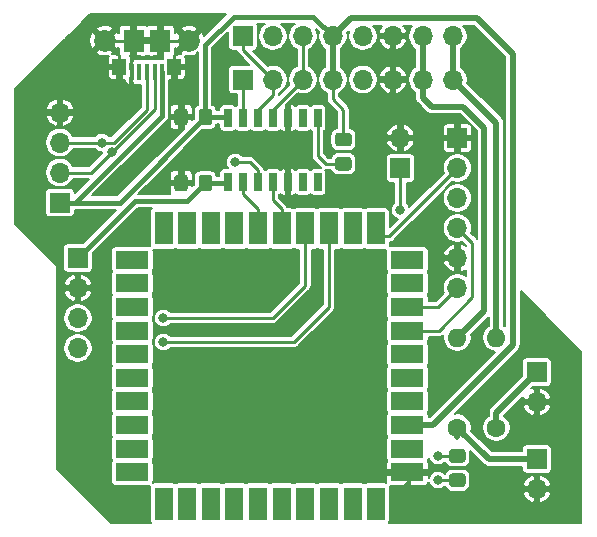
<source format=gtl>
G04 #@! TF.GenerationSoftware,KiCad,Pcbnew,(5.1.6)-1*
G04 #@! TF.CreationDate,2022-08-02T16:41:35-04:00*
G04 #@! TF.ProjectId,amiga-500-usb-kb-stamp,616d6967-612d-4353-9030-2d7573622d6b,rev?*
G04 #@! TF.SameCoordinates,Original*
G04 #@! TF.FileFunction,Copper,L1,Top*
G04 #@! TF.FilePolarity,Positive*
%FSLAX46Y46*%
G04 Gerber Fmt 4.6, Leading zero omitted, Abs format (unit mm)*
G04 Created by KiCad (PCBNEW (5.1.6)-1) date 2022-08-02 16:41:35*
%MOMM*%
%LPD*%
G01*
G04 APERTURE LIST*
G04 #@! TA.AperFunction,SMDPad,CuDef*
%ADD10R,0.650000X1.525000*%
G04 #@! TD*
G04 #@! TA.AperFunction,SMDPad,CuDef*
%ADD11R,0.400000X1.400000*%
G04 #@! TD*
G04 #@! TA.AperFunction,ComponentPad*
%ADD12C,1.850000*%
G04 #@! TD*
G04 #@! TA.AperFunction,SMDPad,CuDef*
%ADD13R,1.750000X1.900000*%
G04 #@! TD*
G04 #@! TA.AperFunction,SMDPad,CuDef*
%ADD14R,1.150000X1.450000*%
G04 #@! TD*
G04 #@! TA.AperFunction,ComponentPad*
%ADD15R,1.700000X1.700000*%
G04 #@! TD*
G04 #@! TA.AperFunction,ComponentPad*
%ADD16O,1.700000X1.700000*%
G04 #@! TD*
G04 #@! TA.AperFunction,ComponentPad*
%ADD17C,1.600000*%
G04 #@! TD*
G04 #@! TA.AperFunction,ComponentPad*
%ADD18O,1.600000X1.600000*%
G04 #@! TD*
G04 #@! TA.AperFunction,ComponentPad*
%ADD19O,1.350000X1.350000*%
G04 #@! TD*
G04 #@! TA.AperFunction,SMDPad,CuDef*
%ADD20R,2.800000X1.500000*%
G04 #@! TD*
G04 #@! TA.AperFunction,SMDPad,CuDef*
%ADD21R,1.500000X2.800000*%
G04 #@! TD*
G04 #@! TA.AperFunction,ComponentPad*
%ADD22C,1.350000*%
G04 #@! TD*
G04 #@! TA.AperFunction,ViaPad*
%ADD23C,0.800000*%
G04 #@! TD*
G04 #@! TA.AperFunction,Conductor*
%ADD24C,0.400000*%
G04 #@! TD*
G04 #@! TA.AperFunction,Conductor*
%ADD25C,0.250000*%
G04 #@! TD*
G04 #@! TA.AperFunction,Conductor*
%ADD26C,0.500000*%
G04 #@! TD*
G04 #@! TA.AperFunction,Conductor*
%ADD27C,0.200000*%
G04 #@! TD*
G04 APERTURE END LIST*
G04 #@! TA.AperFunction,SMDPad,CuDef*
G36*
G01*
X126432000Y-87814999D02*
X126432000Y-88715001D01*
G75*
G02*
X126182001Y-88965000I-249999J0D01*
G01*
X125531999Y-88965000D01*
G75*
G02*
X125282000Y-88715001I0J249999D01*
G01*
X125282000Y-87814999D01*
G75*
G02*
X125531999Y-87565000I249999J0D01*
G01*
X126182001Y-87565000D01*
G75*
G02*
X126432000Y-87814999I0J-249999D01*
G01*
G37*
G04 #@! TD.AperFunction*
G04 #@! TA.AperFunction,SMDPad,CuDef*
G36*
G01*
X124382000Y-87814999D02*
X124382000Y-88715001D01*
G75*
G02*
X124132001Y-88965000I-249999J0D01*
G01*
X123481999Y-88965000D01*
G75*
G02*
X123232000Y-88715001I0J249999D01*
G01*
X123232000Y-87814999D01*
G75*
G02*
X123481999Y-87565000I249999J0D01*
G01*
X124132001Y-87565000D01*
G75*
G02*
X124382000Y-87814999I0J-249999D01*
G01*
G37*
G04 #@! TD.AperFunction*
G04 #@! TA.AperFunction,SMDPad,CuDef*
G36*
G01*
X125282000Y-83127001D02*
X125282000Y-82226999D01*
G75*
G02*
X125531999Y-81977000I249999J0D01*
G01*
X126182001Y-81977000D01*
G75*
G02*
X126432000Y-82226999I0J-249999D01*
G01*
X126432000Y-83127001D01*
G75*
G02*
X126182001Y-83377000I-249999J0D01*
G01*
X125531999Y-83377000D01*
G75*
G02*
X125282000Y-83127001I0J249999D01*
G01*
G37*
G04 #@! TD.AperFunction*
G04 #@! TA.AperFunction,SMDPad,CuDef*
G36*
G01*
X123232000Y-83127001D02*
X123232000Y-82226999D01*
G75*
G02*
X123481999Y-81977000I249999J0D01*
G01*
X124132001Y-81977000D01*
G75*
G02*
X124382000Y-82226999I0J-249999D01*
G01*
X124382000Y-83127001D01*
G75*
G02*
X124132001Y-83377000I-249999J0D01*
G01*
X123481999Y-83377000D01*
G75*
G02*
X123232000Y-83127001I0J249999D01*
G01*
G37*
G04 #@! TD.AperFunction*
D10*
X127762000Y-88183000D03*
X129032000Y-88183000D03*
X130302000Y-88183000D03*
X131572000Y-88183000D03*
X132842000Y-88183000D03*
X134112000Y-88183000D03*
X135382000Y-88183000D03*
X135382000Y-82759000D03*
X134112000Y-82759000D03*
X132842000Y-82759000D03*
X131572000Y-82759000D03*
X130302000Y-82759000D03*
X129032000Y-82759000D03*
X127762000Y-82759000D03*
D11*
X122204000Y-78850000D03*
X121554000Y-78850000D03*
X120904000Y-78850000D03*
X120254000Y-78850000D03*
X119604000Y-78850000D03*
D12*
X124479000Y-76200000D03*
X117329000Y-76200000D03*
D13*
X122029000Y-76200000D03*
X119779000Y-76200000D03*
D14*
X123224000Y-78430000D03*
X118584000Y-78430000D03*
D15*
X113538000Y-89916000D03*
D16*
X113538000Y-87376000D03*
X113538000Y-84836000D03*
X113538000Y-82296000D03*
D15*
X129032000Y-75819000D03*
D16*
X131572000Y-75819000D03*
X134112000Y-75819000D03*
X136652000Y-75819000D03*
X139192000Y-75819000D03*
X141732000Y-75819000D03*
X144272000Y-75819000D03*
X146812000Y-75819000D03*
X146812000Y-79502000D03*
X144272000Y-79502000D03*
X141732000Y-79502000D03*
X139192000Y-79502000D03*
X136652000Y-79502000D03*
X134112000Y-79502000D03*
X131572000Y-79502000D03*
D15*
X129032000Y-79502000D03*
X115062000Y-94615000D03*
D16*
X115062000Y-97155000D03*
X115062000Y-99695000D03*
X115062000Y-102235000D03*
D15*
X147193000Y-84455000D03*
D16*
X147193000Y-86995000D03*
X147193000Y-89535000D03*
X147193000Y-92075000D03*
X147193000Y-94615000D03*
X147193000Y-97155000D03*
D15*
X142367000Y-86995000D03*
D16*
X142367000Y-84455000D03*
G04 #@! TA.AperFunction,SMDPad,CuDef*
G36*
G01*
X137090999Y-84007000D02*
X137991001Y-84007000D01*
G75*
G02*
X138241000Y-84256999I0J-249999D01*
G01*
X138241000Y-84907001D01*
G75*
G02*
X137991001Y-85157000I-249999J0D01*
G01*
X137090999Y-85157000D01*
G75*
G02*
X136841000Y-84907001I0J249999D01*
G01*
X136841000Y-84256999D01*
G75*
G02*
X137090999Y-84007000I249999J0D01*
G01*
G37*
G04 #@! TD.AperFunction*
G04 #@! TA.AperFunction,SMDPad,CuDef*
G36*
G01*
X137090999Y-86057000D02*
X137991001Y-86057000D01*
G75*
G02*
X138241000Y-86306999I0J-249999D01*
G01*
X138241000Y-86957001D01*
G75*
G02*
X137991001Y-87207000I-249999J0D01*
G01*
X137090999Y-87207000D01*
G75*
G02*
X136841000Y-86957001I0J249999D01*
G01*
X136841000Y-86306999D01*
G75*
G02*
X137090999Y-86057000I249999J0D01*
G01*
G37*
G04 #@! TD.AperFunction*
D17*
X147193000Y-108966000D03*
D18*
X147193000Y-101346000D03*
X150495000Y-101346000D03*
D17*
X150495000Y-108966000D03*
D19*
X142318000Y-94759000D03*
D20*
X142968000Y-94759000D03*
X142968000Y-96759000D03*
D19*
X142318000Y-96759000D03*
X142318000Y-98759000D03*
D20*
X142968000Y-98759000D03*
X142968000Y-100759000D03*
D19*
X142318000Y-100759000D03*
X142318000Y-102759000D03*
D20*
X142968000Y-102759000D03*
D19*
X142318000Y-104759000D03*
D20*
X142968000Y-104759000D03*
X142968000Y-106759000D03*
D19*
X142318000Y-106759000D03*
D20*
X142968000Y-108759000D03*
D19*
X142318000Y-108759000D03*
X142318000Y-110759000D03*
D20*
X142968000Y-110759000D03*
D19*
X142318000Y-112759000D03*
D20*
X142968000Y-112759000D03*
D21*
X140318000Y-115409000D03*
D19*
X140318000Y-114759000D03*
D21*
X138318000Y-115409000D03*
D19*
X138318000Y-114759000D03*
D21*
X136318000Y-115409000D03*
D19*
X136318000Y-114759000D03*
D21*
X134318000Y-115409000D03*
D19*
X134318000Y-114759000D03*
X132318000Y-114759000D03*
D21*
X132318000Y-115409000D03*
X130318000Y-115409000D03*
D19*
X130318000Y-114759000D03*
X128318000Y-114759000D03*
D21*
X128318000Y-115409000D03*
X126318000Y-115409000D03*
D19*
X126318000Y-114759000D03*
D21*
X124318000Y-115409000D03*
D19*
X124318000Y-114759000D03*
D21*
X122318000Y-115409000D03*
D19*
X122318000Y-114759000D03*
X120318000Y-112759000D03*
D20*
X119668000Y-112759000D03*
D19*
X120318000Y-110759000D03*
D20*
X119668000Y-110759000D03*
X119668000Y-108759000D03*
D19*
X120318000Y-108759000D03*
D20*
X119668000Y-106759000D03*
D19*
X120318000Y-106759000D03*
X120318000Y-104759000D03*
D20*
X119668000Y-104759000D03*
X119668000Y-102759000D03*
D19*
X120318000Y-102759000D03*
D20*
X119668000Y-100759000D03*
D19*
X120318000Y-100759000D03*
D20*
X119668000Y-98759000D03*
D19*
X120318000Y-98759000D03*
D20*
X119668000Y-96759000D03*
D19*
X120318000Y-96759000D03*
X120318000Y-94759000D03*
D20*
X119668000Y-94759000D03*
D21*
X122318000Y-92109000D03*
D19*
X122318000Y-92759000D03*
D21*
X124318000Y-92109000D03*
D19*
X124318000Y-92759000D03*
D21*
X126318000Y-92109000D03*
D19*
X126318000Y-92759000D03*
X128318000Y-92759000D03*
D21*
X128318000Y-92109000D03*
X130318000Y-92109000D03*
D19*
X130318000Y-92759000D03*
X132318000Y-92759000D03*
D21*
X132318000Y-92109000D03*
X134318000Y-92109000D03*
D19*
X134318000Y-92759000D03*
X136318000Y-92759000D03*
D21*
X136318000Y-92109000D03*
D19*
X138318000Y-92759000D03*
D21*
X138318000Y-92109000D03*
X140318000Y-92109000D03*
D22*
X140318000Y-92759000D03*
D15*
X153924000Y-111633000D03*
D16*
X153924000Y-114173000D03*
X153924000Y-106807000D03*
D15*
X153924000Y-104267000D03*
G04 #@! TA.AperFunction,SMDPad,CuDef*
G36*
G01*
X146742999Y-110795000D02*
X147643001Y-110795000D01*
G75*
G02*
X147893000Y-111044999I0J-249999D01*
G01*
X147893000Y-111695001D01*
G75*
G02*
X147643001Y-111945000I-249999J0D01*
G01*
X146742999Y-111945000D01*
G75*
G02*
X146493000Y-111695001I0J249999D01*
G01*
X146493000Y-111044999D01*
G75*
G02*
X146742999Y-110795000I249999J0D01*
G01*
G37*
G04 #@! TD.AperFunction*
G04 #@! TA.AperFunction,SMDPad,CuDef*
G36*
G01*
X146742999Y-112845000D02*
X147643001Y-112845000D01*
G75*
G02*
X147893000Y-113094999I0J-249999D01*
G01*
X147893000Y-113745001D01*
G75*
G02*
X147643001Y-113995000I-249999J0D01*
G01*
X146742999Y-113995000D01*
G75*
G02*
X146493000Y-113745001I0J249999D01*
G01*
X146493000Y-113094999D01*
G75*
G02*
X146742999Y-112845000I249999J0D01*
G01*
G37*
G04 #@! TD.AperFunction*
D23*
X145542000Y-113411000D03*
X117094000Y-110744000D03*
X122555000Y-110744000D03*
X140335000Y-94869000D03*
X140462000Y-103759000D03*
X116840000Y-100965000D03*
X127381000Y-77724000D03*
X132715000Y-77724000D03*
X149606000Y-78105000D03*
X147193000Y-103378000D03*
X128397000Y-86487000D03*
X117920205Y-85662205D03*
X117094000Y-84836000D03*
X122301000Y-99695000D03*
X122301000Y-101727000D03*
X142367000Y-90551000D03*
X145542000Y-111379000D03*
D24*
X127680000Y-88265000D02*
X127762000Y-88183000D01*
X125857000Y-88265000D02*
X127680000Y-88265000D01*
X124333000Y-89789000D02*
X125857000Y-88265000D01*
X115062000Y-94615000D02*
X119888000Y-89789000D01*
X119888000Y-89789000D02*
X124333000Y-89789000D01*
D25*
X147193000Y-113420000D02*
X145551000Y-113420000D01*
X145551000Y-113420000D02*
X145542000Y-113411000D01*
X123224000Y-77455000D02*
X124479000Y-76200000D01*
X123224000Y-78430000D02*
X123224000Y-77455000D01*
X124479000Y-76200000D02*
X122029000Y-76200000D01*
X119779000Y-76200000D02*
X122029000Y-76200000D01*
X117329000Y-76200000D02*
X119779000Y-76200000D01*
X118584000Y-77455000D02*
X118584000Y-78430000D01*
X117329000Y-76200000D02*
X118584000Y-77455000D01*
D26*
X136652000Y-75819000D02*
X136652000Y-79502000D01*
D24*
X127680000Y-82677000D02*
X127762000Y-82759000D01*
X125857000Y-82677000D02*
X127680000Y-82677000D01*
X122204000Y-82562412D02*
X122204000Y-79358000D01*
X114850412Y-89916000D02*
X122204000Y-82562412D01*
X113538000Y-89916000D02*
X114850412Y-89916000D01*
X118618000Y-89916000D02*
X113538000Y-89916000D01*
X125857000Y-82677000D02*
X118618000Y-89916000D01*
D26*
X145114000Y-108759000D02*
X142318000Y-108759000D01*
X138176000Y-74295000D02*
X148844000Y-74295000D01*
X136652000Y-75819000D02*
X138176000Y-74295000D01*
X148844000Y-74295000D02*
X151892000Y-77343000D01*
X151892000Y-77343000D02*
X151892000Y-101981000D01*
X151892000Y-101981000D02*
X145114000Y-108759000D01*
D24*
X135001000Y-74168000D02*
X136652000Y-75819000D01*
X125857000Y-82677000D02*
X125857000Y-76573998D01*
X128262998Y-74168000D02*
X135001000Y-74168000D01*
X125857000Y-76573998D02*
X128262998Y-74168000D01*
X122204000Y-80234000D02*
X122204000Y-79532000D01*
X122204000Y-80234000D02*
X122204000Y-79358000D01*
X122204000Y-79532000D02*
X122204000Y-78850000D01*
X122204000Y-80458000D02*
X122204000Y-80234000D01*
D25*
X137541000Y-84582000D02*
X137541000Y-82042000D01*
X136652000Y-81153000D02*
X136652000Y-79502000D01*
X137541000Y-82042000D02*
X136652000Y-81153000D01*
X132318000Y-90471500D02*
X132318000Y-92759000D01*
X131572000Y-88183000D02*
X131572000Y-89725500D01*
X131572000Y-89725500D02*
X132318000Y-90471500D01*
X130318000Y-90481500D02*
X130318000Y-92759000D01*
X129032000Y-89195500D02*
X130318000Y-90481500D01*
X129032000Y-88183000D02*
X129032000Y-89195500D01*
X129618500Y-86487000D02*
X128397000Y-86487000D01*
X130302000Y-88183000D02*
X130302000Y-87170500D01*
X130302000Y-87170500D02*
X129618500Y-86487000D01*
X135382000Y-82759000D02*
X135382000Y-85979000D01*
X136035000Y-86632000D02*
X137541000Y-86632000D01*
X135382000Y-85979000D02*
X136035000Y-86632000D01*
X129032000Y-76962000D02*
X131572000Y-79502000D01*
X129032000Y-75819000D02*
X129032000Y-76962000D01*
X131572000Y-79502000D02*
X131572000Y-80772000D01*
X130302000Y-82042000D02*
X130302000Y-82759000D01*
X131572000Y-80772000D02*
X130302000Y-82042000D01*
X129032000Y-79502000D02*
X129032000Y-82759000D01*
X134112000Y-75819000D02*
X134112000Y-79502000D01*
X131572000Y-82042000D02*
X131572000Y-82759000D01*
X134112000Y-79502000D02*
X131572000Y-82042000D01*
X116206410Y-87376000D02*
X117920205Y-85662205D01*
X113538000Y-87376000D02*
X116206410Y-87376000D01*
X117920205Y-85662205D02*
X121554000Y-82028410D01*
X121554000Y-79771000D02*
X121554000Y-78850000D01*
X121554000Y-79771000D02*
X121554000Y-79358000D01*
X121554000Y-82028410D02*
X121554000Y-79771000D01*
X118110000Y-84836000D02*
X117094000Y-84836000D01*
X120904000Y-82042000D02*
X118110000Y-84836000D01*
X117094000Y-84836000D02*
X113538000Y-84836000D01*
X120904000Y-79756000D02*
X120904000Y-82042000D01*
X120904000Y-79756000D02*
X120904000Y-78850000D01*
X120904000Y-79358000D02*
X120904000Y-79756000D01*
D26*
X144272000Y-79502000D02*
X144272000Y-81026000D01*
X144272000Y-81026000D02*
X145034000Y-81788000D01*
X145034000Y-81788000D02*
X147701000Y-81788000D01*
X147701000Y-81788000D02*
X149479000Y-83566000D01*
X149479000Y-99060000D02*
X147193000Y-101346000D01*
X149479000Y-83566000D02*
X149479000Y-99060000D01*
X144272000Y-75819000D02*
X144272000Y-79502000D01*
X150495000Y-83185000D02*
X150495000Y-101346000D01*
X146812000Y-79502000D02*
X150495000Y-83185000D01*
X146812000Y-75819000D02*
X146812000Y-79502000D01*
D25*
X134318000Y-96949000D02*
X134318000Y-92759000D01*
X122301000Y-99695000D02*
X131572000Y-99695000D01*
X131572000Y-99695000D02*
X134318000Y-96949000D01*
X122301000Y-101727000D02*
X133350000Y-101727000D01*
X136318000Y-98759000D02*
X136318000Y-92759000D01*
X133350000Y-101727000D02*
X136318000Y-98759000D01*
X141429000Y-92759000D02*
X147193000Y-86995000D01*
X140318000Y-92759000D02*
X141429000Y-92759000D01*
X148463000Y-93345000D02*
X147193000Y-92075000D01*
X142968000Y-100759000D02*
X145621000Y-100759000D01*
X148463000Y-97917000D02*
X148463000Y-93345000D01*
X145621000Y-100759000D02*
X148463000Y-97917000D01*
X145589000Y-98759000D02*
X147193000Y-97155000D01*
X142968000Y-98759000D02*
X145589000Y-98759000D01*
D26*
X147193000Y-108966000D02*
X147193000Y-109728000D01*
X149860000Y-111633000D02*
X153924000Y-111633000D01*
X147193000Y-108966000D02*
X149860000Y-111633000D01*
X150495000Y-107696000D02*
X153924000Y-104267000D01*
X150495000Y-108966000D02*
X150495000Y-107696000D01*
D25*
X142367000Y-86995000D02*
X142367000Y-90551000D01*
X147193000Y-111370000D02*
X145551000Y-111370000D01*
X145551000Y-111370000D02*
X145542000Y-111379000D01*
D27*
G36*
X139344697Y-93843197D02*
G01*
X139414186Y-93880340D01*
X139489586Y-93903212D01*
X139568000Y-93910935D01*
X141068000Y-93910935D01*
X141146414Y-93903212D01*
X141185707Y-93891293D01*
X141173788Y-93930586D01*
X141166065Y-94009000D01*
X141166065Y-95509000D01*
X141173788Y-95587414D01*
X141196660Y-95662814D01*
X141233803Y-95732303D01*
X141255713Y-95759000D01*
X141233803Y-95785697D01*
X141196660Y-95855186D01*
X141173788Y-95930586D01*
X141166065Y-96009000D01*
X141166065Y-97509000D01*
X141173788Y-97587414D01*
X141196660Y-97662814D01*
X141233803Y-97732303D01*
X141255713Y-97759000D01*
X141233803Y-97785697D01*
X141196660Y-97855186D01*
X141173788Y-97930586D01*
X141166065Y-98009000D01*
X141166065Y-99509000D01*
X141173788Y-99587414D01*
X141196660Y-99662814D01*
X141233803Y-99732303D01*
X141255713Y-99759000D01*
X141233803Y-99785697D01*
X141196660Y-99855186D01*
X141173788Y-99930586D01*
X141166065Y-100009000D01*
X141166065Y-101509000D01*
X141173788Y-101587414D01*
X141196660Y-101662814D01*
X141233803Y-101732303D01*
X141255713Y-101759000D01*
X141233803Y-101785697D01*
X141196660Y-101855186D01*
X141173788Y-101930586D01*
X141166065Y-102009000D01*
X141166065Y-103509000D01*
X141173788Y-103587414D01*
X141196660Y-103662814D01*
X141233803Y-103732303D01*
X141255713Y-103759000D01*
X141233803Y-103785697D01*
X141196660Y-103855186D01*
X141173788Y-103930586D01*
X141166065Y-104009000D01*
X141166065Y-105509000D01*
X141173788Y-105587414D01*
X141196660Y-105662814D01*
X141233803Y-105732303D01*
X141255713Y-105759000D01*
X141233803Y-105785697D01*
X141196660Y-105855186D01*
X141173788Y-105930586D01*
X141166065Y-106009000D01*
X141166065Y-107509000D01*
X141173788Y-107587414D01*
X141196660Y-107662814D01*
X141233803Y-107732303D01*
X141255713Y-107759000D01*
X141233803Y-107785697D01*
X141196660Y-107855186D01*
X141173788Y-107930586D01*
X141166065Y-108009000D01*
X141166065Y-109509000D01*
X141173788Y-109587414D01*
X141196660Y-109662814D01*
X141233803Y-109732303D01*
X141255713Y-109759000D01*
X141233803Y-109785697D01*
X141196660Y-109855186D01*
X141173788Y-109930586D01*
X141166065Y-110009000D01*
X141166065Y-111509000D01*
X141173788Y-111587414D01*
X141196660Y-111662814D01*
X141233803Y-111732303D01*
X141255713Y-111759000D01*
X141233803Y-111785697D01*
X141196660Y-111855186D01*
X141173788Y-111930586D01*
X141166065Y-112009000D01*
X141168000Y-112459000D01*
X141268000Y-112559000D01*
X144668000Y-112559000D01*
X144768000Y-112459000D01*
X144769935Y-112009000D01*
X144762212Y-111930586D01*
X144739340Y-111855186D01*
X144702197Y-111785697D01*
X144680287Y-111759000D01*
X144702197Y-111732303D01*
X144739340Y-111662814D01*
X144762212Y-111587414D01*
X144764057Y-111568682D01*
X144772743Y-111612351D01*
X144833049Y-111757942D01*
X144920599Y-111888970D01*
X145032030Y-112000401D01*
X145163058Y-112087951D01*
X145308649Y-112148257D01*
X145463207Y-112179000D01*
X145620793Y-112179000D01*
X145775351Y-112148257D01*
X145920942Y-112087951D01*
X146051970Y-112000401D01*
X146133056Y-111919315D01*
X146140691Y-111944485D01*
X146200936Y-112057196D01*
X146282012Y-112155988D01*
X146380804Y-112237064D01*
X146493515Y-112297309D01*
X146615813Y-112334408D01*
X146742999Y-112346935D01*
X147643001Y-112346935D01*
X147770187Y-112334408D01*
X147892485Y-112297309D01*
X148005196Y-112237064D01*
X148103988Y-112155988D01*
X148185064Y-112057196D01*
X148245309Y-111944485D01*
X148282408Y-111822187D01*
X148294935Y-111695001D01*
X148294935Y-111044999D01*
X148288617Y-110980856D01*
X149377804Y-112070043D01*
X149398157Y-112094843D01*
X149422957Y-112115196D01*
X149422960Y-112115199D01*
X149463242Y-112148257D01*
X149497132Y-112176070D01*
X149610052Y-112236427D01*
X149732578Y-112273595D01*
X149828068Y-112283000D01*
X149828076Y-112283000D01*
X149860000Y-112286144D01*
X149891924Y-112283000D01*
X152672065Y-112283000D01*
X152672065Y-112483000D01*
X152679788Y-112561414D01*
X152702660Y-112636814D01*
X152739803Y-112706303D01*
X152789789Y-112767211D01*
X152850697Y-112817197D01*
X152920186Y-112854340D01*
X152995586Y-112877212D01*
X153074000Y-112884935D01*
X154774000Y-112884935D01*
X154852414Y-112877212D01*
X154927814Y-112854340D01*
X154997303Y-112817197D01*
X155058211Y-112767211D01*
X155108197Y-112706303D01*
X155145340Y-112636814D01*
X155168212Y-112561414D01*
X155175935Y-112483000D01*
X155175935Y-110783000D01*
X155168212Y-110704586D01*
X155145340Y-110629186D01*
X155108197Y-110559697D01*
X155058211Y-110498789D01*
X154997303Y-110448803D01*
X154927814Y-110411660D01*
X154852414Y-110388788D01*
X154774000Y-110381065D01*
X153074000Y-110381065D01*
X152995586Y-110388788D01*
X152920186Y-110411660D01*
X152850697Y-110448803D01*
X152789789Y-110498789D01*
X152739803Y-110559697D01*
X152702660Y-110629186D01*
X152679788Y-110704586D01*
X152672065Y-110783000D01*
X152672065Y-110983000D01*
X150129239Y-110983000D01*
X148366027Y-109219789D01*
X148393000Y-109084190D01*
X148393000Y-108847810D01*
X149295000Y-108847810D01*
X149295000Y-109084190D01*
X149341116Y-109316027D01*
X149431574Y-109534413D01*
X149562899Y-109730955D01*
X149730045Y-109898101D01*
X149926587Y-110029426D01*
X150144973Y-110119884D01*
X150376810Y-110166000D01*
X150613190Y-110166000D01*
X150845027Y-110119884D01*
X151063413Y-110029426D01*
X151259955Y-109898101D01*
X151427101Y-109730955D01*
X151558426Y-109534413D01*
X151648884Y-109316027D01*
X151695000Y-109084190D01*
X151695000Y-108847810D01*
X151648884Y-108615973D01*
X151558426Y-108397587D01*
X151427101Y-108201045D01*
X151259955Y-108033899D01*
X151149885Y-107960353D01*
X151912676Y-107197562D01*
X152736582Y-107197562D01*
X152808192Y-107370469D01*
X152939559Y-107577325D01*
X153108758Y-107754578D01*
X153309286Y-107895416D01*
X153533437Y-107994427D01*
X153724000Y-107940905D01*
X153724000Y-107007000D01*
X154124000Y-107007000D01*
X154124000Y-107940905D01*
X154314563Y-107994427D01*
X154538714Y-107895416D01*
X154739242Y-107754578D01*
X154908441Y-107577325D01*
X155039808Y-107370469D01*
X155111418Y-107197562D01*
X155056475Y-107007000D01*
X154124000Y-107007000D01*
X153724000Y-107007000D01*
X152791525Y-107007000D01*
X152736582Y-107197562D01*
X151912676Y-107197562D01*
X152766826Y-106343413D01*
X152736582Y-106416438D01*
X152791525Y-106607000D01*
X153724000Y-106607000D01*
X153724000Y-105673095D01*
X154124000Y-105673095D01*
X154124000Y-106607000D01*
X155056475Y-106607000D01*
X155111418Y-106416438D01*
X155039808Y-106243531D01*
X154908441Y-106036675D01*
X154739242Y-105859422D01*
X154538714Y-105718584D01*
X154314563Y-105619573D01*
X154124000Y-105673095D01*
X153724000Y-105673095D01*
X153533437Y-105619573D01*
X153456825Y-105653414D01*
X153591304Y-105518935D01*
X154774000Y-105518935D01*
X154852414Y-105511212D01*
X154927814Y-105488340D01*
X154997303Y-105451197D01*
X155058211Y-105401211D01*
X155108197Y-105340303D01*
X155145340Y-105270814D01*
X155168212Y-105195414D01*
X155175935Y-105117000D01*
X155175935Y-103417000D01*
X155168212Y-103338586D01*
X155145340Y-103263186D01*
X155108197Y-103193697D01*
X155058211Y-103132789D01*
X154997303Y-103082803D01*
X154927814Y-103045660D01*
X154852414Y-103022788D01*
X154774000Y-103015065D01*
X153074000Y-103015065D01*
X152995586Y-103022788D01*
X152920186Y-103045660D01*
X152850697Y-103082803D01*
X152789789Y-103132789D01*
X152739803Y-103193697D01*
X152702660Y-103263186D01*
X152679788Y-103338586D01*
X152672065Y-103417000D01*
X152672065Y-104599696D01*
X150057957Y-107213805D01*
X150033158Y-107234157D01*
X150012805Y-107258957D01*
X150012802Y-107258960D01*
X149951930Y-107333132D01*
X149891573Y-107446053D01*
X149854406Y-107568578D01*
X149841856Y-107696000D01*
X149845001Y-107727931D01*
X149845001Y-107957088D01*
X149730045Y-108033899D01*
X149562899Y-108201045D01*
X149431574Y-108397587D01*
X149341116Y-108615973D01*
X149295000Y-108847810D01*
X148393000Y-108847810D01*
X148346884Y-108615973D01*
X148256426Y-108397587D01*
X148125101Y-108201045D01*
X147957955Y-108033899D01*
X147761413Y-107902574D01*
X147543027Y-107812116D01*
X147311190Y-107766000D01*
X147074810Y-107766000D01*
X147014177Y-107778061D01*
X152329043Y-102463196D01*
X152353843Y-102442843D01*
X152374196Y-102418043D01*
X152374199Y-102418040D01*
X152435070Y-102343868D01*
X152495427Y-102230948D01*
X152532595Y-102108422D01*
X152536012Y-102073728D01*
X152542000Y-102012932D01*
X152542000Y-102012924D01*
X152545144Y-101981000D01*
X152542000Y-101949076D01*
X152542000Y-97390040D01*
X157690001Y-102538042D01*
X157690000Y-117050000D01*
X141387673Y-117050000D01*
X141402197Y-117032303D01*
X141439340Y-116962814D01*
X141462212Y-116887414D01*
X141469935Y-116809000D01*
X141469935Y-114563562D01*
X152736582Y-114563562D01*
X152808192Y-114736469D01*
X152939559Y-114943325D01*
X153108758Y-115120578D01*
X153309286Y-115261416D01*
X153533437Y-115360427D01*
X153724000Y-115306905D01*
X153724000Y-114373000D01*
X154124000Y-114373000D01*
X154124000Y-115306905D01*
X154314563Y-115360427D01*
X154538714Y-115261416D01*
X154739242Y-115120578D01*
X154908441Y-114943325D01*
X155039808Y-114736469D01*
X155111418Y-114563562D01*
X155056475Y-114373000D01*
X154124000Y-114373000D01*
X153724000Y-114373000D01*
X152791525Y-114373000D01*
X152736582Y-114563562D01*
X141469935Y-114563562D01*
X141469935Y-114009000D01*
X141462212Y-113930586D01*
X141450293Y-113891293D01*
X141489586Y-113903212D01*
X141568000Y-113910935D01*
X142668000Y-113909000D01*
X142768000Y-113809000D01*
X142768000Y-113734818D01*
X142777041Y-113731074D01*
X142957863Y-113622841D01*
X143114095Y-113481412D01*
X143168000Y-113408821D01*
X143168000Y-113809000D01*
X143268000Y-113909000D01*
X144368000Y-113910935D01*
X144446414Y-113903212D01*
X144521814Y-113880340D01*
X144591303Y-113843197D01*
X144652211Y-113793211D01*
X144702197Y-113732303D01*
X144739340Y-113662814D01*
X144761732Y-113588995D01*
X144772743Y-113644351D01*
X144833049Y-113789942D01*
X144920599Y-113920970D01*
X145032030Y-114032401D01*
X145163058Y-114119951D01*
X145308649Y-114180257D01*
X145463207Y-114211000D01*
X145620793Y-114211000D01*
X145775351Y-114180257D01*
X145920942Y-114119951D01*
X146051970Y-114032401D01*
X146128866Y-113955505D01*
X146140691Y-113994485D01*
X146200936Y-114107196D01*
X146282012Y-114205988D01*
X146380804Y-114287064D01*
X146493515Y-114347309D01*
X146615813Y-114384408D01*
X146742999Y-114396935D01*
X147643001Y-114396935D01*
X147770187Y-114384408D01*
X147892485Y-114347309D01*
X148005196Y-114287064D01*
X148103988Y-114205988D01*
X148185064Y-114107196D01*
X148245309Y-113994485D01*
X148282408Y-113872187D01*
X148291247Y-113782438D01*
X152736582Y-113782438D01*
X152791525Y-113973000D01*
X153724000Y-113973000D01*
X153724000Y-113039095D01*
X154124000Y-113039095D01*
X154124000Y-113973000D01*
X155056475Y-113973000D01*
X155111418Y-113782438D01*
X155039808Y-113609531D01*
X154908441Y-113402675D01*
X154739242Y-113225422D01*
X154538714Y-113084584D01*
X154314563Y-112985573D01*
X154124000Y-113039095D01*
X153724000Y-113039095D01*
X153533437Y-112985573D01*
X153309286Y-113084584D01*
X153108758Y-113225422D01*
X152939559Y-113402675D01*
X152808192Y-113609531D01*
X152736582Y-113782438D01*
X148291247Y-113782438D01*
X148294935Y-113745001D01*
X148294935Y-113094999D01*
X148282408Y-112967813D01*
X148245309Y-112845515D01*
X148185064Y-112732804D01*
X148103988Y-112634012D01*
X148005196Y-112552936D01*
X147892485Y-112492691D01*
X147770187Y-112455592D01*
X147643001Y-112443065D01*
X146742999Y-112443065D01*
X146615813Y-112455592D01*
X146493515Y-112492691D01*
X146380804Y-112552936D01*
X146282012Y-112634012D01*
X146200936Y-112732804D01*
X146140691Y-112845515D01*
X146133056Y-112870685D01*
X146051970Y-112789599D01*
X145920942Y-112702049D01*
X145775351Y-112641743D01*
X145620793Y-112611000D01*
X145463207Y-112611000D01*
X145308649Y-112641743D01*
X145163058Y-112702049D01*
X145032030Y-112789599D01*
X144920599Y-112901030D01*
X144833049Y-113032058D01*
X144772743Y-113177649D01*
X144768600Y-113198479D01*
X144768000Y-113059000D01*
X144668000Y-112959000D01*
X141268000Y-112959000D01*
X141168000Y-113059000D01*
X141166065Y-113509000D01*
X141173788Y-113587414D01*
X141185707Y-113626707D01*
X141146414Y-113614788D01*
X141068000Y-113607065D01*
X139568000Y-113607065D01*
X139489586Y-113614788D01*
X139414186Y-113637660D01*
X139344697Y-113674803D01*
X139318000Y-113696713D01*
X139291303Y-113674803D01*
X139221814Y-113637660D01*
X139146414Y-113614788D01*
X139068000Y-113607065D01*
X137568000Y-113607065D01*
X137489586Y-113614788D01*
X137414186Y-113637660D01*
X137344697Y-113674803D01*
X137318000Y-113696713D01*
X137291303Y-113674803D01*
X137221814Y-113637660D01*
X137146414Y-113614788D01*
X137068000Y-113607065D01*
X135568000Y-113607065D01*
X135489586Y-113614788D01*
X135414186Y-113637660D01*
X135344697Y-113674803D01*
X135318000Y-113696713D01*
X135291303Y-113674803D01*
X135221814Y-113637660D01*
X135146414Y-113614788D01*
X135068000Y-113607065D01*
X133568000Y-113607065D01*
X133489586Y-113614788D01*
X133414186Y-113637660D01*
X133344697Y-113674803D01*
X133318000Y-113696713D01*
X133291303Y-113674803D01*
X133221814Y-113637660D01*
X133146414Y-113614788D01*
X133068000Y-113607065D01*
X131568000Y-113607065D01*
X131489586Y-113614788D01*
X131414186Y-113637660D01*
X131344697Y-113674803D01*
X131318000Y-113696713D01*
X131291303Y-113674803D01*
X131221814Y-113637660D01*
X131146414Y-113614788D01*
X131068000Y-113607065D01*
X129568000Y-113607065D01*
X129489586Y-113614788D01*
X129414186Y-113637660D01*
X129344697Y-113674803D01*
X129318000Y-113696713D01*
X129291303Y-113674803D01*
X129221814Y-113637660D01*
X129146414Y-113614788D01*
X129068000Y-113607065D01*
X127568000Y-113607065D01*
X127489586Y-113614788D01*
X127414186Y-113637660D01*
X127344697Y-113674803D01*
X127318000Y-113696713D01*
X127291303Y-113674803D01*
X127221814Y-113637660D01*
X127146414Y-113614788D01*
X127068000Y-113607065D01*
X125568000Y-113607065D01*
X125489586Y-113614788D01*
X125414186Y-113637660D01*
X125344697Y-113674803D01*
X125318000Y-113696713D01*
X125291303Y-113674803D01*
X125221814Y-113637660D01*
X125146414Y-113614788D01*
X125068000Y-113607065D01*
X123568000Y-113607065D01*
X123489586Y-113614788D01*
X123414186Y-113637660D01*
X123344697Y-113674803D01*
X123318000Y-113696713D01*
X123291303Y-113674803D01*
X123221814Y-113637660D01*
X123146414Y-113614788D01*
X123068000Y-113607065D01*
X121568000Y-113607065D01*
X121489586Y-113614788D01*
X121450293Y-113626707D01*
X121462212Y-113587414D01*
X121469935Y-113509000D01*
X121469935Y-112009000D01*
X121462212Y-111930586D01*
X121439340Y-111855186D01*
X121402197Y-111785697D01*
X121380287Y-111759000D01*
X121402197Y-111732303D01*
X121439340Y-111662814D01*
X121462212Y-111587414D01*
X121469935Y-111509000D01*
X121469935Y-110009000D01*
X121462212Y-109930586D01*
X121439340Y-109855186D01*
X121402197Y-109785697D01*
X121380287Y-109759000D01*
X121402197Y-109732303D01*
X121439340Y-109662814D01*
X121462212Y-109587414D01*
X121469935Y-109509000D01*
X121469935Y-108009000D01*
X121462212Y-107930586D01*
X121439340Y-107855186D01*
X121402197Y-107785697D01*
X121380287Y-107759000D01*
X121402197Y-107732303D01*
X121439340Y-107662814D01*
X121462212Y-107587414D01*
X121469935Y-107509000D01*
X121469935Y-106009000D01*
X121462212Y-105930586D01*
X121439340Y-105855186D01*
X121402197Y-105785697D01*
X121380287Y-105759000D01*
X121402197Y-105732303D01*
X121439340Y-105662814D01*
X121462212Y-105587414D01*
X121469935Y-105509000D01*
X121469935Y-104009000D01*
X121462212Y-103930586D01*
X121439340Y-103855186D01*
X121402197Y-103785697D01*
X121380287Y-103759000D01*
X121402197Y-103732303D01*
X121439340Y-103662814D01*
X121462212Y-103587414D01*
X121469935Y-103509000D01*
X121469935Y-102009000D01*
X121462212Y-101930586D01*
X121439340Y-101855186D01*
X121402197Y-101785697D01*
X121380287Y-101759000D01*
X121402197Y-101732303D01*
X121439340Y-101662814D01*
X121462212Y-101587414D01*
X121469935Y-101509000D01*
X121469935Y-100009000D01*
X121462212Y-99930586D01*
X121439340Y-99855186D01*
X121402197Y-99785697D01*
X121380287Y-99759000D01*
X121402197Y-99732303D01*
X121439340Y-99662814D01*
X121462212Y-99587414D01*
X121469935Y-99509000D01*
X121469935Y-98009000D01*
X121462212Y-97930586D01*
X121439340Y-97855186D01*
X121402197Y-97785697D01*
X121380287Y-97759000D01*
X121402197Y-97732303D01*
X121439340Y-97662814D01*
X121462212Y-97587414D01*
X121469935Y-97509000D01*
X121469935Y-96009000D01*
X121462212Y-95930586D01*
X121439340Y-95855186D01*
X121402197Y-95785697D01*
X121380287Y-95759000D01*
X121402197Y-95732303D01*
X121439340Y-95662814D01*
X121462212Y-95587414D01*
X121469935Y-95509000D01*
X121469935Y-94009000D01*
X121462212Y-93930586D01*
X121450293Y-93891293D01*
X121489586Y-93903212D01*
X121568000Y-93910935D01*
X123068000Y-93910935D01*
X123146414Y-93903212D01*
X123221814Y-93880340D01*
X123291303Y-93843197D01*
X123318000Y-93821287D01*
X123344697Y-93843197D01*
X123414186Y-93880340D01*
X123489586Y-93903212D01*
X123568000Y-93910935D01*
X125068000Y-93910935D01*
X125146414Y-93903212D01*
X125221814Y-93880340D01*
X125291303Y-93843197D01*
X125318000Y-93821287D01*
X125344697Y-93843197D01*
X125414186Y-93880340D01*
X125489586Y-93903212D01*
X125568000Y-93910935D01*
X127068000Y-93910935D01*
X127146414Y-93903212D01*
X127221814Y-93880340D01*
X127291303Y-93843197D01*
X127318000Y-93821287D01*
X127344697Y-93843197D01*
X127414186Y-93880340D01*
X127489586Y-93903212D01*
X127568000Y-93910935D01*
X129068000Y-93910935D01*
X129146414Y-93903212D01*
X129221814Y-93880340D01*
X129291303Y-93843197D01*
X129318000Y-93821287D01*
X129344697Y-93843197D01*
X129414186Y-93880340D01*
X129489586Y-93903212D01*
X129568000Y-93910935D01*
X131068000Y-93910935D01*
X131146414Y-93903212D01*
X131221814Y-93880340D01*
X131291303Y-93843197D01*
X131318000Y-93821287D01*
X131344697Y-93843197D01*
X131414186Y-93880340D01*
X131489586Y-93903212D01*
X131568000Y-93910935D01*
X133068000Y-93910935D01*
X133146414Y-93903212D01*
X133221814Y-93880340D01*
X133291303Y-93843197D01*
X133318000Y-93821287D01*
X133344697Y-93843197D01*
X133414186Y-93880340D01*
X133489586Y-93903212D01*
X133568000Y-93910935D01*
X133793001Y-93910935D01*
X133793000Y-96731538D01*
X131354539Y-99170000D01*
X122907371Y-99170000D01*
X122810970Y-99073599D01*
X122679942Y-98986049D01*
X122534351Y-98925743D01*
X122379793Y-98895000D01*
X122222207Y-98895000D01*
X122067649Y-98925743D01*
X121922058Y-98986049D01*
X121791030Y-99073599D01*
X121679599Y-99185030D01*
X121592049Y-99316058D01*
X121531743Y-99461649D01*
X121501000Y-99616207D01*
X121501000Y-99773793D01*
X121531743Y-99928351D01*
X121592049Y-100073942D01*
X121679599Y-100204970D01*
X121791030Y-100316401D01*
X121922058Y-100403951D01*
X122067649Y-100464257D01*
X122222207Y-100495000D01*
X122379793Y-100495000D01*
X122534351Y-100464257D01*
X122679942Y-100403951D01*
X122810970Y-100316401D01*
X122907371Y-100220000D01*
X131546220Y-100220000D01*
X131572000Y-100222539D01*
X131597780Y-100220000D01*
X131597788Y-100220000D01*
X131674918Y-100212403D01*
X131773881Y-100182383D01*
X131865086Y-100133633D01*
X131945027Y-100068027D01*
X131961471Y-100047990D01*
X134670996Y-97338466D01*
X134691027Y-97322027D01*
X134756633Y-97242086D01*
X134805383Y-97150881D01*
X134835403Y-97051918D01*
X134843000Y-96974788D01*
X134843000Y-96974781D01*
X134845539Y-96949001D01*
X134843000Y-96923221D01*
X134843000Y-93910935D01*
X135068000Y-93910935D01*
X135146414Y-93903212D01*
X135221814Y-93880340D01*
X135291303Y-93843197D01*
X135318000Y-93821287D01*
X135344697Y-93843197D01*
X135414186Y-93880340D01*
X135489586Y-93903212D01*
X135568000Y-93910935D01*
X135793001Y-93910935D01*
X135793000Y-98541537D01*
X133132539Y-101202000D01*
X122907371Y-101202000D01*
X122810970Y-101105599D01*
X122679942Y-101018049D01*
X122534351Y-100957743D01*
X122379793Y-100927000D01*
X122222207Y-100927000D01*
X122067649Y-100957743D01*
X121922058Y-101018049D01*
X121791030Y-101105599D01*
X121679599Y-101217030D01*
X121592049Y-101348058D01*
X121531743Y-101493649D01*
X121501000Y-101648207D01*
X121501000Y-101805793D01*
X121531743Y-101960351D01*
X121592049Y-102105942D01*
X121679599Y-102236970D01*
X121791030Y-102348401D01*
X121922058Y-102435951D01*
X122067649Y-102496257D01*
X122222207Y-102527000D01*
X122379793Y-102527000D01*
X122534351Y-102496257D01*
X122679942Y-102435951D01*
X122810970Y-102348401D01*
X122907371Y-102252000D01*
X133324220Y-102252000D01*
X133350000Y-102254539D01*
X133375780Y-102252000D01*
X133375788Y-102252000D01*
X133452918Y-102244403D01*
X133551881Y-102214383D01*
X133643086Y-102165633D01*
X133723027Y-102100027D01*
X133739471Y-102079990D01*
X136671001Y-99148462D01*
X136691027Y-99132027D01*
X136707462Y-99112001D01*
X136707466Y-99111997D01*
X136756633Y-99052086D01*
X136805383Y-98960881D01*
X136835403Y-98861918D01*
X136840511Y-98810053D01*
X136843000Y-98784788D01*
X136843000Y-98784780D01*
X136845539Y-98759000D01*
X136843000Y-98733220D01*
X136843000Y-93910935D01*
X137068000Y-93910935D01*
X137146414Y-93903212D01*
X137221814Y-93880340D01*
X137291303Y-93843197D01*
X137318000Y-93821287D01*
X137344697Y-93843197D01*
X137414186Y-93880340D01*
X137489586Y-93903212D01*
X137568000Y-93910935D01*
X139068000Y-93910935D01*
X139146414Y-93903212D01*
X139221814Y-93880340D01*
X139291303Y-93843197D01*
X139318000Y-93821287D01*
X139344697Y-93843197D01*
G37*
X139344697Y-93843197D02*
X139414186Y-93880340D01*
X139489586Y-93903212D01*
X139568000Y-93910935D01*
X141068000Y-93910935D01*
X141146414Y-93903212D01*
X141185707Y-93891293D01*
X141173788Y-93930586D01*
X141166065Y-94009000D01*
X141166065Y-95509000D01*
X141173788Y-95587414D01*
X141196660Y-95662814D01*
X141233803Y-95732303D01*
X141255713Y-95759000D01*
X141233803Y-95785697D01*
X141196660Y-95855186D01*
X141173788Y-95930586D01*
X141166065Y-96009000D01*
X141166065Y-97509000D01*
X141173788Y-97587414D01*
X141196660Y-97662814D01*
X141233803Y-97732303D01*
X141255713Y-97759000D01*
X141233803Y-97785697D01*
X141196660Y-97855186D01*
X141173788Y-97930586D01*
X141166065Y-98009000D01*
X141166065Y-99509000D01*
X141173788Y-99587414D01*
X141196660Y-99662814D01*
X141233803Y-99732303D01*
X141255713Y-99759000D01*
X141233803Y-99785697D01*
X141196660Y-99855186D01*
X141173788Y-99930586D01*
X141166065Y-100009000D01*
X141166065Y-101509000D01*
X141173788Y-101587414D01*
X141196660Y-101662814D01*
X141233803Y-101732303D01*
X141255713Y-101759000D01*
X141233803Y-101785697D01*
X141196660Y-101855186D01*
X141173788Y-101930586D01*
X141166065Y-102009000D01*
X141166065Y-103509000D01*
X141173788Y-103587414D01*
X141196660Y-103662814D01*
X141233803Y-103732303D01*
X141255713Y-103759000D01*
X141233803Y-103785697D01*
X141196660Y-103855186D01*
X141173788Y-103930586D01*
X141166065Y-104009000D01*
X141166065Y-105509000D01*
X141173788Y-105587414D01*
X141196660Y-105662814D01*
X141233803Y-105732303D01*
X141255713Y-105759000D01*
X141233803Y-105785697D01*
X141196660Y-105855186D01*
X141173788Y-105930586D01*
X141166065Y-106009000D01*
X141166065Y-107509000D01*
X141173788Y-107587414D01*
X141196660Y-107662814D01*
X141233803Y-107732303D01*
X141255713Y-107759000D01*
X141233803Y-107785697D01*
X141196660Y-107855186D01*
X141173788Y-107930586D01*
X141166065Y-108009000D01*
X141166065Y-109509000D01*
X141173788Y-109587414D01*
X141196660Y-109662814D01*
X141233803Y-109732303D01*
X141255713Y-109759000D01*
X141233803Y-109785697D01*
X141196660Y-109855186D01*
X141173788Y-109930586D01*
X141166065Y-110009000D01*
X141166065Y-111509000D01*
X141173788Y-111587414D01*
X141196660Y-111662814D01*
X141233803Y-111732303D01*
X141255713Y-111759000D01*
X141233803Y-111785697D01*
X141196660Y-111855186D01*
X141173788Y-111930586D01*
X141166065Y-112009000D01*
X141168000Y-112459000D01*
X141268000Y-112559000D01*
X144668000Y-112559000D01*
X144768000Y-112459000D01*
X144769935Y-112009000D01*
X144762212Y-111930586D01*
X144739340Y-111855186D01*
X144702197Y-111785697D01*
X144680287Y-111759000D01*
X144702197Y-111732303D01*
X144739340Y-111662814D01*
X144762212Y-111587414D01*
X144764057Y-111568682D01*
X144772743Y-111612351D01*
X144833049Y-111757942D01*
X144920599Y-111888970D01*
X145032030Y-112000401D01*
X145163058Y-112087951D01*
X145308649Y-112148257D01*
X145463207Y-112179000D01*
X145620793Y-112179000D01*
X145775351Y-112148257D01*
X145920942Y-112087951D01*
X146051970Y-112000401D01*
X146133056Y-111919315D01*
X146140691Y-111944485D01*
X146200936Y-112057196D01*
X146282012Y-112155988D01*
X146380804Y-112237064D01*
X146493515Y-112297309D01*
X146615813Y-112334408D01*
X146742999Y-112346935D01*
X147643001Y-112346935D01*
X147770187Y-112334408D01*
X147892485Y-112297309D01*
X148005196Y-112237064D01*
X148103988Y-112155988D01*
X148185064Y-112057196D01*
X148245309Y-111944485D01*
X148282408Y-111822187D01*
X148294935Y-111695001D01*
X148294935Y-111044999D01*
X148288617Y-110980856D01*
X149377804Y-112070043D01*
X149398157Y-112094843D01*
X149422957Y-112115196D01*
X149422960Y-112115199D01*
X149463242Y-112148257D01*
X149497132Y-112176070D01*
X149610052Y-112236427D01*
X149732578Y-112273595D01*
X149828068Y-112283000D01*
X149828076Y-112283000D01*
X149860000Y-112286144D01*
X149891924Y-112283000D01*
X152672065Y-112283000D01*
X152672065Y-112483000D01*
X152679788Y-112561414D01*
X152702660Y-112636814D01*
X152739803Y-112706303D01*
X152789789Y-112767211D01*
X152850697Y-112817197D01*
X152920186Y-112854340D01*
X152995586Y-112877212D01*
X153074000Y-112884935D01*
X154774000Y-112884935D01*
X154852414Y-112877212D01*
X154927814Y-112854340D01*
X154997303Y-112817197D01*
X155058211Y-112767211D01*
X155108197Y-112706303D01*
X155145340Y-112636814D01*
X155168212Y-112561414D01*
X155175935Y-112483000D01*
X155175935Y-110783000D01*
X155168212Y-110704586D01*
X155145340Y-110629186D01*
X155108197Y-110559697D01*
X155058211Y-110498789D01*
X154997303Y-110448803D01*
X154927814Y-110411660D01*
X154852414Y-110388788D01*
X154774000Y-110381065D01*
X153074000Y-110381065D01*
X152995586Y-110388788D01*
X152920186Y-110411660D01*
X152850697Y-110448803D01*
X152789789Y-110498789D01*
X152739803Y-110559697D01*
X152702660Y-110629186D01*
X152679788Y-110704586D01*
X152672065Y-110783000D01*
X152672065Y-110983000D01*
X150129239Y-110983000D01*
X148366027Y-109219789D01*
X148393000Y-109084190D01*
X148393000Y-108847810D01*
X149295000Y-108847810D01*
X149295000Y-109084190D01*
X149341116Y-109316027D01*
X149431574Y-109534413D01*
X149562899Y-109730955D01*
X149730045Y-109898101D01*
X149926587Y-110029426D01*
X150144973Y-110119884D01*
X150376810Y-110166000D01*
X150613190Y-110166000D01*
X150845027Y-110119884D01*
X151063413Y-110029426D01*
X151259955Y-109898101D01*
X151427101Y-109730955D01*
X151558426Y-109534413D01*
X151648884Y-109316027D01*
X151695000Y-109084190D01*
X151695000Y-108847810D01*
X151648884Y-108615973D01*
X151558426Y-108397587D01*
X151427101Y-108201045D01*
X151259955Y-108033899D01*
X151149885Y-107960353D01*
X151912676Y-107197562D01*
X152736582Y-107197562D01*
X152808192Y-107370469D01*
X152939559Y-107577325D01*
X153108758Y-107754578D01*
X153309286Y-107895416D01*
X153533437Y-107994427D01*
X153724000Y-107940905D01*
X153724000Y-107007000D01*
X154124000Y-107007000D01*
X154124000Y-107940905D01*
X154314563Y-107994427D01*
X154538714Y-107895416D01*
X154739242Y-107754578D01*
X154908441Y-107577325D01*
X155039808Y-107370469D01*
X155111418Y-107197562D01*
X155056475Y-107007000D01*
X154124000Y-107007000D01*
X153724000Y-107007000D01*
X152791525Y-107007000D01*
X152736582Y-107197562D01*
X151912676Y-107197562D01*
X152766826Y-106343413D01*
X152736582Y-106416438D01*
X152791525Y-106607000D01*
X153724000Y-106607000D01*
X153724000Y-105673095D01*
X154124000Y-105673095D01*
X154124000Y-106607000D01*
X155056475Y-106607000D01*
X155111418Y-106416438D01*
X155039808Y-106243531D01*
X154908441Y-106036675D01*
X154739242Y-105859422D01*
X154538714Y-105718584D01*
X154314563Y-105619573D01*
X154124000Y-105673095D01*
X153724000Y-105673095D01*
X153533437Y-105619573D01*
X153456825Y-105653414D01*
X153591304Y-105518935D01*
X154774000Y-105518935D01*
X154852414Y-105511212D01*
X154927814Y-105488340D01*
X154997303Y-105451197D01*
X155058211Y-105401211D01*
X155108197Y-105340303D01*
X155145340Y-105270814D01*
X155168212Y-105195414D01*
X155175935Y-105117000D01*
X155175935Y-103417000D01*
X155168212Y-103338586D01*
X155145340Y-103263186D01*
X155108197Y-103193697D01*
X155058211Y-103132789D01*
X154997303Y-103082803D01*
X154927814Y-103045660D01*
X154852414Y-103022788D01*
X154774000Y-103015065D01*
X153074000Y-103015065D01*
X152995586Y-103022788D01*
X152920186Y-103045660D01*
X152850697Y-103082803D01*
X152789789Y-103132789D01*
X152739803Y-103193697D01*
X152702660Y-103263186D01*
X152679788Y-103338586D01*
X152672065Y-103417000D01*
X152672065Y-104599696D01*
X150057957Y-107213805D01*
X150033158Y-107234157D01*
X150012805Y-107258957D01*
X150012802Y-107258960D01*
X149951930Y-107333132D01*
X149891573Y-107446053D01*
X149854406Y-107568578D01*
X149841856Y-107696000D01*
X149845001Y-107727931D01*
X149845001Y-107957088D01*
X149730045Y-108033899D01*
X149562899Y-108201045D01*
X149431574Y-108397587D01*
X149341116Y-108615973D01*
X149295000Y-108847810D01*
X148393000Y-108847810D01*
X148346884Y-108615973D01*
X148256426Y-108397587D01*
X148125101Y-108201045D01*
X147957955Y-108033899D01*
X147761413Y-107902574D01*
X147543027Y-107812116D01*
X147311190Y-107766000D01*
X147074810Y-107766000D01*
X147014177Y-107778061D01*
X152329043Y-102463196D01*
X152353843Y-102442843D01*
X152374196Y-102418043D01*
X152374199Y-102418040D01*
X152435070Y-102343868D01*
X152495427Y-102230948D01*
X152532595Y-102108422D01*
X152536012Y-102073728D01*
X152542000Y-102012932D01*
X152542000Y-102012924D01*
X152545144Y-101981000D01*
X152542000Y-101949076D01*
X152542000Y-97390040D01*
X157690001Y-102538042D01*
X157690000Y-117050000D01*
X141387673Y-117050000D01*
X141402197Y-117032303D01*
X141439340Y-116962814D01*
X141462212Y-116887414D01*
X141469935Y-116809000D01*
X141469935Y-114563562D01*
X152736582Y-114563562D01*
X152808192Y-114736469D01*
X152939559Y-114943325D01*
X153108758Y-115120578D01*
X153309286Y-115261416D01*
X153533437Y-115360427D01*
X153724000Y-115306905D01*
X153724000Y-114373000D01*
X154124000Y-114373000D01*
X154124000Y-115306905D01*
X154314563Y-115360427D01*
X154538714Y-115261416D01*
X154739242Y-115120578D01*
X154908441Y-114943325D01*
X155039808Y-114736469D01*
X155111418Y-114563562D01*
X155056475Y-114373000D01*
X154124000Y-114373000D01*
X153724000Y-114373000D01*
X152791525Y-114373000D01*
X152736582Y-114563562D01*
X141469935Y-114563562D01*
X141469935Y-114009000D01*
X141462212Y-113930586D01*
X141450293Y-113891293D01*
X141489586Y-113903212D01*
X141568000Y-113910935D01*
X142668000Y-113909000D01*
X142768000Y-113809000D01*
X142768000Y-113734818D01*
X142777041Y-113731074D01*
X142957863Y-113622841D01*
X143114095Y-113481412D01*
X143168000Y-113408821D01*
X143168000Y-113809000D01*
X143268000Y-113909000D01*
X144368000Y-113910935D01*
X144446414Y-113903212D01*
X144521814Y-113880340D01*
X144591303Y-113843197D01*
X144652211Y-113793211D01*
X144702197Y-113732303D01*
X144739340Y-113662814D01*
X144761732Y-113588995D01*
X144772743Y-113644351D01*
X144833049Y-113789942D01*
X144920599Y-113920970D01*
X145032030Y-114032401D01*
X145163058Y-114119951D01*
X145308649Y-114180257D01*
X145463207Y-114211000D01*
X145620793Y-114211000D01*
X145775351Y-114180257D01*
X145920942Y-114119951D01*
X146051970Y-114032401D01*
X146128866Y-113955505D01*
X146140691Y-113994485D01*
X146200936Y-114107196D01*
X146282012Y-114205988D01*
X146380804Y-114287064D01*
X146493515Y-114347309D01*
X146615813Y-114384408D01*
X146742999Y-114396935D01*
X147643001Y-114396935D01*
X147770187Y-114384408D01*
X147892485Y-114347309D01*
X148005196Y-114287064D01*
X148103988Y-114205988D01*
X148185064Y-114107196D01*
X148245309Y-113994485D01*
X148282408Y-113872187D01*
X148291247Y-113782438D01*
X152736582Y-113782438D01*
X152791525Y-113973000D01*
X153724000Y-113973000D01*
X153724000Y-113039095D01*
X154124000Y-113039095D01*
X154124000Y-113973000D01*
X155056475Y-113973000D01*
X155111418Y-113782438D01*
X155039808Y-113609531D01*
X154908441Y-113402675D01*
X154739242Y-113225422D01*
X154538714Y-113084584D01*
X154314563Y-112985573D01*
X154124000Y-113039095D01*
X153724000Y-113039095D01*
X153533437Y-112985573D01*
X153309286Y-113084584D01*
X153108758Y-113225422D01*
X152939559Y-113402675D01*
X152808192Y-113609531D01*
X152736582Y-113782438D01*
X148291247Y-113782438D01*
X148294935Y-113745001D01*
X148294935Y-113094999D01*
X148282408Y-112967813D01*
X148245309Y-112845515D01*
X148185064Y-112732804D01*
X148103988Y-112634012D01*
X148005196Y-112552936D01*
X147892485Y-112492691D01*
X147770187Y-112455592D01*
X147643001Y-112443065D01*
X146742999Y-112443065D01*
X146615813Y-112455592D01*
X146493515Y-112492691D01*
X146380804Y-112552936D01*
X146282012Y-112634012D01*
X146200936Y-112732804D01*
X146140691Y-112845515D01*
X146133056Y-112870685D01*
X146051970Y-112789599D01*
X145920942Y-112702049D01*
X145775351Y-112641743D01*
X145620793Y-112611000D01*
X145463207Y-112611000D01*
X145308649Y-112641743D01*
X145163058Y-112702049D01*
X145032030Y-112789599D01*
X144920599Y-112901030D01*
X144833049Y-113032058D01*
X144772743Y-113177649D01*
X144768600Y-113198479D01*
X144768000Y-113059000D01*
X144668000Y-112959000D01*
X141268000Y-112959000D01*
X141168000Y-113059000D01*
X141166065Y-113509000D01*
X141173788Y-113587414D01*
X141185707Y-113626707D01*
X141146414Y-113614788D01*
X141068000Y-113607065D01*
X139568000Y-113607065D01*
X139489586Y-113614788D01*
X139414186Y-113637660D01*
X139344697Y-113674803D01*
X139318000Y-113696713D01*
X139291303Y-113674803D01*
X139221814Y-113637660D01*
X139146414Y-113614788D01*
X139068000Y-113607065D01*
X137568000Y-113607065D01*
X137489586Y-113614788D01*
X137414186Y-113637660D01*
X137344697Y-113674803D01*
X137318000Y-113696713D01*
X137291303Y-113674803D01*
X137221814Y-113637660D01*
X137146414Y-113614788D01*
X137068000Y-113607065D01*
X135568000Y-113607065D01*
X135489586Y-113614788D01*
X135414186Y-113637660D01*
X135344697Y-113674803D01*
X135318000Y-113696713D01*
X135291303Y-113674803D01*
X135221814Y-113637660D01*
X135146414Y-113614788D01*
X135068000Y-113607065D01*
X133568000Y-113607065D01*
X133489586Y-113614788D01*
X133414186Y-113637660D01*
X133344697Y-113674803D01*
X133318000Y-113696713D01*
X133291303Y-113674803D01*
X133221814Y-113637660D01*
X133146414Y-113614788D01*
X133068000Y-113607065D01*
X131568000Y-113607065D01*
X131489586Y-113614788D01*
X131414186Y-113637660D01*
X131344697Y-113674803D01*
X131318000Y-113696713D01*
X131291303Y-113674803D01*
X131221814Y-113637660D01*
X131146414Y-113614788D01*
X131068000Y-113607065D01*
X129568000Y-113607065D01*
X129489586Y-113614788D01*
X129414186Y-113637660D01*
X129344697Y-113674803D01*
X129318000Y-113696713D01*
X129291303Y-113674803D01*
X129221814Y-113637660D01*
X129146414Y-113614788D01*
X129068000Y-113607065D01*
X127568000Y-113607065D01*
X127489586Y-113614788D01*
X127414186Y-113637660D01*
X127344697Y-113674803D01*
X127318000Y-113696713D01*
X127291303Y-113674803D01*
X127221814Y-113637660D01*
X127146414Y-113614788D01*
X127068000Y-113607065D01*
X125568000Y-113607065D01*
X125489586Y-113614788D01*
X125414186Y-113637660D01*
X125344697Y-113674803D01*
X125318000Y-113696713D01*
X125291303Y-113674803D01*
X125221814Y-113637660D01*
X125146414Y-113614788D01*
X125068000Y-113607065D01*
X123568000Y-113607065D01*
X123489586Y-113614788D01*
X123414186Y-113637660D01*
X123344697Y-113674803D01*
X123318000Y-113696713D01*
X123291303Y-113674803D01*
X123221814Y-113637660D01*
X123146414Y-113614788D01*
X123068000Y-113607065D01*
X121568000Y-113607065D01*
X121489586Y-113614788D01*
X121450293Y-113626707D01*
X121462212Y-113587414D01*
X121469935Y-113509000D01*
X121469935Y-112009000D01*
X121462212Y-111930586D01*
X121439340Y-111855186D01*
X121402197Y-111785697D01*
X121380287Y-111759000D01*
X121402197Y-111732303D01*
X121439340Y-111662814D01*
X121462212Y-111587414D01*
X121469935Y-111509000D01*
X121469935Y-110009000D01*
X121462212Y-109930586D01*
X121439340Y-109855186D01*
X121402197Y-109785697D01*
X121380287Y-109759000D01*
X121402197Y-109732303D01*
X121439340Y-109662814D01*
X121462212Y-109587414D01*
X121469935Y-109509000D01*
X121469935Y-108009000D01*
X121462212Y-107930586D01*
X121439340Y-107855186D01*
X121402197Y-107785697D01*
X121380287Y-107759000D01*
X121402197Y-107732303D01*
X121439340Y-107662814D01*
X121462212Y-107587414D01*
X121469935Y-107509000D01*
X121469935Y-106009000D01*
X121462212Y-105930586D01*
X121439340Y-105855186D01*
X121402197Y-105785697D01*
X121380287Y-105759000D01*
X121402197Y-105732303D01*
X121439340Y-105662814D01*
X121462212Y-105587414D01*
X121469935Y-105509000D01*
X121469935Y-104009000D01*
X121462212Y-103930586D01*
X121439340Y-103855186D01*
X121402197Y-103785697D01*
X121380287Y-103759000D01*
X121402197Y-103732303D01*
X121439340Y-103662814D01*
X121462212Y-103587414D01*
X121469935Y-103509000D01*
X121469935Y-102009000D01*
X121462212Y-101930586D01*
X121439340Y-101855186D01*
X121402197Y-101785697D01*
X121380287Y-101759000D01*
X121402197Y-101732303D01*
X121439340Y-101662814D01*
X121462212Y-101587414D01*
X121469935Y-101509000D01*
X121469935Y-100009000D01*
X121462212Y-99930586D01*
X121439340Y-99855186D01*
X121402197Y-99785697D01*
X121380287Y-99759000D01*
X121402197Y-99732303D01*
X121439340Y-99662814D01*
X121462212Y-99587414D01*
X121469935Y-99509000D01*
X121469935Y-98009000D01*
X121462212Y-97930586D01*
X121439340Y-97855186D01*
X121402197Y-97785697D01*
X121380287Y-97759000D01*
X121402197Y-97732303D01*
X121439340Y-97662814D01*
X121462212Y-97587414D01*
X121469935Y-97509000D01*
X121469935Y-96009000D01*
X121462212Y-95930586D01*
X121439340Y-95855186D01*
X121402197Y-95785697D01*
X121380287Y-95759000D01*
X121402197Y-95732303D01*
X121439340Y-95662814D01*
X121462212Y-95587414D01*
X121469935Y-95509000D01*
X121469935Y-94009000D01*
X121462212Y-93930586D01*
X121450293Y-93891293D01*
X121489586Y-93903212D01*
X121568000Y-93910935D01*
X123068000Y-93910935D01*
X123146414Y-93903212D01*
X123221814Y-93880340D01*
X123291303Y-93843197D01*
X123318000Y-93821287D01*
X123344697Y-93843197D01*
X123414186Y-93880340D01*
X123489586Y-93903212D01*
X123568000Y-93910935D01*
X125068000Y-93910935D01*
X125146414Y-93903212D01*
X125221814Y-93880340D01*
X125291303Y-93843197D01*
X125318000Y-93821287D01*
X125344697Y-93843197D01*
X125414186Y-93880340D01*
X125489586Y-93903212D01*
X125568000Y-93910935D01*
X127068000Y-93910935D01*
X127146414Y-93903212D01*
X127221814Y-93880340D01*
X127291303Y-93843197D01*
X127318000Y-93821287D01*
X127344697Y-93843197D01*
X127414186Y-93880340D01*
X127489586Y-93903212D01*
X127568000Y-93910935D01*
X129068000Y-93910935D01*
X129146414Y-93903212D01*
X129221814Y-93880340D01*
X129291303Y-93843197D01*
X129318000Y-93821287D01*
X129344697Y-93843197D01*
X129414186Y-93880340D01*
X129489586Y-93903212D01*
X129568000Y-93910935D01*
X131068000Y-93910935D01*
X131146414Y-93903212D01*
X131221814Y-93880340D01*
X131291303Y-93843197D01*
X131318000Y-93821287D01*
X131344697Y-93843197D01*
X131414186Y-93880340D01*
X131489586Y-93903212D01*
X131568000Y-93910935D01*
X133068000Y-93910935D01*
X133146414Y-93903212D01*
X133221814Y-93880340D01*
X133291303Y-93843197D01*
X133318000Y-93821287D01*
X133344697Y-93843197D01*
X133414186Y-93880340D01*
X133489586Y-93903212D01*
X133568000Y-93910935D01*
X133793001Y-93910935D01*
X133793000Y-96731538D01*
X131354539Y-99170000D01*
X122907371Y-99170000D01*
X122810970Y-99073599D01*
X122679942Y-98986049D01*
X122534351Y-98925743D01*
X122379793Y-98895000D01*
X122222207Y-98895000D01*
X122067649Y-98925743D01*
X121922058Y-98986049D01*
X121791030Y-99073599D01*
X121679599Y-99185030D01*
X121592049Y-99316058D01*
X121531743Y-99461649D01*
X121501000Y-99616207D01*
X121501000Y-99773793D01*
X121531743Y-99928351D01*
X121592049Y-100073942D01*
X121679599Y-100204970D01*
X121791030Y-100316401D01*
X121922058Y-100403951D01*
X122067649Y-100464257D01*
X122222207Y-100495000D01*
X122379793Y-100495000D01*
X122534351Y-100464257D01*
X122679942Y-100403951D01*
X122810970Y-100316401D01*
X122907371Y-100220000D01*
X131546220Y-100220000D01*
X131572000Y-100222539D01*
X131597780Y-100220000D01*
X131597788Y-100220000D01*
X131674918Y-100212403D01*
X131773881Y-100182383D01*
X131865086Y-100133633D01*
X131945027Y-100068027D01*
X131961471Y-100047990D01*
X134670996Y-97338466D01*
X134691027Y-97322027D01*
X134756633Y-97242086D01*
X134805383Y-97150881D01*
X134835403Y-97051918D01*
X134843000Y-96974788D01*
X134843000Y-96974781D01*
X134845539Y-96949001D01*
X134843000Y-96923221D01*
X134843000Y-93910935D01*
X135068000Y-93910935D01*
X135146414Y-93903212D01*
X135221814Y-93880340D01*
X135291303Y-93843197D01*
X135318000Y-93821287D01*
X135344697Y-93843197D01*
X135414186Y-93880340D01*
X135489586Y-93903212D01*
X135568000Y-93910935D01*
X135793001Y-93910935D01*
X135793000Y-98541537D01*
X133132539Y-101202000D01*
X122907371Y-101202000D01*
X122810970Y-101105599D01*
X122679942Y-101018049D01*
X122534351Y-100957743D01*
X122379793Y-100927000D01*
X122222207Y-100927000D01*
X122067649Y-100957743D01*
X121922058Y-101018049D01*
X121791030Y-101105599D01*
X121679599Y-101217030D01*
X121592049Y-101348058D01*
X121531743Y-101493649D01*
X121501000Y-101648207D01*
X121501000Y-101805793D01*
X121531743Y-101960351D01*
X121592049Y-102105942D01*
X121679599Y-102236970D01*
X121791030Y-102348401D01*
X121922058Y-102435951D01*
X122067649Y-102496257D01*
X122222207Y-102527000D01*
X122379793Y-102527000D01*
X122534351Y-102496257D01*
X122679942Y-102435951D01*
X122810970Y-102348401D01*
X122907371Y-102252000D01*
X133324220Y-102252000D01*
X133350000Y-102254539D01*
X133375780Y-102252000D01*
X133375788Y-102252000D01*
X133452918Y-102244403D01*
X133551881Y-102214383D01*
X133643086Y-102165633D01*
X133723027Y-102100027D01*
X133739471Y-102079990D01*
X136671001Y-99148462D01*
X136691027Y-99132027D01*
X136707462Y-99112001D01*
X136707466Y-99111997D01*
X136756633Y-99052086D01*
X136805383Y-98960881D01*
X136835403Y-98861918D01*
X136840511Y-98810053D01*
X136843000Y-98784788D01*
X136843000Y-98784780D01*
X136845539Y-98759000D01*
X136843000Y-98733220D01*
X136843000Y-93910935D01*
X137068000Y-93910935D01*
X137146414Y-93903212D01*
X137221814Y-93880340D01*
X137291303Y-93843197D01*
X137318000Y-93821287D01*
X137344697Y-93843197D01*
X137414186Y-93880340D01*
X137489586Y-93903212D01*
X137568000Y-93910935D01*
X139068000Y-93910935D01*
X139146414Y-93903212D01*
X139221814Y-93880340D01*
X139291303Y-93843197D01*
X139318000Y-93821287D01*
X139344697Y-93843197D01*
G36*
X125754498Y-75827973D02*
G01*
X125747810Y-75796547D01*
X125661469Y-75588099D01*
X125479599Y-75482243D01*
X124761843Y-76200000D01*
X124775985Y-76214142D01*
X124493142Y-76496985D01*
X124479000Y-76482843D01*
X123761243Y-77200599D01*
X123822213Y-77305351D01*
X123799000Y-77303065D01*
X123524000Y-77305000D01*
X123424002Y-77404998D01*
X123424002Y-77305000D01*
X123274706Y-77305000D01*
X123275340Y-77303814D01*
X123298212Y-77228414D01*
X123305935Y-77150000D01*
X123304943Y-76816797D01*
X123478401Y-76917757D01*
X124196157Y-76200000D01*
X123478401Y-75482243D01*
X123304943Y-75583203D01*
X123305935Y-75250000D01*
X123300952Y-75199401D01*
X123761243Y-75199401D01*
X124479000Y-75917157D01*
X125196757Y-75199401D01*
X125090901Y-75017531D01*
X124848454Y-74920876D01*
X124591810Y-74873377D01*
X124330832Y-74876860D01*
X124075547Y-74931190D01*
X123867099Y-75017531D01*
X123761243Y-75199401D01*
X123300952Y-75199401D01*
X123298212Y-75171586D01*
X123275340Y-75096186D01*
X123238197Y-75026697D01*
X123188211Y-74965789D01*
X123127303Y-74915803D01*
X123057814Y-74878660D01*
X122982414Y-74855788D01*
X122904000Y-74848065D01*
X122329000Y-74850000D01*
X122229000Y-74950000D01*
X122229000Y-76000000D01*
X122249000Y-76000000D01*
X122249000Y-76400000D01*
X122229000Y-76400000D01*
X122229000Y-77450000D01*
X122295956Y-77516956D01*
X122277660Y-77551186D01*
X122254788Y-77626586D01*
X122247065Y-77705000D01*
X122247261Y-77748065D01*
X122004000Y-77748065D01*
X121925586Y-77755788D01*
X121879000Y-77769919D01*
X121832414Y-77755788D01*
X121754000Y-77748065D01*
X121354000Y-77748065D01*
X121275586Y-77755788D01*
X121229000Y-77769919D01*
X121182414Y-77755788D01*
X121104000Y-77748065D01*
X120704000Y-77748065D01*
X120625586Y-77755788D01*
X120579000Y-77769919D01*
X120532414Y-77755788D01*
X120454000Y-77748065D01*
X120054000Y-77748065D01*
X119975586Y-77755788D01*
X119929000Y-77769919D01*
X119882414Y-77755788D01*
X119804000Y-77748065D01*
X119804000Y-77750000D01*
X119704000Y-77850000D01*
X119704000Y-77956262D01*
X119682660Y-77996186D01*
X119659788Y-78071586D01*
X119652065Y-78150000D01*
X119652065Y-79550000D01*
X119659788Y-79628414D01*
X119682660Y-79703814D01*
X119704000Y-79743738D01*
X119704000Y-79850000D01*
X119804000Y-79950000D01*
X119804000Y-79951935D01*
X119882414Y-79944212D01*
X119929000Y-79930081D01*
X119975586Y-79944212D01*
X120054000Y-79951935D01*
X120379000Y-79951935D01*
X120379001Y-81824537D01*
X117892539Y-84311000D01*
X117700371Y-84311000D01*
X117603970Y-84214599D01*
X117472942Y-84127049D01*
X117327351Y-84066743D01*
X117172793Y-84036000D01*
X117015207Y-84036000D01*
X116860649Y-84066743D01*
X116715058Y-84127049D01*
X116584030Y-84214599D01*
X116487629Y-84311000D01*
X114673528Y-84311000D01*
X114645735Y-84243903D01*
X114508938Y-84039172D01*
X114334828Y-83865062D01*
X114130097Y-83728265D01*
X113902611Y-83634037D01*
X113661114Y-83586000D01*
X113414886Y-83586000D01*
X113173389Y-83634037D01*
X112945903Y-83728265D01*
X112741172Y-83865062D01*
X112567062Y-84039172D01*
X112430265Y-84243903D01*
X112336037Y-84471389D01*
X112288000Y-84712886D01*
X112288000Y-84959114D01*
X112336037Y-85200611D01*
X112430265Y-85428097D01*
X112567062Y-85632828D01*
X112741172Y-85806938D01*
X112945903Y-85943735D01*
X113173389Y-86037963D01*
X113414886Y-86086000D01*
X113661114Y-86086000D01*
X113902611Y-86037963D01*
X114130097Y-85943735D01*
X114334828Y-85806938D01*
X114508938Y-85632828D01*
X114645735Y-85428097D01*
X114673528Y-85361000D01*
X116487629Y-85361000D01*
X116584030Y-85457401D01*
X116715058Y-85544951D01*
X116860649Y-85605257D01*
X117015207Y-85636000D01*
X117120205Y-85636000D01*
X117120205Y-85719743D01*
X115988949Y-86851000D01*
X114673528Y-86851000D01*
X114645735Y-86783903D01*
X114508938Y-86579172D01*
X114334828Y-86405062D01*
X114130097Y-86268265D01*
X113902611Y-86174037D01*
X113661114Y-86126000D01*
X113414886Y-86126000D01*
X113173389Y-86174037D01*
X112945903Y-86268265D01*
X112741172Y-86405062D01*
X112567062Y-86579172D01*
X112430265Y-86783903D01*
X112336037Y-87011389D01*
X112288000Y-87252886D01*
X112288000Y-87499114D01*
X112336037Y-87740611D01*
X112430265Y-87968097D01*
X112567062Y-88172828D01*
X112741172Y-88346938D01*
X112945903Y-88483735D01*
X113173389Y-88577963D01*
X113414886Y-88626000D01*
X113661114Y-88626000D01*
X113902611Y-88577963D01*
X114130097Y-88483735D01*
X114334828Y-88346938D01*
X114508938Y-88172828D01*
X114645735Y-87968097D01*
X114673528Y-87901000D01*
X116016885Y-87901000D01*
X114789935Y-89127950D01*
X114789935Y-89066000D01*
X114782212Y-88987586D01*
X114759340Y-88912186D01*
X114722197Y-88842697D01*
X114672211Y-88781789D01*
X114611303Y-88731803D01*
X114541814Y-88694660D01*
X114466414Y-88671788D01*
X114388000Y-88664065D01*
X112688000Y-88664065D01*
X112609586Y-88671788D01*
X112534186Y-88694660D01*
X112464697Y-88731803D01*
X112403789Y-88781789D01*
X112353803Y-88842697D01*
X112316660Y-88912186D01*
X112293788Y-88987586D01*
X112286065Y-89066000D01*
X112286065Y-90766000D01*
X112293788Y-90844414D01*
X112316660Y-90919814D01*
X112353803Y-90989303D01*
X112403789Y-91050211D01*
X112464697Y-91100197D01*
X112534186Y-91137340D01*
X112609586Y-91160212D01*
X112688000Y-91167935D01*
X114388000Y-91167935D01*
X114466414Y-91160212D01*
X114541814Y-91137340D01*
X114611303Y-91100197D01*
X114672211Y-91050211D01*
X114722197Y-90989303D01*
X114759340Y-90919814D01*
X114782212Y-90844414D01*
X114789935Y-90766000D01*
X114789935Y-90516000D01*
X114820938Y-90516000D01*
X114850412Y-90518903D01*
X114879886Y-90516000D01*
X118312472Y-90516000D01*
X115465408Y-93363065D01*
X114212000Y-93363065D01*
X114133586Y-93370788D01*
X114058186Y-93393660D01*
X113988697Y-93430803D01*
X113927789Y-93480789D01*
X113877803Y-93541697D01*
X113840660Y-93611186D01*
X113817788Y-93686586D01*
X113810065Y-93765000D01*
X113810065Y-95465000D01*
X113817788Y-95543414D01*
X113840660Y-95618814D01*
X113877803Y-95688303D01*
X113927789Y-95749211D01*
X113988697Y-95799197D01*
X114058186Y-95836340D01*
X114133586Y-95859212D01*
X114212000Y-95866935D01*
X115912000Y-95866935D01*
X115990414Y-95859212D01*
X116065814Y-95836340D01*
X116135303Y-95799197D01*
X116196211Y-95749211D01*
X116246197Y-95688303D01*
X116283340Y-95618814D01*
X116306212Y-95543414D01*
X116313935Y-95465000D01*
X116313935Y-94211592D01*
X120136528Y-90389000D01*
X121327398Y-90389000D01*
X121283789Y-90424789D01*
X121233803Y-90485697D01*
X121196660Y-90555186D01*
X121173788Y-90630586D01*
X121166065Y-90709000D01*
X121166065Y-93509000D01*
X121173788Y-93587414D01*
X121185707Y-93626707D01*
X121146414Y-93614788D01*
X121068000Y-93607065D01*
X118268000Y-93607065D01*
X118189586Y-93614788D01*
X118114186Y-93637660D01*
X118044697Y-93674803D01*
X117983789Y-93724789D01*
X117933803Y-93785697D01*
X117896660Y-93855186D01*
X117873788Y-93930586D01*
X117866065Y-94009000D01*
X117866065Y-95509000D01*
X117873788Y-95587414D01*
X117896660Y-95662814D01*
X117933803Y-95732303D01*
X117955713Y-95759000D01*
X117933803Y-95785697D01*
X117896660Y-95855186D01*
X117873788Y-95930586D01*
X117866065Y-96009000D01*
X117866065Y-97509000D01*
X117873788Y-97587414D01*
X117896660Y-97662814D01*
X117933803Y-97732303D01*
X117955713Y-97759000D01*
X117933803Y-97785697D01*
X117896660Y-97855186D01*
X117873788Y-97930586D01*
X117866065Y-98009000D01*
X117866065Y-99509000D01*
X117873788Y-99587414D01*
X117896660Y-99662814D01*
X117933803Y-99732303D01*
X117955713Y-99759000D01*
X117933803Y-99785697D01*
X117896660Y-99855186D01*
X117873788Y-99930586D01*
X117866065Y-100009000D01*
X117866065Y-101509000D01*
X117873788Y-101587414D01*
X117896660Y-101662814D01*
X117933803Y-101732303D01*
X117955713Y-101759000D01*
X117933803Y-101785697D01*
X117896660Y-101855186D01*
X117873788Y-101930586D01*
X117866065Y-102009000D01*
X117866065Y-103509000D01*
X117873788Y-103587414D01*
X117896660Y-103662814D01*
X117933803Y-103732303D01*
X117955713Y-103759000D01*
X117933803Y-103785697D01*
X117896660Y-103855186D01*
X117873788Y-103930586D01*
X117866065Y-104009000D01*
X117866065Y-105509000D01*
X117873788Y-105587414D01*
X117896660Y-105662814D01*
X117933803Y-105732303D01*
X117955713Y-105759000D01*
X117933803Y-105785697D01*
X117896660Y-105855186D01*
X117873788Y-105930586D01*
X117866065Y-106009000D01*
X117866065Y-107509000D01*
X117873788Y-107587414D01*
X117896660Y-107662814D01*
X117933803Y-107732303D01*
X117955713Y-107759000D01*
X117933803Y-107785697D01*
X117896660Y-107855186D01*
X117873788Y-107930586D01*
X117866065Y-108009000D01*
X117866065Y-109509000D01*
X117873788Y-109587414D01*
X117896660Y-109662814D01*
X117933803Y-109732303D01*
X117955713Y-109759000D01*
X117933803Y-109785697D01*
X117896660Y-109855186D01*
X117873788Y-109930586D01*
X117866065Y-110009000D01*
X117866065Y-111509000D01*
X117873788Y-111587414D01*
X117896660Y-111662814D01*
X117933803Y-111732303D01*
X117955713Y-111759000D01*
X117933803Y-111785697D01*
X117896660Y-111855186D01*
X117873788Y-111930586D01*
X117866065Y-112009000D01*
X117866065Y-113509000D01*
X117873788Y-113587414D01*
X117896660Y-113662814D01*
X117933803Y-113732303D01*
X117983789Y-113793211D01*
X118044697Y-113843197D01*
X118114186Y-113880340D01*
X118189586Y-113903212D01*
X118268000Y-113910935D01*
X121068000Y-113910935D01*
X121146414Y-113903212D01*
X121185707Y-113891293D01*
X121173788Y-113930586D01*
X121166065Y-114009000D01*
X121166065Y-116809000D01*
X121173788Y-116887414D01*
X121196660Y-116962814D01*
X121233803Y-117032303D01*
X121248327Y-117050000D01*
X117905040Y-117050000D01*
X113328000Y-112472960D01*
X113328000Y-102111886D01*
X113812000Y-102111886D01*
X113812000Y-102358114D01*
X113860037Y-102599611D01*
X113954265Y-102827097D01*
X114091062Y-103031828D01*
X114265172Y-103205938D01*
X114469903Y-103342735D01*
X114697389Y-103436963D01*
X114938886Y-103485000D01*
X115185114Y-103485000D01*
X115426611Y-103436963D01*
X115654097Y-103342735D01*
X115858828Y-103205938D01*
X116032938Y-103031828D01*
X116169735Y-102827097D01*
X116263963Y-102599611D01*
X116312000Y-102358114D01*
X116312000Y-102111886D01*
X116263963Y-101870389D01*
X116169735Y-101642903D01*
X116032938Y-101438172D01*
X115858828Y-101264062D01*
X115654097Y-101127265D01*
X115426611Y-101033037D01*
X115185114Y-100985000D01*
X114938886Y-100985000D01*
X114697389Y-101033037D01*
X114469903Y-101127265D01*
X114265172Y-101264062D01*
X114091062Y-101438172D01*
X113954265Y-101642903D01*
X113860037Y-101870389D01*
X113812000Y-102111886D01*
X113328000Y-102111886D01*
X113328000Y-99571886D01*
X113812000Y-99571886D01*
X113812000Y-99818114D01*
X113860037Y-100059611D01*
X113954265Y-100287097D01*
X114091062Y-100491828D01*
X114265172Y-100665938D01*
X114469903Y-100802735D01*
X114697389Y-100896963D01*
X114938886Y-100945000D01*
X115185114Y-100945000D01*
X115426611Y-100896963D01*
X115654097Y-100802735D01*
X115858828Y-100665938D01*
X116032938Y-100491828D01*
X116169735Y-100287097D01*
X116263963Y-100059611D01*
X116312000Y-99818114D01*
X116312000Y-99571886D01*
X116263963Y-99330389D01*
X116169735Y-99102903D01*
X116032938Y-98898172D01*
X115858828Y-98724062D01*
X115654097Y-98587265D01*
X115426611Y-98493037D01*
X115185114Y-98445000D01*
X114938886Y-98445000D01*
X114697389Y-98493037D01*
X114469903Y-98587265D01*
X114265172Y-98724062D01*
X114091062Y-98898172D01*
X113954265Y-99102903D01*
X113860037Y-99330389D01*
X113812000Y-99571886D01*
X113328000Y-99571886D01*
X113328000Y-97545562D01*
X113874582Y-97545562D01*
X113946192Y-97718469D01*
X114077559Y-97925325D01*
X114246758Y-98102578D01*
X114447286Y-98243416D01*
X114671437Y-98342427D01*
X114862000Y-98288905D01*
X114862000Y-97355000D01*
X115262000Y-97355000D01*
X115262000Y-98288905D01*
X115452563Y-98342427D01*
X115676714Y-98243416D01*
X115877242Y-98102578D01*
X116046441Y-97925325D01*
X116177808Y-97718469D01*
X116249418Y-97545562D01*
X116194475Y-97355000D01*
X115262000Y-97355000D01*
X114862000Y-97355000D01*
X113929525Y-97355000D01*
X113874582Y-97545562D01*
X113328000Y-97545562D01*
X113328000Y-96764438D01*
X113874582Y-96764438D01*
X113929525Y-96955000D01*
X114862000Y-96955000D01*
X114862000Y-96021095D01*
X115262000Y-96021095D01*
X115262000Y-96955000D01*
X116194475Y-96955000D01*
X116249418Y-96764438D01*
X116177808Y-96591531D01*
X116046441Y-96384675D01*
X115877242Y-96207422D01*
X115676714Y-96066584D01*
X115452563Y-95967573D01*
X115262000Y-96021095D01*
X114862000Y-96021095D01*
X114671437Y-95967573D01*
X114447286Y-96066584D01*
X114246758Y-96207422D01*
X114077559Y-96384675D01*
X113946192Y-96591531D01*
X113874582Y-96764438D01*
X113328000Y-96764438D01*
X113328000Y-95524866D01*
X113330055Y-95503999D01*
X113328000Y-95483132D01*
X113328000Y-95483126D01*
X113321850Y-95420686D01*
X113297548Y-95340573D01*
X113258084Y-95266740D01*
X113204974Y-95202026D01*
X113188763Y-95188722D01*
X109772000Y-91771960D01*
X109772000Y-82686562D01*
X112350582Y-82686562D01*
X112422192Y-82859469D01*
X112553559Y-83066325D01*
X112722758Y-83243578D01*
X112923286Y-83384416D01*
X113147437Y-83483427D01*
X113338000Y-83429905D01*
X113338000Y-82496000D01*
X113738000Y-82496000D01*
X113738000Y-83429905D01*
X113928563Y-83483427D01*
X114152714Y-83384416D01*
X114353242Y-83243578D01*
X114522441Y-83066325D01*
X114653808Y-82859469D01*
X114725418Y-82686562D01*
X114670475Y-82496000D01*
X113738000Y-82496000D01*
X113338000Y-82496000D01*
X112405525Y-82496000D01*
X112350582Y-82686562D01*
X109772000Y-82686562D01*
X109772000Y-81905438D01*
X112350582Y-81905438D01*
X112405525Y-82096000D01*
X113338000Y-82096000D01*
X113338000Y-81162095D01*
X113738000Y-81162095D01*
X113738000Y-82096000D01*
X114670475Y-82096000D01*
X114725418Y-81905438D01*
X114653808Y-81732531D01*
X114522441Y-81525675D01*
X114353242Y-81348422D01*
X114152714Y-81207584D01*
X113928563Y-81108573D01*
X113738000Y-81162095D01*
X113338000Y-81162095D01*
X113147437Y-81108573D01*
X112923286Y-81207584D01*
X112722758Y-81348422D01*
X112553559Y-81525675D01*
X112422192Y-81732531D01*
X112350582Y-81905438D01*
X109772000Y-81905438D01*
X109772000Y-80313040D01*
X110930040Y-79155000D01*
X117607065Y-79155000D01*
X117614788Y-79233414D01*
X117637660Y-79308814D01*
X117674803Y-79378303D01*
X117724789Y-79439211D01*
X117785697Y-79489197D01*
X117855186Y-79526340D01*
X117930586Y-79549212D01*
X118009000Y-79556935D01*
X118284000Y-79555000D01*
X118384000Y-79455000D01*
X118384000Y-78630000D01*
X117709000Y-78630000D01*
X117609000Y-78730000D01*
X117607065Y-79155000D01*
X110930040Y-79155000D01*
X112884441Y-77200599D01*
X116611243Y-77200599D01*
X116717099Y-77382469D01*
X116959546Y-77479124D01*
X117216190Y-77526623D01*
X117477168Y-77523140D01*
X117675417Y-77480948D01*
X117674803Y-77481697D01*
X117637660Y-77551186D01*
X117614788Y-77626586D01*
X117607065Y-77705000D01*
X117609000Y-78130000D01*
X117709000Y-78230000D01*
X118384000Y-78230000D01*
X118384000Y-78210000D01*
X118784000Y-78210000D01*
X118784000Y-78230000D01*
X119002452Y-78230000D01*
X119004000Y-78550000D01*
X119084000Y-78630000D01*
X118784000Y-78630000D01*
X118784000Y-79455000D01*
X118884000Y-79555000D01*
X119002640Y-79555835D01*
X119009788Y-79628414D01*
X119032660Y-79703814D01*
X119069803Y-79773303D01*
X119119789Y-79834211D01*
X119180697Y-79884197D01*
X119250186Y-79921340D01*
X119325586Y-79944212D01*
X119404000Y-79951935D01*
X119404000Y-79950000D01*
X119504000Y-79850000D01*
X119504000Y-79358092D01*
X119530340Y-79308814D01*
X119553212Y-79233414D01*
X119560935Y-79155000D01*
X119559000Y-78730000D01*
X119479000Y-78650000D01*
X119504000Y-78650000D01*
X119504000Y-78185000D01*
X119559000Y-78130000D01*
X119560935Y-77705000D01*
X119553212Y-77626586D01*
X119530340Y-77551186D01*
X119512044Y-77516956D01*
X119579000Y-77450000D01*
X119579000Y-76400000D01*
X119979000Y-76400000D01*
X119979000Y-77450000D01*
X120079000Y-77550000D01*
X120654000Y-77551935D01*
X120732414Y-77544212D01*
X120807814Y-77521340D01*
X120877303Y-77484197D01*
X120904000Y-77462287D01*
X120930697Y-77484197D01*
X121000186Y-77521340D01*
X121075586Y-77544212D01*
X121154000Y-77551935D01*
X121729000Y-77550000D01*
X121829000Y-77450000D01*
X121829000Y-76400000D01*
X119979000Y-76400000D01*
X119579000Y-76400000D01*
X119559000Y-76400000D01*
X119559000Y-76000000D01*
X119579000Y-76000000D01*
X119579000Y-74950000D01*
X119979000Y-74950000D01*
X119979000Y-76000000D01*
X121829000Y-76000000D01*
X121829000Y-74950000D01*
X121729000Y-74850000D01*
X121154000Y-74848065D01*
X121075586Y-74855788D01*
X121000186Y-74878660D01*
X120930697Y-74915803D01*
X120904000Y-74937713D01*
X120877303Y-74915803D01*
X120807814Y-74878660D01*
X120732414Y-74855788D01*
X120654000Y-74848065D01*
X120079000Y-74850000D01*
X119979000Y-74950000D01*
X119579000Y-74950000D01*
X119479000Y-74850000D01*
X118904000Y-74848065D01*
X118825586Y-74855788D01*
X118750186Y-74878660D01*
X118680697Y-74915803D01*
X118619789Y-74965789D01*
X118569803Y-75026697D01*
X118532660Y-75096186D01*
X118509788Y-75171586D01*
X118502065Y-75250000D01*
X118503057Y-75583203D01*
X118329599Y-75482243D01*
X117611843Y-76200000D01*
X118329599Y-76917757D01*
X118503057Y-76816797D01*
X118502065Y-77150000D01*
X118509788Y-77228414D01*
X118532660Y-77303814D01*
X118533294Y-77305000D01*
X118383998Y-77305000D01*
X118383998Y-77404998D01*
X118284000Y-77305000D01*
X118009000Y-77303065D01*
X117985787Y-77305351D01*
X118046757Y-77200599D01*
X117329000Y-76482843D01*
X116611243Y-77200599D01*
X112884441Y-77200599D01*
X113997850Y-76087190D01*
X116002377Y-76087190D01*
X116005860Y-76348168D01*
X116060190Y-76603453D01*
X116146531Y-76811901D01*
X116328401Y-76917757D01*
X117046157Y-76200000D01*
X116328401Y-75482243D01*
X116146531Y-75588099D01*
X116049876Y-75830546D01*
X116002377Y-76087190D01*
X113997850Y-76087190D01*
X114885639Y-75199401D01*
X116611243Y-75199401D01*
X117329000Y-75917157D01*
X118046757Y-75199401D01*
X117940901Y-75017531D01*
X117698454Y-74920876D01*
X117441810Y-74873377D01*
X117180832Y-74876860D01*
X116925547Y-74931190D01*
X116717099Y-75017531D01*
X116611243Y-75199401D01*
X114885639Y-75199401D01*
X115758280Y-74326761D01*
X115758284Y-74326756D01*
X116127041Y-73958000D01*
X127624470Y-73958000D01*
X125754498Y-75827973D01*
G37*
X125754498Y-75827973D02*
X125747810Y-75796547D01*
X125661469Y-75588099D01*
X125479599Y-75482243D01*
X124761843Y-76200000D01*
X124775985Y-76214142D01*
X124493142Y-76496985D01*
X124479000Y-76482843D01*
X123761243Y-77200599D01*
X123822213Y-77305351D01*
X123799000Y-77303065D01*
X123524000Y-77305000D01*
X123424002Y-77404998D01*
X123424002Y-77305000D01*
X123274706Y-77305000D01*
X123275340Y-77303814D01*
X123298212Y-77228414D01*
X123305935Y-77150000D01*
X123304943Y-76816797D01*
X123478401Y-76917757D01*
X124196157Y-76200000D01*
X123478401Y-75482243D01*
X123304943Y-75583203D01*
X123305935Y-75250000D01*
X123300952Y-75199401D01*
X123761243Y-75199401D01*
X124479000Y-75917157D01*
X125196757Y-75199401D01*
X125090901Y-75017531D01*
X124848454Y-74920876D01*
X124591810Y-74873377D01*
X124330832Y-74876860D01*
X124075547Y-74931190D01*
X123867099Y-75017531D01*
X123761243Y-75199401D01*
X123300952Y-75199401D01*
X123298212Y-75171586D01*
X123275340Y-75096186D01*
X123238197Y-75026697D01*
X123188211Y-74965789D01*
X123127303Y-74915803D01*
X123057814Y-74878660D01*
X122982414Y-74855788D01*
X122904000Y-74848065D01*
X122329000Y-74850000D01*
X122229000Y-74950000D01*
X122229000Y-76000000D01*
X122249000Y-76000000D01*
X122249000Y-76400000D01*
X122229000Y-76400000D01*
X122229000Y-77450000D01*
X122295956Y-77516956D01*
X122277660Y-77551186D01*
X122254788Y-77626586D01*
X122247065Y-77705000D01*
X122247261Y-77748065D01*
X122004000Y-77748065D01*
X121925586Y-77755788D01*
X121879000Y-77769919D01*
X121832414Y-77755788D01*
X121754000Y-77748065D01*
X121354000Y-77748065D01*
X121275586Y-77755788D01*
X121229000Y-77769919D01*
X121182414Y-77755788D01*
X121104000Y-77748065D01*
X120704000Y-77748065D01*
X120625586Y-77755788D01*
X120579000Y-77769919D01*
X120532414Y-77755788D01*
X120454000Y-77748065D01*
X120054000Y-77748065D01*
X119975586Y-77755788D01*
X119929000Y-77769919D01*
X119882414Y-77755788D01*
X119804000Y-77748065D01*
X119804000Y-77750000D01*
X119704000Y-77850000D01*
X119704000Y-77956262D01*
X119682660Y-77996186D01*
X119659788Y-78071586D01*
X119652065Y-78150000D01*
X119652065Y-79550000D01*
X119659788Y-79628414D01*
X119682660Y-79703814D01*
X119704000Y-79743738D01*
X119704000Y-79850000D01*
X119804000Y-79950000D01*
X119804000Y-79951935D01*
X119882414Y-79944212D01*
X119929000Y-79930081D01*
X119975586Y-79944212D01*
X120054000Y-79951935D01*
X120379000Y-79951935D01*
X120379001Y-81824537D01*
X117892539Y-84311000D01*
X117700371Y-84311000D01*
X117603970Y-84214599D01*
X117472942Y-84127049D01*
X117327351Y-84066743D01*
X117172793Y-84036000D01*
X117015207Y-84036000D01*
X116860649Y-84066743D01*
X116715058Y-84127049D01*
X116584030Y-84214599D01*
X116487629Y-84311000D01*
X114673528Y-84311000D01*
X114645735Y-84243903D01*
X114508938Y-84039172D01*
X114334828Y-83865062D01*
X114130097Y-83728265D01*
X113902611Y-83634037D01*
X113661114Y-83586000D01*
X113414886Y-83586000D01*
X113173389Y-83634037D01*
X112945903Y-83728265D01*
X112741172Y-83865062D01*
X112567062Y-84039172D01*
X112430265Y-84243903D01*
X112336037Y-84471389D01*
X112288000Y-84712886D01*
X112288000Y-84959114D01*
X112336037Y-85200611D01*
X112430265Y-85428097D01*
X112567062Y-85632828D01*
X112741172Y-85806938D01*
X112945903Y-85943735D01*
X113173389Y-86037963D01*
X113414886Y-86086000D01*
X113661114Y-86086000D01*
X113902611Y-86037963D01*
X114130097Y-85943735D01*
X114334828Y-85806938D01*
X114508938Y-85632828D01*
X114645735Y-85428097D01*
X114673528Y-85361000D01*
X116487629Y-85361000D01*
X116584030Y-85457401D01*
X116715058Y-85544951D01*
X116860649Y-85605257D01*
X117015207Y-85636000D01*
X117120205Y-85636000D01*
X117120205Y-85719743D01*
X115988949Y-86851000D01*
X114673528Y-86851000D01*
X114645735Y-86783903D01*
X114508938Y-86579172D01*
X114334828Y-86405062D01*
X114130097Y-86268265D01*
X113902611Y-86174037D01*
X113661114Y-86126000D01*
X113414886Y-86126000D01*
X113173389Y-86174037D01*
X112945903Y-86268265D01*
X112741172Y-86405062D01*
X112567062Y-86579172D01*
X112430265Y-86783903D01*
X112336037Y-87011389D01*
X112288000Y-87252886D01*
X112288000Y-87499114D01*
X112336037Y-87740611D01*
X112430265Y-87968097D01*
X112567062Y-88172828D01*
X112741172Y-88346938D01*
X112945903Y-88483735D01*
X113173389Y-88577963D01*
X113414886Y-88626000D01*
X113661114Y-88626000D01*
X113902611Y-88577963D01*
X114130097Y-88483735D01*
X114334828Y-88346938D01*
X114508938Y-88172828D01*
X114645735Y-87968097D01*
X114673528Y-87901000D01*
X116016885Y-87901000D01*
X114789935Y-89127950D01*
X114789935Y-89066000D01*
X114782212Y-88987586D01*
X114759340Y-88912186D01*
X114722197Y-88842697D01*
X114672211Y-88781789D01*
X114611303Y-88731803D01*
X114541814Y-88694660D01*
X114466414Y-88671788D01*
X114388000Y-88664065D01*
X112688000Y-88664065D01*
X112609586Y-88671788D01*
X112534186Y-88694660D01*
X112464697Y-88731803D01*
X112403789Y-88781789D01*
X112353803Y-88842697D01*
X112316660Y-88912186D01*
X112293788Y-88987586D01*
X112286065Y-89066000D01*
X112286065Y-90766000D01*
X112293788Y-90844414D01*
X112316660Y-90919814D01*
X112353803Y-90989303D01*
X112403789Y-91050211D01*
X112464697Y-91100197D01*
X112534186Y-91137340D01*
X112609586Y-91160212D01*
X112688000Y-91167935D01*
X114388000Y-91167935D01*
X114466414Y-91160212D01*
X114541814Y-91137340D01*
X114611303Y-91100197D01*
X114672211Y-91050211D01*
X114722197Y-90989303D01*
X114759340Y-90919814D01*
X114782212Y-90844414D01*
X114789935Y-90766000D01*
X114789935Y-90516000D01*
X114820938Y-90516000D01*
X114850412Y-90518903D01*
X114879886Y-90516000D01*
X118312472Y-90516000D01*
X115465408Y-93363065D01*
X114212000Y-93363065D01*
X114133586Y-93370788D01*
X114058186Y-93393660D01*
X113988697Y-93430803D01*
X113927789Y-93480789D01*
X113877803Y-93541697D01*
X113840660Y-93611186D01*
X113817788Y-93686586D01*
X113810065Y-93765000D01*
X113810065Y-95465000D01*
X113817788Y-95543414D01*
X113840660Y-95618814D01*
X113877803Y-95688303D01*
X113927789Y-95749211D01*
X113988697Y-95799197D01*
X114058186Y-95836340D01*
X114133586Y-95859212D01*
X114212000Y-95866935D01*
X115912000Y-95866935D01*
X115990414Y-95859212D01*
X116065814Y-95836340D01*
X116135303Y-95799197D01*
X116196211Y-95749211D01*
X116246197Y-95688303D01*
X116283340Y-95618814D01*
X116306212Y-95543414D01*
X116313935Y-95465000D01*
X116313935Y-94211592D01*
X120136528Y-90389000D01*
X121327398Y-90389000D01*
X121283789Y-90424789D01*
X121233803Y-90485697D01*
X121196660Y-90555186D01*
X121173788Y-90630586D01*
X121166065Y-90709000D01*
X121166065Y-93509000D01*
X121173788Y-93587414D01*
X121185707Y-93626707D01*
X121146414Y-93614788D01*
X121068000Y-93607065D01*
X118268000Y-93607065D01*
X118189586Y-93614788D01*
X118114186Y-93637660D01*
X118044697Y-93674803D01*
X117983789Y-93724789D01*
X117933803Y-93785697D01*
X117896660Y-93855186D01*
X117873788Y-93930586D01*
X117866065Y-94009000D01*
X117866065Y-95509000D01*
X117873788Y-95587414D01*
X117896660Y-95662814D01*
X117933803Y-95732303D01*
X117955713Y-95759000D01*
X117933803Y-95785697D01*
X117896660Y-95855186D01*
X117873788Y-95930586D01*
X117866065Y-96009000D01*
X117866065Y-97509000D01*
X117873788Y-97587414D01*
X117896660Y-97662814D01*
X117933803Y-97732303D01*
X117955713Y-97759000D01*
X117933803Y-97785697D01*
X117896660Y-97855186D01*
X117873788Y-97930586D01*
X117866065Y-98009000D01*
X117866065Y-99509000D01*
X117873788Y-99587414D01*
X117896660Y-99662814D01*
X117933803Y-99732303D01*
X117955713Y-99759000D01*
X117933803Y-99785697D01*
X117896660Y-99855186D01*
X117873788Y-99930586D01*
X117866065Y-100009000D01*
X117866065Y-101509000D01*
X117873788Y-101587414D01*
X117896660Y-101662814D01*
X117933803Y-101732303D01*
X117955713Y-101759000D01*
X117933803Y-101785697D01*
X117896660Y-101855186D01*
X117873788Y-101930586D01*
X117866065Y-102009000D01*
X117866065Y-103509000D01*
X117873788Y-103587414D01*
X117896660Y-103662814D01*
X117933803Y-103732303D01*
X117955713Y-103759000D01*
X117933803Y-103785697D01*
X117896660Y-103855186D01*
X117873788Y-103930586D01*
X117866065Y-104009000D01*
X117866065Y-105509000D01*
X117873788Y-105587414D01*
X117896660Y-105662814D01*
X117933803Y-105732303D01*
X117955713Y-105759000D01*
X117933803Y-105785697D01*
X117896660Y-105855186D01*
X117873788Y-105930586D01*
X117866065Y-106009000D01*
X117866065Y-107509000D01*
X117873788Y-107587414D01*
X117896660Y-107662814D01*
X117933803Y-107732303D01*
X117955713Y-107759000D01*
X117933803Y-107785697D01*
X117896660Y-107855186D01*
X117873788Y-107930586D01*
X117866065Y-108009000D01*
X117866065Y-109509000D01*
X117873788Y-109587414D01*
X117896660Y-109662814D01*
X117933803Y-109732303D01*
X117955713Y-109759000D01*
X117933803Y-109785697D01*
X117896660Y-109855186D01*
X117873788Y-109930586D01*
X117866065Y-110009000D01*
X117866065Y-111509000D01*
X117873788Y-111587414D01*
X117896660Y-111662814D01*
X117933803Y-111732303D01*
X117955713Y-111759000D01*
X117933803Y-111785697D01*
X117896660Y-111855186D01*
X117873788Y-111930586D01*
X117866065Y-112009000D01*
X117866065Y-113509000D01*
X117873788Y-113587414D01*
X117896660Y-113662814D01*
X117933803Y-113732303D01*
X117983789Y-113793211D01*
X118044697Y-113843197D01*
X118114186Y-113880340D01*
X118189586Y-113903212D01*
X118268000Y-113910935D01*
X121068000Y-113910935D01*
X121146414Y-113903212D01*
X121185707Y-113891293D01*
X121173788Y-113930586D01*
X121166065Y-114009000D01*
X121166065Y-116809000D01*
X121173788Y-116887414D01*
X121196660Y-116962814D01*
X121233803Y-117032303D01*
X121248327Y-117050000D01*
X117905040Y-117050000D01*
X113328000Y-112472960D01*
X113328000Y-102111886D01*
X113812000Y-102111886D01*
X113812000Y-102358114D01*
X113860037Y-102599611D01*
X113954265Y-102827097D01*
X114091062Y-103031828D01*
X114265172Y-103205938D01*
X114469903Y-103342735D01*
X114697389Y-103436963D01*
X114938886Y-103485000D01*
X115185114Y-103485000D01*
X115426611Y-103436963D01*
X115654097Y-103342735D01*
X115858828Y-103205938D01*
X116032938Y-103031828D01*
X116169735Y-102827097D01*
X116263963Y-102599611D01*
X116312000Y-102358114D01*
X116312000Y-102111886D01*
X116263963Y-101870389D01*
X116169735Y-101642903D01*
X116032938Y-101438172D01*
X115858828Y-101264062D01*
X115654097Y-101127265D01*
X115426611Y-101033037D01*
X115185114Y-100985000D01*
X114938886Y-100985000D01*
X114697389Y-101033037D01*
X114469903Y-101127265D01*
X114265172Y-101264062D01*
X114091062Y-101438172D01*
X113954265Y-101642903D01*
X113860037Y-101870389D01*
X113812000Y-102111886D01*
X113328000Y-102111886D01*
X113328000Y-99571886D01*
X113812000Y-99571886D01*
X113812000Y-99818114D01*
X113860037Y-100059611D01*
X113954265Y-100287097D01*
X114091062Y-100491828D01*
X114265172Y-100665938D01*
X114469903Y-100802735D01*
X114697389Y-100896963D01*
X114938886Y-100945000D01*
X115185114Y-100945000D01*
X115426611Y-100896963D01*
X115654097Y-100802735D01*
X115858828Y-100665938D01*
X116032938Y-100491828D01*
X116169735Y-100287097D01*
X116263963Y-100059611D01*
X116312000Y-99818114D01*
X116312000Y-99571886D01*
X116263963Y-99330389D01*
X116169735Y-99102903D01*
X116032938Y-98898172D01*
X115858828Y-98724062D01*
X115654097Y-98587265D01*
X115426611Y-98493037D01*
X115185114Y-98445000D01*
X114938886Y-98445000D01*
X114697389Y-98493037D01*
X114469903Y-98587265D01*
X114265172Y-98724062D01*
X114091062Y-98898172D01*
X113954265Y-99102903D01*
X113860037Y-99330389D01*
X113812000Y-99571886D01*
X113328000Y-99571886D01*
X113328000Y-97545562D01*
X113874582Y-97545562D01*
X113946192Y-97718469D01*
X114077559Y-97925325D01*
X114246758Y-98102578D01*
X114447286Y-98243416D01*
X114671437Y-98342427D01*
X114862000Y-98288905D01*
X114862000Y-97355000D01*
X115262000Y-97355000D01*
X115262000Y-98288905D01*
X115452563Y-98342427D01*
X115676714Y-98243416D01*
X115877242Y-98102578D01*
X116046441Y-97925325D01*
X116177808Y-97718469D01*
X116249418Y-97545562D01*
X116194475Y-97355000D01*
X115262000Y-97355000D01*
X114862000Y-97355000D01*
X113929525Y-97355000D01*
X113874582Y-97545562D01*
X113328000Y-97545562D01*
X113328000Y-96764438D01*
X113874582Y-96764438D01*
X113929525Y-96955000D01*
X114862000Y-96955000D01*
X114862000Y-96021095D01*
X115262000Y-96021095D01*
X115262000Y-96955000D01*
X116194475Y-96955000D01*
X116249418Y-96764438D01*
X116177808Y-96591531D01*
X116046441Y-96384675D01*
X115877242Y-96207422D01*
X115676714Y-96066584D01*
X115452563Y-95967573D01*
X115262000Y-96021095D01*
X114862000Y-96021095D01*
X114671437Y-95967573D01*
X114447286Y-96066584D01*
X114246758Y-96207422D01*
X114077559Y-96384675D01*
X113946192Y-96591531D01*
X113874582Y-96764438D01*
X113328000Y-96764438D01*
X113328000Y-95524866D01*
X113330055Y-95503999D01*
X113328000Y-95483132D01*
X113328000Y-95483126D01*
X113321850Y-95420686D01*
X113297548Y-95340573D01*
X113258084Y-95266740D01*
X113204974Y-95202026D01*
X113188763Y-95188722D01*
X109772000Y-91771960D01*
X109772000Y-82686562D01*
X112350582Y-82686562D01*
X112422192Y-82859469D01*
X112553559Y-83066325D01*
X112722758Y-83243578D01*
X112923286Y-83384416D01*
X113147437Y-83483427D01*
X113338000Y-83429905D01*
X113338000Y-82496000D01*
X113738000Y-82496000D01*
X113738000Y-83429905D01*
X113928563Y-83483427D01*
X114152714Y-83384416D01*
X114353242Y-83243578D01*
X114522441Y-83066325D01*
X114653808Y-82859469D01*
X114725418Y-82686562D01*
X114670475Y-82496000D01*
X113738000Y-82496000D01*
X113338000Y-82496000D01*
X112405525Y-82496000D01*
X112350582Y-82686562D01*
X109772000Y-82686562D01*
X109772000Y-81905438D01*
X112350582Y-81905438D01*
X112405525Y-82096000D01*
X113338000Y-82096000D01*
X113338000Y-81162095D01*
X113738000Y-81162095D01*
X113738000Y-82096000D01*
X114670475Y-82096000D01*
X114725418Y-81905438D01*
X114653808Y-81732531D01*
X114522441Y-81525675D01*
X114353242Y-81348422D01*
X114152714Y-81207584D01*
X113928563Y-81108573D01*
X113738000Y-81162095D01*
X113338000Y-81162095D01*
X113147437Y-81108573D01*
X112923286Y-81207584D01*
X112722758Y-81348422D01*
X112553559Y-81525675D01*
X112422192Y-81732531D01*
X112350582Y-81905438D01*
X109772000Y-81905438D01*
X109772000Y-80313040D01*
X110930040Y-79155000D01*
X117607065Y-79155000D01*
X117614788Y-79233414D01*
X117637660Y-79308814D01*
X117674803Y-79378303D01*
X117724789Y-79439211D01*
X117785697Y-79489197D01*
X117855186Y-79526340D01*
X117930586Y-79549212D01*
X118009000Y-79556935D01*
X118284000Y-79555000D01*
X118384000Y-79455000D01*
X118384000Y-78630000D01*
X117709000Y-78630000D01*
X117609000Y-78730000D01*
X117607065Y-79155000D01*
X110930040Y-79155000D01*
X112884441Y-77200599D01*
X116611243Y-77200599D01*
X116717099Y-77382469D01*
X116959546Y-77479124D01*
X117216190Y-77526623D01*
X117477168Y-77523140D01*
X117675417Y-77480948D01*
X117674803Y-77481697D01*
X117637660Y-77551186D01*
X117614788Y-77626586D01*
X117607065Y-77705000D01*
X117609000Y-78130000D01*
X117709000Y-78230000D01*
X118384000Y-78230000D01*
X118384000Y-78210000D01*
X118784000Y-78210000D01*
X118784000Y-78230000D01*
X119002452Y-78230000D01*
X119004000Y-78550000D01*
X119084000Y-78630000D01*
X118784000Y-78630000D01*
X118784000Y-79455000D01*
X118884000Y-79555000D01*
X119002640Y-79555835D01*
X119009788Y-79628414D01*
X119032660Y-79703814D01*
X119069803Y-79773303D01*
X119119789Y-79834211D01*
X119180697Y-79884197D01*
X119250186Y-79921340D01*
X119325586Y-79944212D01*
X119404000Y-79951935D01*
X119404000Y-79950000D01*
X119504000Y-79850000D01*
X119504000Y-79358092D01*
X119530340Y-79308814D01*
X119553212Y-79233414D01*
X119560935Y-79155000D01*
X119559000Y-78730000D01*
X119479000Y-78650000D01*
X119504000Y-78650000D01*
X119504000Y-78185000D01*
X119559000Y-78130000D01*
X119560935Y-77705000D01*
X119553212Y-77626586D01*
X119530340Y-77551186D01*
X119512044Y-77516956D01*
X119579000Y-77450000D01*
X119579000Y-76400000D01*
X119979000Y-76400000D01*
X119979000Y-77450000D01*
X120079000Y-77550000D01*
X120654000Y-77551935D01*
X120732414Y-77544212D01*
X120807814Y-77521340D01*
X120877303Y-77484197D01*
X120904000Y-77462287D01*
X120930697Y-77484197D01*
X121000186Y-77521340D01*
X121075586Y-77544212D01*
X121154000Y-77551935D01*
X121729000Y-77550000D01*
X121829000Y-77450000D01*
X121829000Y-76400000D01*
X119979000Y-76400000D01*
X119579000Y-76400000D01*
X119559000Y-76400000D01*
X119559000Y-76000000D01*
X119579000Y-76000000D01*
X119579000Y-74950000D01*
X119979000Y-74950000D01*
X119979000Y-76000000D01*
X121829000Y-76000000D01*
X121829000Y-74950000D01*
X121729000Y-74850000D01*
X121154000Y-74848065D01*
X121075586Y-74855788D01*
X121000186Y-74878660D01*
X120930697Y-74915803D01*
X120904000Y-74937713D01*
X120877303Y-74915803D01*
X120807814Y-74878660D01*
X120732414Y-74855788D01*
X120654000Y-74848065D01*
X120079000Y-74850000D01*
X119979000Y-74950000D01*
X119579000Y-74950000D01*
X119479000Y-74850000D01*
X118904000Y-74848065D01*
X118825586Y-74855788D01*
X118750186Y-74878660D01*
X118680697Y-74915803D01*
X118619789Y-74965789D01*
X118569803Y-75026697D01*
X118532660Y-75096186D01*
X118509788Y-75171586D01*
X118502065Y-75250000D01*
X118503057Y-75583203D01*
X118329599Y-75482243D01*
X117611843Y-76200000D01*
X118329599Y-76917757D01*
X118503057Y-76816797D01*
X118502065Y-77150000D01*
X118509788Y-77228414D01*
X118532660Y-77303814D01*
X118533294Y-77305000D01*
X118383998Y-77305000D01*
X118383998Y-77404998D01*
X118284000Y-77305000D01*
X118009000Y-77303065D01*
X117985787Y-77305351D01*
X118046757Y-77200599D01*
X117329000Y-76482843D01*
X116611243Y-77200599D01*
X112884441Y-77200599D01*
X113997850Y-76087190D01*
X116002377Y-76087190D01*
X116005860Y-76348168D01*
X116060190Y-76603453D01*
X116146531Y-76811901D01*
X116328401Y-76917757D01*
X117046157Y-76200000D01*
X116328401Y-75482243D01*
X116146531Y-75588099D01*
X116049876Y-75830546D01*
X116002377Y-76087190D01*
X113997850Y-76087190D01*
X114885639Y-75199401D01*
X116611243Y-75199401D01*
X117329000Y-75917157D01*
X118046757Y-75199401D01*
X117940901Y-75017531D01*
X117698454Y-74920876D01*
X117441810Y-74873377D01*
X117180832Y-74876860D01*
X116925547Y-74931190D01*
X116717099Y-75017531D01*
X116611243Y-75199401D01*
X114885639Y-75199401D01*
X115758280Y-74326761D01*
X115758284Y-74326756D01*
X116127041Y-73958000D01*
X127624470Y-73958000D01*
X125754498Y-75827973D01*
G36*
X149845001Y-100337088D02*
G01*
X149730045Y-100413899D01*
X149562899Y-100581045D01*
X149431574Y-100777587D01*
X149341116Y-100995973D01*
X149295000Y-101227810D01*
X149295000Y-101464190D01*
X149341116Y-101696027D01*
X149431574Y-101914413D01*
X149562899Y-102110955D01*
X149730045Y-102278101D01*
X149926587Y-102409426D01*
X150144973Y-102499884D01*
X150376810Y-102546000D01*
X150407761Y-102546000D01*
X144844762Y-108109000D01*
X144769935Y-108109000D01*
X144769935Y-108009000D01*
X144762212Y-107930586D01*
X144739340Y-107855186D01*
X144702197Y-107785697D01*
X144680287Y-107759000D01*
X144702197Y-107732303D01*
X144739340Y-107662814D01*
X144762212Y-107587414D01*
X144769935Y-107509000D01*
X144769935Y-106009000D01*
X144762212Y-105930586D01*
X144739340Y-105855186D01*
X144702197Y-105785697D01*
X144680287Y-105759000D01*
X144702197Y-105732303D01*
X144739340Y-105662814D01*
X144762212Y-105587414D01*
X144769935Y-105509000D01*
X144769935Y-104009000D01*
X144762212Y-103930586D01*
X144739340Y-103855186D01*
X144702197Y-103785697D01*
X144680287Y-103759000D01*
X144702197Y-103732303D01*
X144739340Y-103662814D01*
X144762212Y-103587414D01*
X144769935Y-103509000D01*
X144769935Y-102009000D01*
X144762212Y-101930586D01*
X144739340Y-101855186D01*
X144702197Y-101785697D01*
X144680287Y-101759000D01*
X144702197Y-101732303D01*
X144739340Y-101662814D01*
X144762212Y-101587414D01*
X144769935Y-101509000D01*
X144769935Y-101284000D01*
X145595220Y-101284000D01*
X145621000Y-101286539D01*
X145646780Y-101284000D01*
X145646788Y-101284000D01*
X145723918Y-101276403D01*
X145822881Y-101246383D01*
X145914086Y-101197633D01*
X145994027Y-101132027D01*
X146010471Y-101111990D01*
X146017421Y-101105040D01*
X145993000Y-101227810D01*
X145993000Y-101464190D01*
X146039116Y-101696027D01*
X146129574Y-101914413D01*
X146260899Y-102110955D01*
X146428045Y-102278101D01*
X146624587Y-102409426D01*
X146842973Y-102499884D01*
X147074810Y-102546000D01*
X147311190Y-102546000D01*
X147543027Y-102499884D01*
X147761413Y-102409426D01*
X147957955Y-102278101D01*
X148125101Y-102110955D01*
X148256426Y-101914413D01*
X148346884Y-101696027D01*
X148393000Y-101464190D01*
X148393000Y-101227810D01*
X148366027Y-101092211D01*
X149845001Y-99613238D01*
X149845001Y-100337088D01*
G37*
X149845001Y-100337088D02*
X149730045Y-100413899D01*
X149562899Y-100581045D01*
X149431574Y-100777587D01*
X149341116Y-100995973D01*
X149295000Y-101227810D01*
X149295000Y-101464190D01*
X149341116Y-101696027D01*
X149431574Y-101914413D01*
X149562899Y-102110955D01*
X149730045Y-102278101D01*
X149926587Y-102409426D01*
X150144973Y-102499884D01*
X150376810Y-102546000D01*
X150407761Y-102546000D01*
X144844762Y-108109000D01*
X144769935Y-108109000D01*
X144769935Y-108009000D01*
X144762212Y-107930586D01*
X144739340Y-107855186D01*
X144702197Y-107785697D01*
X144680287Y-107759000D01*
X144702197Y-107732303D01*
X144739340Y-107662814D01*
X144762212Y-107587414D01*
X144769935Y-107509000D01*
X144769935Y-106009000D01*
X144762212Y-105930586D01*
X144739340Y-105855186D01*
X144702197Y-105785697D01*
X144680287Y-105759000D01*
X144702197Y-105732303D01*
X144739340Y-105662814D01*
X144762212Y-105587414D01*
X144769935Y-105509000D01*
X144769935Y-104009000D01*
X144762212Y-103930586D01*
X144739340Y-103855186D01*
X144702197Y-103785697D01*
X144680287Y-103759000D01*
X144702197Y-103732303D01*
X144739340Y-103662814D01*
X144762212Y-103587414D01*
X144769935Y-103509000D01*
X144769935Y-102009000D01*
X144762212Y-101930586D01*
X144739340Y-101855186D01*
X144702197Y-101785697D01*
X144680287Y-101759000D01*
X144702197Y-101732303D01*
X144739340Y-101662814D01*
X144762212Y-101587414D01*
X144769935Y-101509000D01*
X144769935Y-101284000D01*
X145595220Y-101284000D01*
X145621000Y-101286539D01*
X145646780Y-101284000D01*
X145646788Y-101284000D01*
X145723918Y-101276403D01*
X145822881Y-101246383D01*
X145914086Y-101197633D01*
X145994027Y-101132027D01*
X146010471Y-101111990D01*
X146017421Y-101105040D01*
X145993000Y-101227810D01*
X145993000Y-101464190D01*
X146039116Y-101696027D01*
X146129574Y-101914413D01*
X146260899Y-102110955D01*
X146428045Y-102278101D01*
X146624587Y-102409426D01*
X146842973Y-102499884D01*
X147074810Y-102546000D01*
X147311190Y-102546000D01*
X147543027Y-102499884D01*
X147761413Y-102409426D01*
X147957955Y-102278101D01*
X148125101Y-102110955D01*
X148256426Y-101914413D01*
X148346884Y-101696027D01*
X148393000Y-101464190D01*
X148393000Y-101227810D01*
X148366027Y-101092211D01*
X149845001Y-99613238D01*
X149845001Y-100337088D01*
G36*
X151242000Y-77612239D02*
G01*
X151242001Y-100401902D01*
X151145000Y-100337089D01*
X151145000Y-83216924D01*
X151148144Y-83185000D01*
X151145000Y-83153076D01*
X151145000Y-83153068D01*
X151135595Y-83057578D01*
X151098427Y-82935052D01*
X151038070Y-82822132D01*
X151015492Y-82794621D01*
X150977199Y-82747960D01*
X150977196Y-82747957D01*
X150956843Y-82723157D01*
X150932045Y-82702806D01*
X148027549Y-79798311D01*
X148062000Y-79625114D01*
X148062000Y-79378886D01*
X148013963Y-79137389D01*
X147919735Y-78909903D01*
X147782938Y-78705172D01*
X147608828Y-78531062D01*
X147462000Y-78432955D01*
X147462000Y-76888045D01*
X147608828Y-76789938D01*
X147782938Y-76615828D01*
X147919735Y-76411097D01*
X148013963Y-76183611D01*
X148062000Y-75942114D01*
X148062000Y-75695886D01*
X148013963Y-75454389D01*
X147919735Y-75226903D01*
X147782938Y-75022172D01*
X147705766Y-74945000D01*
X148574762Y-74945000D01*
X151242000Y-77612239D01*
G37*
X151242000Y-77612239D02*
X151242001Y-100401902D01*
X151145000Y-100337089D01*
X151145000Y-83216924D01*
X151148144Y-83185000D01*
X151145000Y-83153076D01*
X151145000Y-83153068D01*
X151135595Y-83057578D01*
X151098427Y-82935052D01*
X151038070Y-82822132D01*
X151015492Y-82794621D01*
X150977199Y-82747960D01*
X150977196Y-82747957D01*
X150956843Y-82723157D01*
X150932045Y-82702806D01*
X148027549Y-79798311D01*
X148062000Y-79625114D01*
X148062000Y-79378886D01*
X148013963Y-79137389D01*
X147919735Y-78909903D01*
X147782938Y-78705172D01*
X147608828Y-78531062D01*
X147462000Y-78432955D01*
X147462000Y-76888045D01*
X147608828Y-76789938D01*
X147782938Y-76615828D01*
X147919735Y-76411097D01*
X148013963Y-76183611D01*
X148062000Y-75942114D01*
X148062000Y-75695886D01*
X148013963Y-75454389D01*
X147919735Y-75226903D01*
X147782938Y-75022172D01*
X147705766Y-74945000D01*
X148574762Y-74945000D01*
X151242000Y-77612239D01*
G36*
X140784422Y-75003758D02*
G01*
X140643584Y-75204286D01*
X140544573Y-75428437D01*
X140598095Y-75619000D01*
X141532000Y-75619000D01*
X141532000Y-75599000D01*
X141932000Y-75599000D01*
X141932000Y-75619000D01*
X142865905Y-75619000D01*
X142919427Y-75428437D01*
X142820416Y-75204286D01*
X142679578Y-75003758D01*
X142618023Y-74945000D01*
X143378234Y-74945000D01*
X143301062Y-75022172D01*
X143164265Y-75226903D01*
X143070037Y-75454389D01*
X143022000Y-75695886D01*
X143022000Y-75942114D01*
X143070037Y-76183611D01*
X143164265Y-76411097D01*
X143301062Y-76615828D01*
X143475172Y-76789938D01*
X143622000Y-76888046D01*
X143622001Y-78432954D01*
X143475172Y-78531062D01*
X143301062Y-78705172D01*
X143164265Y-78909903D01*
X143070037Y-79137389D01*
X143022000Y-79378886D01*
X143022000Y-79625114D01*
X143070037Y-79866611D01*
X143164265Y-80094097D01*
X143301062Y-80298828D01*
X143475172Y-80472938D01*
X143622001Y-80571046D01*
X143622001Y-80994069D01*
X143618856Y-81026000D01*
X143631406Y-81153422D01*
X143668573Y-81275947D01*
X143728930Y-81388868D01*
X143789802Y-81463040D01*
X143789805Y-81463043D01*
X143810158Y-81487843D01*
X143834958Y-81508196D01*
X144551800Y-82225038D01*
X144572157Y-82249843D01*
X144671132Y-82331070D01*
X144784052Y-82391427D01*
X144906578Y-82428595D01*
X145002068Y-82438000D01*
X145002076Y-82438000D01*
X145034000Y-82441144D01*
X145065924Y-82438000D01*
X147431762Y-82438000D01*
X148262569Y-83268807D01*
X148196814Y-83233660D01*
X148121414Y-83210788D01*
X148043000Y-83203065D01*
X147493000Y-83205000D01*
X147393000Y-83305000D01*
X147393000Y-84255000D01*
X148343000Y-84255000D01*
X148443000Y-84155000D01*
X148444935Y-83605000D01*
X148437212Y-83526586D01*
X148414340Y-83451186D01*
X148379193Y-83385431D01*
X148829000Y-83835238D01*
X148829001Y-92966207D01*
X148815996Y-92955534D01*
X148367170Y-92506709D01*
X148394963Y-92439611D01*
X148443000Y-92198114D01*
X148443000Y-91951886D01*
X148394963Y-91710389D01*
X148300735Y-91482903D01*
X148163938Y-91278172D01*
X147989828Y-91104062D01*
X147785097Y-90967265D01*
X147557611Y-90873037D01*
X147316114Y-90825000D01*
X147069886Y-90825000D01*
X146828389Y-90873037D01*
X146600903Y-90967265D01*
X146396172Y-91104062D01*
X146222062Y-91278172D01*
X146085265Y-91482903D01*
X145991037Y-91710389D01*
X145943000Y-91951886D01*
X145943000Y-92198114D01*
X145991037Y-92439611D01*
X146085265Y-92667097D01*
X146222062Y-92871828D01*
X146396172Y-93045938D01*
X146600903Y-93182735D01*
X146828389Y-93276963D01*
X147069886Y-93325000D01*
X147316114Y-93325000D01*
X147557611Y-93276963D01*
X147624709Y-93249170D01*
X147938001Y-93562463D01*
X147938001Y-93618089D01*
X147807714Y-93526584D01*
X147583563Y-93427573D01*
X147393000Y-93481095D01*
X147393000Y-94415000D01*
X147413000Y-94415000D01*
X147413000Y-94815000D01*
X147393000Y-94815000D01*
X147393000Y-95748905D01*
X147583563Y-95802427D01*
X147807714Y-95703416D01*
X147938001Y-95611911D01*
X147938000Y-96149432D01*
X147785097Y-96047265D01*
X147557611Y-95953037D01*
X147316114Y-95905000D01*
X147069886Y-95905000D01*
X146828389Y-95953037D01*
X146600903Y-96047265D01*
X146396172Y-96184062D01*
X146222062Y-96358172D01*
X146085265Y-96562903D01*
X145991037Y-96790389D01*
X145943000Y-97031886D01*
X145943000Y-97278114D01*
X145991037Y-97519611D01*
X146018830Y-97586709D01*
X145371539Y-98234000D01*
X144769935Y-98234000D01*
X144769935Y-98009000D01*
X144762212Y-97930586D01*
X144739340Y-97855186D01*
X144702197Y-97785697D01*
X144680287Y-97759000D01*
X144702197Y-97732303D01*
X144739340Y-97662814D01*
X144762212Y-97587414D01*
X144769935Y-97509000D01*
X144769935Y-96009000D01*
X144762212Y-95930586D01*
X144739340Y-95855186D01*
X144702197Y-95785697D01*
X144680287Y-95759000D01*
X144702197Y-95732303D01*
X144739340Y-95662814D01*
X144762212Y-95587414D01*
X144769935Y-95509000D01*
X144769935Y-95005562D01*
X146005582Y-95005562D01*
X146077192Y-95178469D01*
X146208559Y-95385325D01*
X146377758Y-95562578D01*
X146578286Y-95703416D01*
X146802437Y-95802427D01*
X146993000Y-95748905D01*
X146993000Y-94815000D01*
X146060525Y-94815000D01*
X146005582Y-95005562D01*
X144769935Y-95005562D01*
X144769935Y-94224438D01*
X146005582Y-94224438D01*
X146060525Y-94415000D01*
X146993000Y-94415000D01*
X146993000Y-93481095D01*
X146802437Y-93427573D01*
X146578286Y-93526584D01*
X146377758Y-93667422D01*
X146208559Y-93844675D01*
X146077192Y-94051531D01*
X146005582Y-94224438D01*
X144769935Y-94224438D01*
X144769935Y-94009000D01*
X144762212Y-93930586D01*
X144739340Y-93855186D01*
X144702197Y-93785697D01*
X144652211Y-93724789D01*
X144591303Y-93674803D01*
X144521814Y-93637660D01*
X144446414Y-93614788D01*
X144368000Y-93607065D01*
X141568000Y-93607065D01*
X141489586Y-93614788D01*
X141450293Y-93626707D01*
X141462212Y-93587414D01*
X141469935Y-93509000D01*
X141469935Y-93282508D01*
X141531918Y-93276403D01*
X141630881Y-93246383D01*
X141722086Y-93197633D01*
X141802027Y-93132027D01*
X141818471Y-93111990D01*
X145518575Y-89411886D01*
X145943000Y-89411886D01*
X145943000Y-89658114D01*
X145991037Y-89899611D01*
X146085265Y-90127097D01*
X146222062Y-90331828D01*
X146396172Y-90505938D01*
X146600903Y-90642735D01*
X146828389Y-90736963D01*
X147069886Y-90785000D01*
X147316114Y-90785000D01*
X147557611Y-90736963D01*
X147785097Y-90642735D01*
X147989828Y-90505938D01*
X148163938Y-90331828D01*
X148300735Y-90127097D01*
X148394963Y-89899611D01*
X148443000Y-89658114D01*
X148443000Y-89411886D01*
X148394963Y-89170389D01*
X148300735Y-88942903D01*
X148163938Y-88738172D01*
X147989828Y-88564062D01*
X147785097Y-88427265D01*
X147557611Y-88333037D01*
X147316114Y-88285000D01*
X147069886Y-88285000D01*
X146828389Y-88333037D01*
X146600903Y-88427265D01*
X146396172Y-88564062D01*
X146222062Y-88738172D01*
X146085265Y-88942903D01*
X145991037Y-89170389D01*
X145943000Y-89411886D01*
X145518575Y-89411886D01*
X146761292Y-88169170D01*
X146828389Y-88196963D01*
X147069886Y-88245000D01*
X147316114Y-88245000D01*
X147557611Y-88196963D01*
X147785097Y-88102735D01*
X147989828Y-87965938D01*
X148163938Y-87791828D01*
X148300735Y-87587097D01*
X148394963Y-87359611D01*
X148443000Y-87118114D01*
X148443000Y-86871886D01*
X148394963Y-86630389D01*
X148300735Y-86402903D01*
X148163938Y-86198172D01*
X147989828Y-86024062D01*
X147785097Y-85887265D01*
X147557611Y-85793037D01*
X147316114Y-85745000D01*
X147069886Y-85745000D01*
X146828389Y-85793037D01*
X146600903Y-85887265D01*
X146396172Y-86024062D01*
X146222062Y-86198172D01*
X146085265Y-86402903D01*
X145991037Y-86630389D01*
X145943000Y-86871886D01*
X145943000Y-87118114D01*
X145991037Y-87359611D01*
X146018830Y-87426708D01*
X143133806Y-90311732D01*
X143075951Y-90172058D01*
X142988401Y-90041030D01*
X142892000Y-89944629D01*
X142892000Y-88246935D01*
X143217000Y-88246935D01*
X143295414Y-88239212D01*
X143370814Y-88216340D01*
X143440303Y-88179197D01*
X143501211Y-88129211D01*
X143551197Y-88068303D01*
X143588340Y-87998814D01*
X143611212Y-87923414D01*
X143618935Y-87845000D01*
X143618935Y-86145000D01*
X143611212Y-86066586D01*
X143588340Y-85991186D01*
X143551197Y-85921697D01*
X143501211Y-85860789D01*
X143440303Y-85810803D01*
X143370814Y-85773660D01*
X143295414Y-85750788D01*
X143217000Y-85743065D01*
X141517000Y-85743065D01*
X141438586Y-85750788D01*
X141363186Y-85773660D01*
X141293697Y-85810803D01*
X141232789Y-85860789D01*
X141182803Y-85921697D01*
X141145660Y-85991186D01*
X141122788Y-86066586D01*
X141115065Y-86145000D01*
X141115065Y-87845000D01*
X141122788Y-87923414D01*
X141145660Y-87998814D01*
X141182803Y-88068303D01*
X141232789Y-88129211D01*
X141293697Y-88179197D01*
X141363186Y-88216340D01*
X141438586Y-88239212D01*
X141517000Y-88246935D01*
X141842000Y-88246935D01*
X141842001Y-89944628D01*
X141745599Y-90041030D01*
X141658049Y-90172058D01*
X141597743Y-90317649D01*
X141567000Y-90472207D01*
X141567000Y-90629793D01*
X141597743Y-90784351D01*
X141658049Y-90929942D01*
X141745599Y-91060970D01*
X141857030Y-91172401D01*
X141988058Y-91259951D01*
X142127733Y-91317806D01*
X141469935Y-91975604D01*
X141469935Y-90709000D01*
X141462212Y-90630586D01*
X141439340Y-90555186D01*
X141402197Y-90485697D01*
X141352211Y-90424789D01*
X141291303Y-90374803D01*
X141221814Y-90337660D01*
X141146414Y-90314788D01*
X141068000Y-90307065D01*
X139568000Y-90307065D01*
X139489586Y-90314788D01*
X139414186Y-90337660D01*
X139344697Y-90374803D01*
X139318000Y-90396713D01*
X139291303Y-90374803D01*
X139221814Y-90337660D01*
X139146414Y-90314788D01*
X139068000Y-90307065D01*
X137568000Y-90307065D01*
X137489586Y-90314788D01*
X137414186Y-90337660D01*
X137344697Y-90374803D01*
X137318000Y-90396713D01*
X137291303Y-90374803D01*
X137221814Y-90337660D01*
X137146414Y-90314788D01*
X137068000Y-90307065D01*
X135568000Y-90307065D01*
X135489586Y-90314788D01*
X135414186Y-90337660D01*
X135344697Y-90374803D01*
X135318000Y-90396713D01*
X135291303Y-90374803D01*
X135221814Y-90337660D01*
X135146414Y-90314788D01*
X135068000Y-90307065D01*
X133568000Y-90307065D01*
X133489586Y-90314788D01*
X133414186Y-90337660D01*
X133344697Y-90374803D01*
X133318000Y-90396713D01*
X133291303Y-90374803D01*
X133221814Y-90337660D01*
X133146414Y-90314788D01*
X133068000Y-90307065D01*
X132816742Y-90307065D01*
X132805383Y-90269619D01*
X132756633Y-90178414D01*
X132691027Y-90098473D01*
X132670995Y-90082034D01*
X132097000Y-89508039D01*
X132097000Y-89292153D01*
X132120303Y-89279697D01*
X132181211Y-89229711D01*
X132207000Y-89198287D01*
X132232789Y-89229711D01*
X132293697Y-89279697D01*
X132363186Y-89316840D01*
X132438586Y-89339712D01*
X132517000Y-89347435D01*
X132542000Y-89345500D01*
X132642000Y-89245500D01*
X132642000Y-88383000D01*
X132622000Y-88383000D01*
X132622000Y-87983000D01*
X132642000Y-87983000D01*
X132642000Y-87120500D01*
X132542000Y-87020500D01*
X132517000Y-87018565D01*
X132438586Y-87026288D01*
X132363186Y-87049160D01*
X132293697Y-87086303D01*
X132232789Y-87136289D01*
X132207000Y-87167713D01*
X132181211Y-87136289D01*
X132120303Y-87086303D01*
X132050814Y-87049160D01*
X131975414Y-87026288D01*
X131897000Y-87018565D01*
X131247000Y-87018565D01*
X131168586Y-87026288D01*
X131093186Y-87049160D01*
X131023697Y-87086303D01*
X130962789Y-87136289D01*
X130937000Y-87167713D01*
X130911211Y-87136289D01*
X130850303Y-87086303D01*
X130819632Y-87069909D01*
X130819403Y-87067582D01*
X130789383Y-86968619D01*
X130740633Y-86877414D01*
X130675027Y-86797473D01*
X130654995Y-86781034D01*
X130007971Y-86134010D01*
X129991527Y-86113973D01*
X129911586Y-86048367D01*
X129820381Y-85999617D01*
X129721418Y-85969597D01*
X129644288Y-85962000D01*
X129644280Y-85962000D01*
X129618500Y-85959461D01*
X129592720Y-85962000D01*
X129003371Y-85962000D01*
X128906970Y-85865599D01*
X128775942Y-85778049D01*
X128630351Y-85717743D01*
X128475793Y-85687000D01*
X128318207Y-85687000D01*
X128163649Y-85717743D01*
X128018058Y-85778049D01*
X127887030Y-85865599D01*
X127775599Y-85977030D01*
X127688049Y-86108058D01*
X127627743Y-86253649D01*
X127597000Y-86408207D01*
X127597000Y-86565793D01*
X127627743Y-86720351D01*
X127688049Y-86865942D01*
X127775599Y-86996970D01*
X127797194Y-87018565D01*
X127437000Y-87018565D01*
X127358586Y-87026288D01*
X127283186Y-87049160D01*
X127213697Y-87086303D01*
X127152789Y-87136289D01*
X127102803Y-87197197D01*
X127065660Y-87266686D01*
X127042788Y-87342086D01*
X127035065Y-87420500D01*
X127035065Y-87665000D01*
X126814488Y-87665000D01*
X126784309Y-87565515D01*
X126724064Y-87452804D01*
X126642988Y-87354012D01*
X126544196Y-87272936D01*
X126431485Y-87212691D01*
X126309187Y-87175592D01*
X126182001Y-87163065D01*
X125531999Y-87163065D01*
X125404813Y-87175592D01*
X125282515Y-87212691D01*
X125169804Y-87272936D01*
X125071012Y-87354012D01*
X124989936Y-87452804D01*
X124929691Y-87565515D01*
X124892592Y-87687813D01*
X124880065Y-87814999D01*
X124880065Y-88393407D01*
X124745236Y-88528236D01*
X124682000Y-88465000D01*
X124007000Y-88465000D01*
X124007000Y-88485000D01*
X123607000Y-88485000D01*
X123607000Y-88465000D01*
X122932000Y-88465000D01*
X122832000Y-88565000D01*
X122830065Y-88965000D01*
X122837788Y-89043414D01*
X122860660Y-89118814D01*
X122897803Y-89188303D01*
X122898375Y-89189000D01*
X120193527Y-89189000D01*
X121817527Y-87565000D01*
X122830065Y-87565000D01*
X122832000Y-87965000D01*
X122932000Y-88065000D01*
X123607000Y-88065000D01*
X123607000Y-87265000D01*
X124007000Y-87265000D01*
X124007000Y-88065000D01*
X124682000Y-88065000D01*
X124782000Y-87965000D01*
X124783935Y-87565000D01*
X124776212Y-87486586D01*
X124753340Y-87411186D01*
X124716197Y-87341697D01*
X124666211Y-87280789D01*
X124605303Y-87230803D01*
X124535814Y-87193660D01*
X124460414Y-87170788D01*
X124382000Y-87163065D01*
X124107000Y-87165000D01*
X124007000Y-87265000D01*
X123607000Y-87265000D01*
X123507000Y-87165000D01*
X123232000Y-87163065D01*
X123153586Y-87170788D01*
X123078186Y-87193660D01*
X123008697Y-87230803D01*
X122947789Y-87280789D01*
X122897803Y-87341697D01*
X122860660Y-87411186D01*
X122837788Y-87486586D01*
X122830065Y-87565000D01*
X121817527Y-87565000D01*
X125603593Y-83778935D01*
X126182001Y-83778935D01*
X126309187Y-83766408D01*
X126431485Y-83729309D01*
X126544196Y-83669064D01*
X126642988Y-83587988D01*
X126724064Y-83489196D01*
X126784309Y-83376485D01*
X126814488Y-83277000D01*
X127035065Y-83277000D01*
X127035065Y-83521500D01*
X127042788Y-83599914D01*
X127065660Y-83675314D01*
X127102803Y-83744803D01*
X127152789Y-83805711D01*
X127213697Y-83855697D01*
X127283186Y-83892840D01*
X127358586Y-83915712D01*
X127437000Y-83923435D01*
X128087000Y-83923435D01*
X128165414Y-83915712D01*
X128240814Y-83892840D01*
X128310303Y-83855697D01*
X128371211Y-83805711D01*
X128397000Y-83774287D01*
X128422789Y-83805711D01*
X128483697Y-83855697D01*
X128553186Y-83892840D01*
X128628586Y-83915712D01*
X128707000Y-83923435D01*
X129357000Y-83923435D01*
X129435414Y-83915712D01*
X129510814Y-83892840D01*
X129580303Y-83855697D01*
X129641211Y-83805711D01*
X129667000Y-83774287D01*
X129692789Y-83805711D01*
X129753697Y-83855697D01*
X129823186Y-83892840D01*
X129898586Y-83915712D01*
X129977000Y-83923435D01*
X130627000Y-83923435D01*
X130705414Y-83915712D01*
X130780814Y-83892840D01*
X130850303Y-83855697D01*
X130911211Y-83805711D01*
X130937000Y-83774287D01*
X130962789Y-83805711D01*
X131023697Y-83855697D01*
X131093186Y-83892840D01*
X131168586Y-83915712D01*
X131247000Y-83923435D01*
X131897000Y-83923435D01*
X131975414Y-83915712D01*
X132050814Y-83892840D01*
X132120303Y-83855697D01*
X132181211Y-83805711D01*
X132207000Y-83774287D01*
X132232789Y-83805711D01*
X132293697Y-83855697D01*
X132363186Y-83892840D01*
X132438586Y-83915712D01*
X132517000Y-83923435D01*
X132542000Y-83921500D01*
X132642000Y-83821500D01*
X132642000Y-82959000D01*
X132622000Y-82959000D01*
X132622000Y-82559000D01*
X132642000Y-82559000D01*
X132642000Y-81714461D01*
X132659961Y-81696500D01*
X133042000Y-81696500D01*
X133042000Y-82559000D01*
X133062000Y-82559000D01*
X133062000Y-82959000D01*
X133042000Y-82959000D01*
X133042000Y-83821500D01*
X133142000Y-83921500D01*
X133167000Y-83923435D01*
X133245414Y-83915712D01*
X133320814Y-83892840D01*
X133390303Y-83855697D01*
X133451211Y-83805711D01*
X133477000Y-83774287D01*
X133502789Y-83805711D01*
X133563697Y-83855697D01*
X133633186Y-83892840D01*
X133708586Y-83915712D01*
X133787000Y-83923435D01*
X134437000Y-83923435D01*
X134515414Y-83915712D01*
X134590814Y-83892840D01*
X134660303Y-83855697D01*
X134721211Y-83805711D01*
X134747000Y-83774287D01*
X134772789Y-83805711D01*
X134833697Y-83855697D01*
X134857000Y-83868153D01*
X134857001Y-85953210D01*
X134854461Y-85979000D01*
X134864597Y-86081917D01*
X134894617Y-86180880D01*
X134943367Y-86272085D01*
X134952822Y-86283606D01*
X135008974Y-86352027D01*
X135029005Y-86368466D01*
X135645534Y-86984995D01*
X135661973Y-87005027D01*
X135678469Y-87018565D01*
X135057000Y-87018565D01*
X134978586Y-87026288D01*
X134903186Y-87049160D01*
X134833697Y-87086303D01*
X134772789Y-87136289D01*
X134747000Y-87167713D01*
X134721211Y-87136289D01*
X134660303Y-87086303D01*
X134590814Y-87049160D01*
X134515414Y-87026288D01*
X134437000Y-87018565D01*
X133787000Y-87018565D01*
X133708586Y-87026288D01*
X133633186Y-87049160D01*
X133563697Y-87086303D01*
X133502789Y-87136289D01*
X133477000Y-87167713D01*
X133451211Y-87136289D01*
X133390303Y-87086303D01*
X133320814Y-87049160D01*
X133245414Y-87026288D01*
X133167000Y-87018565D01*
X133142000Y-87020500D01*
X133042000Y-87120500D01*
X133042000Y-87983000D01*
X133062000Y-87983000D01*
X133062000Y-88383000D01*
X133042000Y-88383000D01*
X133042000Y-89245500D01*
X133142000Y-89345500D01*
X133167000Y-89347435D01*
X133245414Y-89339712D01*
X133320814Y-89316840D01*
X133390303Y-89279697D01*
X133451211Y-89229711D01*
X133477000Y-89198287D01*
X133502789Y-89229711D01*
X133563697Y-89279697D01*
X133633186Y-89316840D01*
X133708586Y-89339712D01*
X133787000Y-89347435D01*
X134437000Y-89347435D01*
X134515414Y-89339712D01*
X134590814Y-89316840D01*
X134660303Y-89279697D01*
X134721211Y-89229711D01*
X134747000Y-89198287D01*
X134772789Y-89229711D01*
X134833697Y-89279697D01*
X134903186Y-89316840D01*
X134978586Y-89339712D01*
X135057000Y-89347435D01*
X135707000Y-89347435D01*
X135785414Y-89339712D01*
X135860814Y-89316840D01*
X135930303Y-89279697D01*
X135991211Y-89229711D01*
X136041197Y-89168803D01*
X136078340Y-89099314D01*
X136101212Y-89023914D01*
X136108935Y-88945500D01*
X136108935Y-87420500D01*
X136101212Y-87342086D01*
X136078340Y-87266686D01*
X136041197Y-87197197D01*
X136008120Y-87156892D01*
X136009212Y-87157000D01*
X136009219Y-87157000D01*
X136034999Y-87159539D01*
X136060779Y-87157000D01*
X136473680Y-87157000D01*
X136488691Y-87206485D01*
X136548936Y-87319196D01*
X136630012Y-87417988D01*
X136728804Y-87499064D01*
X136841515Y-87559309D01*
X136963813Y-87596408D01*
X137090999Y-87608935D01*
X137991001Y-87608935D01*
X138118187Y-87596408D01*
X138240485Y-87559309D01*
X138353196Y-87499064D01*
X138451988Y-87417988D01*
X138533064Y-87319196D01*
X138593309Y-87206485D01*
X138630408Y-87084187D01*
X138642935Y-86957001D01*
X138642935Y-86306999D01*
X138630408Y-86179813D01*
X138593309Y-86057515D01*
X138533064Y-85944804D01*
X138451988Y-85846012D01*
X138353196Y-85764936D01*
X138240485Y-85704691D01*
X138118187Y-85667592D01*
X137991001Y-85655065D01*
X137090999Y-85655065D01*
X136963813Y-85667592D01*
X136841515Y-85704691D01*
X136728804Y-85764936D01*
X136630012Y-85846012D01*
X136548936Y-85944804D01*
X136488691Y-86057515D01*
X136473680Y-86107000D01*
X136252462Y-86107000D01*
X135907000Y-85761539D01*
X135907000Y-83868153D01*
X135930303Y-83855697D01*
X135991211Y-83805711D01*
X136041197Y-83744803D01*
X136078340Y-83675314D01*
X136101212Y-83599914D01*
X136108935Y-83521500D01*
X136108935Y-81996500D01*
X136101212Y-81918086D01*
X136078340Y-81842686D01*
X136041197Y-81773197D01*
X135991211Y-81712289D01*
X135930303Y-81662303D01*
X135860814Y-81625160D01*
X135785414Y-81602288D01*
X135707000Y-81594565D01*
X135057000Y-81594565D01*
X134978586Y-81602288D01*
X134903186Y-81625160D01*
X134833697Y-81662303D01*
X134772789Y-81712289D01*
X134747000Y-81743713D01*
X134721211Y-81712289D01*
X134660303Y-81662303D01*
X134590814Y-81625160D01*
X134515414Y-81602288D01*
X134437000Y-81594565D01*
X133787000Y-81594565D01*
X133708586Y-81602288D01*
X133633186Y-81625160D01*
X133563697Y-81662303D01*
X133502789Y-81712289D01*
X133477000Y-81743713D01*
X133451211Y-81712289D01*
X133390303Y-81662303D01*
X133320814Y-81625160D01*
X133245414Y-81602288D01*
X133167000Y-81594565D01*
X133142000Y-81596500D01*
X133042000Y-81696500D01*
X132659961Y-81696500D01*
X133680291Y-80676170D01*
X133747389Y-80703963D01*
X133988886Y-80752000D01*
X134235114Y-80752000D01*
X134476611Y-80703963D01*
X134704097Y-80609735D01*
X134908828Y-80472938D01*
X135082938Y-80298828D01*
X135219735Y-80094097D01*
X135313963Y-79866611D01*
X135362000Y-79625114D01*
X135362000Y-79378886D01*
X135313963Y-79137389D01*
X135219735Y-78909903D01*
X135082938Y-78705172D01*
X134908828Y-78531062D01*
X134704097Y-78394265D01*
X134637000Y-78366472D01*
X134637000Y-76954528D01*
X134704097Y-76926735D01*
X134908828Y-76789938D01*
X135082938Y-76615828D01*
X135219735Y-76411097D01*
X135313963Y-76183611D01*
X135362000Y-75942114D01*
X135362000Y-75695886D01*
X135313963Y-75454389D01*
X135225646Y-75241173D01*
X135448183Y-75463710D01*
X135402000Y-75695886D01*
X135402000Y-75942114D01*
X135450037Y-76183611D01*
X135544265Y-76411097D01*
X135681062Y-76615828D01*
X135855172Y-76789938D01*
X136002000Y-76888046D01*
X136002001Y-78432954D01*
X135855172Y-78531062D01*
X135681062Y-78705172D01*
X135544265Y-78909903D01*
X135450037Y-79137389D01*
X135402000Y-79378886D01*
X135402000Y-79625114D01*
X135450037Y-79866611D01*
X135544265Y-80094097D01*
X135681062Y-80298828D01*
X135855172Y-80472938D01*
X136059903Y-80609735D01*
X136127000Y-80637528D01*
X136127000Y-81127220D01*
X136124461Y-81153000D01*
X136127000Y-81178780D01*
X136127000Y-81178787D01*
X136134597Y-81255917D01*
X136164617Y-81354880D01*
X136213367Y-81446086D01*
X136278973Y-81526027D01*
X136299009Y-81542470D01*
X137016001Y-82259464D01*
X137016000Y-83612452D01*
X136963813Y-83617592D01*
X136841515Y-83654691D01*
X136728804Y-83714936D01*
X136630012Y-83796012D01*
X136548936Y-83894804D01*
X136488691Y-84007515D01*
X136451592Y-84129813D01*
X136439065Y-84256999D01*
X136439065Y-84907001D01*
X136451592Y-85034187D01*
X136488691Y-85156485D01*
X136548936Y-85269196D01*
X136630012Y-85367988D01*
X136728804Y-85449064D01*
X136841515Y-85509309D01*
X136963813Y-85546408D01*
X137090999Y-85558935D01*
X137991001Y-85558935D01*
X138118187Y-85546408D01*
X138240485Y-85509309D01*
X138353196Y-85449064D01*
X138451988Y-85367988D01*
X138533064Y-85269196D01*
X138593309Y-85156485D01*
X138630408Y-85034187D01*
X138642935Y-84907001D01*
X138642935Y-84845562D01*
X141179582Y-84845562D01*
X141251192Y-85018469D01*
X141382559Y-85225325D01*
X141551758Y-85402578D01*
X141752286Y-85543416D01*
X141976437Y-85642427D01*
X142167000Y-85588905D01*
X142167000Y-84655000D01*
X142567000Y-84655000D01*
X142567000Y-85588905D01*
X142757563Y-85642427D01*
X142981714Y-85543416D01*
X143182242Y-85402578D01*
X143275386Y-85305000D01*
X145941065Y-85305000D01*
X145948788Y-85383414D01*
X145971660Y-85458814D01*
X146008803Y-85528303D01*
X146058789Y-85589211D01*
X146119697Y-85639197D01*
X146189186Y-85676340D01*
X146264586Y-85699212D01*
X146343000Y-85706935D01*
X146893000Y-85705000D01*
X146993000Y-85605000D01*
X146993000Y-84655000D01*
X147393000Y-84655000D01*
X147393000Y-85605000D01*
X147493000Y-85705000D01*
X148043000Y-85706935D01*
X148121414Y-85699212D01*
X148196814Y-85676340D01*
X148266303Y-85639197D01*
X148327211Y-85589211D01*
X148377197Y-85528303D01*
X148414340Y-85458814D01*
X148437212Y-85383414D01*
X148444935Y-85305000D01*
X148443000Y-84755000D01*
X148343000Y-84655000D01*
X147393000Y-84655000D01*
X146993000Y-84655000D01*
X146043000Y-84655000D01*
X145943000Y-84755000D01*
X145941065Y-85305000D01*
X143275386Y-85305000D01*
X143351441Y-85225325D01*
X143482808Y-85018469D01*
X143554418Y-84845562D01*
X143499475Y-84655000D01*
X142567000Y-84655000D01*
X142167000Y-84655000D01*
X141234525Y-84655000D01*
X141179582Y-84845562D01*
X138642935Y-84845562D01*
X138642935Y-84256999D01*
X138630408Y-84129813D01*
X138610577Y-84064438D01*
X141179582Y-84064438D01*
X141234525Y-84255000D01*
X142167000Y-84255000D01*
X142167000Y-83321095D01*
X142567000Y-83321095D01*
X142567000Y-84255000D01*
X143499475Y-84255000D01*
X143554418Y-84064438D01*
X143482808Y-83891531D01*
X143351441Y-83684675D01*
X143275387Y-83605000D01*
X145941065Y-83605000D01*
X145943000Y-84155000D01*
X146043000Y-84255000D01*
X146993000Y-84255000D01*
X146993000Y-83305000D01*
X146893000Y-83205000D01*
X146343000Y-83203065D01*
X146264586Y-83210788D01*
X146189186Y-83233660D01*
X146119697Y-83270803D01*
X146058789Y-83320789D01*
X146008803Y-83381697D01*
X145971660Y-83451186D01*
X145948788Y-83526586D01*
X145941065Y-83605000D01*
X143275387Y-83605000D01*
X143182242Y-83507422D01*
X142981714Y-83366584D01*
X142757563Y-83267573D01*
X142567000Y-83321095D01*
X142167000Y-83321095D01*
X141976437Y-83267573D01*
X141752286Y-83366584D01*
X141551758Y-83507422D01*
X141382559Y-83684675D01*
X141251192Y-83891531D01*
X141179582Y-84064438D01*
X138610577Y-84064438D01*
X138593309Y-84007515D01*
X138533064Y-83894804D01*
X138451988Y-83796012D01*
X138353196Y-83714936D01*
X138240485Y-83654691D01*
X138118187Y-83617592D01*
X138066000Y-83612452D01*
X138066000Y-82067780D01*
X138068539Y-82042000D01*
X138066000Y-82016220D01*
X138066000Y-82016212D01*
X138058403Y-81939082D01*
X138028383Y-81840119D01*
X137979633Y-81748914D01*
X137949576Y-81712289D01*
X137930466Y-81689003D01*
X137930462Y-81688999D01*
X137914027Y-81668973D01*
X137894001Y-81652538D01*
X137177000Y-80935539D01*
X137177000Y-80637528D01*
X137244097Y-80609735D01*
X137448828Y-80472938D01*
X137622938Y-80298828D01*
X137759735Y-80094097D01*
X137853963Y-79866611D01*
X137902000Y-79625114D01*
X137902000Y-79378886D01*
X137942000Y-79378886D01*
X137942000Y-79625114D01*
X137990037Y-79866611D01*
X138084265Y-80094097D01*
X138221062Y-80298828D01*
X138395172Y-80472938D01*
X138599903Y-80609735D01*
X138827389Y-80703963D01*
X139068886Y-80752000D01*
X139315114Y-80752000D01*
X139556611Y-80703963D01*
X139784097Y-80609735D01*
X139988828Y-80472938D01*
X140162938Y-80298828D01*
X140299735Y-80094097D01*
X140383213Y-79892563D01*
X140544573Y-79892563D01*
X140643584Y-80116714D01*
X140784422Y-80317242D01*
X140961675Y-80486441D01*
X141168531Y-80617808D01*
X141341438Y-80689418D01*
X141532000Y-80634475D01*
X141532000Y-79702000D01*
X141932000Y-79702000D01*
X141932000Y-80634475D01*
X142122562Y-80689418D01*
X142295469Y-80617808D01*
X142502325Y-80486441D01*
X142679578Y-80317242D01*
X142820416Y-80116714D01*
X142919427Y-79892563D01*
X142865905Y-79702000D01*
X141932000Y-79702000D01*
X141532000Y-79702000D01*
X140598095Y-79702000D01*
X140544573Y-79892563D01*
X140383213Y-79892563D01*
X140393963Y-79866611D01*
X140442000Y-79625114D01*
X140442000Y-79378886D01*
X140393963Y-79137389D01*
X140383214Y-79111437D01*
X140544573Y-79111437D01*
X140598095Y-79302000D01*
X141532000Y-79302000D01*
X141532000Y-78369525D01*
X141932000Y-78369525D01*
X141932000Y-79302000D01*
X142865905Y-79302000D01*
X142919427Y-79111437D01*
X142820416Y-78887286D01*
X142679578Y-78686758D01*
X142502325Y-78517559D01*
X142295469Y-78386192D01*
X142122562Y-78314582D01*
X141932000Y-78369525D01*
X141532000Y-78369525D01*
X141341438Y-78314582D01*
X141168531Y-78386192D01*
X140961675Y-78517559D01*
X140784422Y-78686758D01*
X140643584Y-78887286D01*
X140544573Y-79111437D01*
X140383214Y-79111437D01*
X140299735Y-78909903D01*
X140162938Y-78705172D01*
X139988828Y-78531062D01*
X139784097Y-78394265D01*
X139556611Y-78300037D01*
X139315114Y-78252000D01*
X139068886Y-78252000D01*
X138827389Y-78300037D01*
X138599903Y-78394265D01*
X138395172Y-78531062D01*
X138221062Y-78705172D01*
X138084265Y-78909903D01*
X137990037Y-79137389D01*
X137942000Y-79378886D01*
X137902000Y-79378886D01*
X137853963Y-79137389D01*
X137759735Y-78909903D01*
X137622938Y-78705172D01*
X137448828Y-78531062D01*
X137302000Y-78432955D01*
X137302000Y-76888045D01*
X137448828Y-76789938D01*
X137622938Y-76615828D01*
X137759735Y-76411097D01*
X137853963Y-76183611D01*
X137902000Y-75942114D01*
X137902000Y-75695886D01*
X137867549Y-75522690D01*
X138028353Y-75361885D01*
X137990037Y-75454389D01*
X137942000Y-75695886D01*
X137942000Y-75942114D01*
X137990037Y-76183611D01*
X138084265Y-76411097D01*
X138221062Y-76615828D01*
X138395172Y-76789938D01*
X138599903Y-76926735D01*
X138827389Y-77020963D01*
X139068886Y-77069000D01*
X139315114Y-77069000D01*
X139556611Y-77020963D01*
X139784097Y-76926735D01*
X139988828Y-76789938D01*
X140162938Y-76615828D01*
X140299735Y-76411097D01*
X140383213Y-76209563D01*
X140544573Y-76209563D01*
X140643584Y-76433714D01*
X140784422Y-76634242D01*
X140961675Y-76803441D01*
X141168531Y-76934808D01*
X141341438Y-77006418D01*
X141532000Y-76951475D01*
X141532000Y-76019000D01*
X141932000Y-76019000D01*
X141932000Y-76951475D01*
X142122562Y-77006418D01*
X142295469Y-76934808D01*
X142502325Y-76803441D01*
X142679578Y-76634242D01*
X142820416Y-76433714D01*
X142919427Y-76209563D01*
X142865905Y-76019000D01*
X141932000Y-76019000D01*
X141532000Y-76019000D01*
X140598095Y-76019000D01*
X140544573Y-76209563D01*
X140383213Y-76209563D01*
X140393963Y-76183611D01*
X140442000Y-75942114D01*
X140442000Y-75695886D01*
X140393963Y-75454389D01*
X140299735Y-75226903D01*
X140162938Y-75022172D01*
X140085766Y-74945000D01*
X140845977Y-74945000D01*
X140784422Y-75003758D01*
G37*
X140784422Y-75003758D02*
X140643584Y-75204286D01*
X140544573Y-75428437D01*
X140598095Y-75619000D01*
X141532000Y-75619000D01*
X141532000Y-75599000D01*
X141932000Y-75599000D01*
X141932000Y-75619000D01*
X142865905Y-75619000D01*
X142919427Y-75428437D01*
X142820416Y-75204286D01*
X142679578Y-75003758D01*
X142618023Y-74945000D01*
X143378234Y-74945000D01*
X143301062Y-75022172D01*
X143164265Y-75226903D01*
X143070037Y-75454389D01*
X143022000Y-75695886D01*
X143022000Y-75942114D01*
X143070037Y-76183611D01*
X143164265Y-76411097D01*
X143301062Y-76615828D01*
X143475172Y-76789938D01*
X143622000Y-76888046D01*
X143622001Y-78432954D01*
X143475172Y-78531062D01*
X143301062Y-78705172D01*
X143164265Y-78909903D01*
X143070037Y-79137389D01*
X143022000Y-79378886D01*
X143022000Y-79625114D01*
X143070037Y-79866611D01*
X143164265Y-80094097D01*
X143301062Y-80298828D01*
X143475172Y-80472938D01*
X143622001Y-80571046D01*
X143622001Y-80994069D01*
X143618856Y-81026000D01*
X143631406Y-81153422D01*
X143668573Y-81275947D01*
X143728930Y-81388868D01*
X143789802Y-81463040D01*
X143789805Y-81463043D01*
X143810158Y-81487843D01*
X143834958Y-81508196D01*
X144551800Y-82225038D01*
X144572157Y-82249843D01*
X144671132Y-82331070D01*
X144784052Y-82391427D01*
X144906578Y-82428595D01*
X145002068Y-82438000D01*
X145002076Y-82438000D01*
X145034000Y-82441144D01*
X145065924Y-82438000D01*
X147431762Y-82438000D01*
X148262569Y-83268807D01*
X148196814Y-83233660D01*
X148121414Y-83210788D01*
X148043000Y-83203065D01*
X147493000Y-83205000D01*
X147393000Y-83305000D01*
X147393000Y-84255000D01*
X148343000Y-84255000D01*
X148443000Y-84155000D01*
X148444935Y-83605000D01*
X148437212Y-83526586D01*
X148414340Y-83451186D01*
X148379193Y-83385431D01*
X148829000Y-83835238D01*
X148829001Y-92966207D01*
X148815996Y-92955534D01*
X148367170Y-92506709D01*
X148394963Y-92439611D01*
X148443000Y-92198114D01*
X148443000Y-91951886D01*
X148394963Y-91710389D01*
X148300735Y-91482903D01*
X148163938Y-91278172D01*
X147989828Y-91104062D01*
X147785097Y-90967265D01*
X147557611Y-90873037D01*
X147316114Y-90825000D01*
X147069886Y-90825000D01*
X146828389Y-90873037D01*
X146600903Y-90967265D01*
X146396172Y-91104062D01*
X146222062Y-91278172D01*
X146085265Y-91482903D01*
X145991037Y-91710389D01*
X145943000Y-91951886D01*
X145943000Y-92198114D01*
X145991037Y-92439611D01*
X146085265Y-92667097D01*
X146222062Y-92871828D01*
X146396172Y-93045938D01*
X146600903Y-93182735D01*
X146828389Y-93276963D01*
X147069886Y-93325000D01*
X147316114Y-93325000D01*
X147557611Y-93276963D01*
X147624709Y-93249170D01*
X147938001Y-93562463D01*
X147938001Y-93618089D01*
X147807714Y-93526584D01*
X147583563Y-93427573D01*
X147393000Y-93481095D01*
X147393000Y-94415000D01*
X147413000Y-94415000D01*
X147413000Y-94815000D01*
X147393000Y-94815000D01*
X147393000Y-95748905D01*
X147583563Y-95802427D01*
X147807714Y-95703416D01*
X147938001Y-95611911D01*
X147938000Y-96149432D01*
X147785097Y-96047265D01*
X147557611Y-95953037D01*
X147316114Y-95905000D01*
X147069886Y-95905000D01*
X146828389Y-95953037D01*
X146600903Y-96047265D01*
X146396172Y-96184062D01*
X146222062Y-96358172D01*
X146085265Y-96562903D01*
X145991037Y-96790389D01*
X145943000Y-97031886D01*
X145943000Y-97278114D01*
X145991037Y-97519611D01*
X146018830Y-97586709D01*
X145371539Y-98234000D01*
X144769935Y-98234000D01*
X144769935Y-98009000D01*
X144762212Y-97930586D01*
X144739340Y-97855186D01*
X144702197Y-97785697D01*
X144680287Y-97759000D01*
X144702197Y-97732303D01*
X144739340Y-97662814D01*
X144762212Y-97587414D01*
X144769935Y-97509000D01*
X144769935Y-96009000D01*
X144762212Y-95930586D01*
X144739340Y-95855186D01*
X144702197Y-95785697D01*
X144680287Y-95759000D01*
X144702197Y-95732303D01*
X144739340Y-95662814D01*
X144762212Y-95587414D01*
X144769935Y-95509000D01*
X144769935Y-95005562D01*
X146005582Y-95005562D01*
X146077192Y-95178469D01*
X146208559Y-95385325D01*
X146377758Y-95562578D01*
X146578286Y-95703416D01*
X146802437Y-95802427D01*
X146993000Y-95748905D01*
X146993000Y-94815000D01*
X146060525Y-94815000D01*
X146005582Y-95005562D01*
X144769935Y-95005562D01*
X144769935Y-94224438D01*
X146005582Y-94224438D01*
X146060525Y-94415000D01*
X146993000Y-94415000D01*
X146993000Y-93481095D01*
X146802437Y-93427573D01*
X146578286Y-93526584D01*
X146377758Y-93667422D01*
X146208559Y-93844675D01*
X146077192Y-94051531D01*
X146005582Y-94224438D01*
X144769935Y-94224438D01*
X144769935Y-94009000D01*
X144762212Y-93930586D01*
X144739340Y-93855186D01*
X144702197Y-93785697D01*
X144652211Y-93724789D01*
X144591303Y-93674803D01*
X144521814Y-93637660D01*
X144446414Y-93614788D01*
X144368000Y-93607065D01*
X141568000Y-93607065D01*
X141489586Y-93614788D01*
X141450293Y-93626707D01*
X141462212Y-93587414D01*
X141469935Y-93509000D01*
X141469935Y-93282508D01*
X141531918Y-93276403D01*
X141630881Y-93246383D01*
X141722086Y-93197633D01*
X141802027Y-93132027D01*
X141818471Y-93111990D01*
X145518575Y-89411886D01*
X145943000Y-89411886D01*
X145943000Y-89658114D01*
X145991037Y-89899611D01*
X146085265Y-90127097D01*
X146222062Y-90331828D01*
X146396172Y-90505938D01*
X146600903Y-90642735D01*
X146828389Y-90736963D01*
X147069886Y-90785000D01*
X147316114Y-90785000D01*
X147557611Y-90736963D01*
X147785097Y-90642735D01*
X147989828Y-90505938D01*
X148163938Y-90331828D01*
X148300735Y-90127097D01*
X148394963Y-89899611D01*
X148443000Y-89658114D01*
X148443000Y-89411886D01*
X148394963Y-89170389D01*
X148300735Y-88942903D01*
X148163938Y-88738172D01*
X147989828Y-88564062D01*
X147785097Y-88427265D01*
X147557611Y-88333037D01*
X147316114Y-88285000D01*
X147069886Y-88285000D01*
X146828389Y-88333037D01*
X146600903Y-88427265D01*
X146396172Y-88564062D01*
X146222062Y-88738172D01*
X146085265Y-88942903D01*
X145991037Y-89170389D01*
X145943000Y-89411886D01*
X145518575Y-89411886D01*
X146761292Y-88169170D01*
X146828389Y-88196963D01*
X147069886Y-88245000D01*
X147316114Y-88245000D01*
X147557611Y-88196963D01*
X147785097Y-88102735D01*
X147989828Y-87965938D01*
X148163938Y-87791828D01*
X148300735Y-87587097D01*
X148394963Y-87359611D01*
X148443000Y-87118114D01*
X148443000Y-86871886D01*
X148394963Y-86630389D01*
X148300735Y-86402903D01*
X148163938Y-86198172D01*
X147989828Y-86024062D01*
X147785097Y-85887265D01*
X147557611Y-85793037D01*
X147316114Y-85745000D01*
X147069886Y-85745000D01*
X146828389Y-85793037D01*
X146600903Y-85887265D01*
X146396172Y-86024062D01*
X146222062Y-86198172D01*
X146085265Y-86402903D01*
X145991037Y-86630389D01*
X145943000Y-86871886D01*
X145943000Y-87118114D01*
X145991037Y-87359611D01*
X146018830Y-87426708D01*
X143133806Y-90311732D01*
X143075951Y-90172058D01*
X142988401Y-90041030D01*
X142892000Y-89944629D01*
X142892000Y-88246935D01*
X143217000Y-88246935D01*
X143295414Y-88239212D01*
X143370814Y-88216340D01*
X143440303Y-88179197D01*
X143501211Y-88129211D01*
X143551197Y-88068303D01*
X143588340Y-87998814D01*
X143611212Y-87923414D01*
X143618935Y-87845000D01*
X143618935Y-86145000D01*
X143611212Y-86066586D01*
X143588340Y-85991186D01*
X143551197Y-85921697D01*
X143501211Y-85860789D01*
X143440303Y-85810803D01*
X143370814Y-85773660D01*
X143295414Y-85750788D01*
X143217000Y-85743065D01*
X141517000Y-85743065D01*
X141438586Y-85750788D01*
X141363186Y-85773660D01*
X141293697Y-85810803D01*
X141232789Y-85860789D01*
X141182803Y-85921697D01*
X141145660Y-85991186D01*
X141122788Y-86066586D01*
X141115065Y-86145000D01*
X141115065Y-87845000D01*
X141122788Y-87923414D01*
X141145660Y-87998814D01*
X141182803Y-88068303D01*
X141232789Y-88129211D01*
X141293697Y-88179197D01*
X141363186Y-88216340D01*
X141438586Y-88239212D01*
X141517000Y-88246935D01*
X141842000Y-88246935D01*
X141842001Y-89944628D01*
X141745599Y-90041030D01*
X141658049Y-90172058D01*
X141597743Y-90317649D01*
X141567000Y-90472207D01*
X141567000Y-90629793D01*
X141597743Y-90784351D01*
X141658049Y-90929942D01*
X141745599Y-91060970D01*
X141857030Y-91172401D01*
X141988058Y-91259951D01*
X142127733Y-91317806D01*
X141469935Y-91975604D01*
X141469935Y-90709000D01*
X141462212Y-90630586D01*
X141439340Y-90555186D01*
X141402197Y-90485697D01*
X141352211Y-90424789D01*
X141291303Y-90374803D01*
X141221814Y-90337660D01*
X141146414Y-90314788D01*
X141068000Y-90307065D01*
X139568000Y-90307065D01*
X139489586Y-90314788D01*
X139414186Y-90337660D01*
X139344697Y-90374803D01*
X139318000Y-90396713D01*
X139291303Y-90374803D01*
X139221814Y-90337660D01*
X139146414Y-90314788D01*
X139068000Y-90307065D01*
X137568000Y-90307065D01*
X137489586Y-90314788D01*
X137414186Y-90337660D01*
X137344697Y-90374803D01*
X137318000Y-90396713D01*
X137291303Y-90374803D01*
X137221814Y-90337660D01*
X137146414Y-90314788D01*
X137068000Y-90307065D01*
X135568000Y-90307065D01*
X135489586Y-90314788D01*
X135414186Y-90337660D01*
X135344697Y-90374803D01*
X135318000Y-90396713D01*
X135291303Y-90374803D01*
X135221814Y-90337660D01*
X135146414Y-90314788D01*
X135068000Y-90307065D01*
X133568000Y-90307065D01*
X133489586Y-90314788D01*
X133414186Y-90337660D01*
X133344697Y-90374803D01*
X133318000Y-90396713D01*
X133291303Y-90374803D01*
X133221814Y-90337660D01*
X133146414Y-90314788D01*
X133068000Y-90307065D01*
X132816742Y-90307065D01*
X132805383Y-90269619D01*
X132756633Y-90178414D01*
X132691027Y-90098473D01*
X132670995Y-90082034D01*
X132097000Y-89508039D01*
X132097000Y-89292153D01*
X132120303Y-89279697D01*
X132181211Y-89229711D01*
X132207000Y-89198287D01*
X132232789Y-89229711D01*
X132293697Y-89279697D01*
X132363186Y-89316840D01*
X132438586Y-89339712D01*
X132517000Y-89347435D01*
X132542000Y-89345500D01*
X132642000Y-89245500D01*
X132642000Y-88383000D01*
X132622000Y-88383000D01*
X132622000Y-87983000D01*
X132642000Y-87983000D01*
X132642000Y-87120500D01*
X132542000Y-87020500D01*
X132517000Y-87018565D01*
X132438586Y-87026288D01*
X132363186Y-87049160D01*
X132293697Y-87086303D01*
X132232789Y-87136289D01*
X132207000Y-87167713D01*
X132181211Y-87136289D01*
X132120303Y-87086303D01*
X132050814Y-87049160D01*
X131975414Y-87026288D01*
X131897000Y-87018565D01*
X131247000Y-87018565D01*
X131168586Y-87026288D01*
X131093186Y-87049160D01*
X131023697Y-87086303D01*
X130962789Y-87136289D01*
X130937000Y-87167713D01*
X130911211Y-87136289D01*
X130850303Y-87086303D01*
X130819632Y-87069909D01*
X130819403Y-87067582D01*
X130789383Y-86968619D01*
X130740633Y-86877414D01*
X130675027Y-86797473D01*
X130654995Y-86781034D01*
X130007971Y-86134010D01*
X129991527Y-86113973D01*
X129911586Y-86048367D01*
X129820381Y-85999617D01*
X129721418Y-85969597D01*
X129644288Y-85962000D01*
X129644280Y-85962000D01*
X129618500Y-85959461D01*
X129592720Y-85962000D01*
X129003371Y-85962000D01*
X128906970Y-85865599D01*
X128775942Y-85778049D01*
X128630351Y-85717743D01*
X128475793Y-85687000D01*
X128318207Y-85687000D01*
X128163649Y-85717743D01*
X128018058Y-85778049D01*
X127887030Y-85865599D01*
X127775599Y-85977030D01*
X127688049Y-86108058D01*
X127627743Y-86253649D01*
X127597000Y-86408207D01*
X127597000Y-86565793D01*
X127627743Y-86720351D01*
X127688049Y-86865942D01*
X127775599Y-86996970D01*
X127797194Y-87018565D01*
X127437000Y-87018565D01*
X127358586Y-87026288D01*
X127283186Y-87049160D01*
X127213697Y-87086303D01*
X127152789Y-87136289D01*
X127102803Y-87197197D01*
X127065660Y-87266686D01*
X127042788Y-87342086D01*
X127035065Y-87420500D01*
X127035065Y-87665000D01*
X126814488Y-87665000D01*
X126784309Y-87565515D01*
X126724064Y-87452804D01*
X126642988Y-87354012D01*
X126544196Y-87272936D01*
X126431485Y-87212691D01*
X126309187Y-87175592D01*
X126182001Y-87163065D01*
X125531999Y-87163065D01*
X125404813Y-87175592D01*
X125282515Y-87212691D01*
X125169804Y-87272936D01*
X125071012Y-87354012D01*
X124989936Y-87452804D01*
X124929691Y-87565515D01*
X124892592Y-87687813D01*
X124880065Y-87814999D01*
X124880065Y-88393407D01*
X124745236Y-88528236D01*
X124682000Y-88465000D01*
X124007000Y-88465000D01*
X124007000Y-88485000D01*
X123607000Y-88485000D01*
X123607000Y-88465000D01*
X122932000Y-88465000D01*
X122832000Y-88565000D01*
X122830065Y-88965000D01*
X122837788Y-89043414D01*
X122860660Y-89118814D01*
X122897803Y-89188303D01*
X122898375Y-89189000D01*
X120193527Y-89189000D01*
X121817527Y-87565000D01*
X122830065Y-87565000D01*
X122832000Y-87965000D01*
X122932000Y-88065000D01*
X123607000Y-88065000D01*
X123607000Y-87265000D01*
X124007000Y-87265000D01*
X124007000Y-88065000D01*
X124682000Y-88065000D01*
X124782000Y-87965000D01*
X124783935Y-87565000D01*
X124776212Y-87486586D01*
X124753340Y-87411186D01*
X124716197Y-87341697D01*
X124666211Y-87280789D01*
X124605303Y-87230803D01*
X124535814Y-87193660D01*
X124460414Y-87170788D01*
X124382000Y-87163065D01*
X124107000Y-87165000D01*
X124007000Y-87265000D01*
X123607000Y-87265000D01*
X123507000Y-87165000D01*
X123232000Y-87163065D01*
X123153586Y-87170788D01*
X123078186Y-87193660D01*
X123008697Y-87230803D01*
X122947789Y-87280789D01*
X122897803Y-87341697D01*
X122860660Y-87411186D01*
X122837788Y-87486586D01*
X122830065Y-87565000D01*
X121817527Y-87565000D01*
X125603593Y-83778935D01*
X126182001Y-83778935D01*
X126309187Y-83766408D01*
X126431485Y-83729309D01*
X126544196Y-83669064D01*
X126642988Y-83587988D01*
X126724064Y-83489196D01*
X126784309Y-83376485D01*
X126814488Y-83277000D01*
X127035065Y-83277000D01*
X127035065Y-83521500D01*
X127042788Y-83599914D01*
X127065660Y-83675314D01*
X127102803Y-83744803D01*
X127152789Y-83805711D01*
X127213697Y-83855697D01*
X127283186Y-83892840D01*
X127358586Y-83915712D01*
X127437000Y-83923435D01*
X128087000Y-83923435D01*
X128165414Y-83915712D01*
X128240814Y-83892840D01*
X128310303Y-83855697D01*
X128371211Y-83805711D01*
X128397000Y-83774287D01*
X128422789Y-83805711D01*
X128483697Y-83855697D01*
X128553186Y-83892840D01*
X128628586Y-83915712D01*
X128707000Y-83923435D01*
X129357000Y-83923435D01*
X129435414Y-83915712D01*
X129510814Y-83892840D01*
X129580303Y-83855697D01*
X129641211Y-83805711D01*
X129667000Y-83774287D01*
X129692789Y-83805711D01*
X129753697Y-83855697D01*
X129823186Y-83892840D01*
X129898586Y-83915712D01*
X129977000Y-83923435D01*
X130627000Y-83923435D01*
X130705414Y-83915712D01*
X130780814Y-83892840D01*
X130850303Y-83855697D01*
X130911211Y-83805711D01*
X130937000Y-83774287D01*
X130962789Y-83805711D01*
X131023697Y-83855697D01*
X131093186Y-83892840D01*
X131168586Y-83915712D01*
X131247000Y-83923435D01*
X131897000Y-83923435D01*
X131975414Y-83915712D01*
X132050814Y-83892840D01*
X132120303Y-83855697D01*
X132181211Y-83805711D01*
X132207000Y-83774287D01*
X132232789Y-83805711D01*
X132293697Y-83855697D01*
X132363186Y-83892840D01*
X132438586Y-83915712D01*
X132517000Y-83923435D01*
X132542000Y-83921500D01*
X132642000Y-83821500D01*
X132642000Y-82959000D01*
X132622000Y-82959000D01*
X132622000Y-82559000D01*
X132642000Y-82559000D01*
X132642000Y-81714461D01*
X132659961Y-81696500D01*
X133042000Y-81696500D01*
X133042000Y-82559000D01*
X133062000Y-82559000D01*
X133062000Y-82959000D01*
X133042000Y-82959000D01*
X133042000Y-83821500D01*
X133142000Y-83921500D01*
X133167000Y-83923435D01*
X133245414Y-83915712D01*
X133320814Y-83892840D01*
X133390303Y-83855697D01*
X133451211Y-83805711D01*
X133477000Y-83774287D01*
X133502789Y-83805711D01*
X133563697Y-83855697D01*
X133633186Y-83892840D01*
X133708586Y-83915712D01*
X133787000Y-83923435D01*
X134437000Y-83923435D01*
X134515414Y-83915712D01*
X134590814Y-83892840D01*
X134660303Y-83855697D01*
X134721211Y-83805711D01*
X134747000Y-83774287D01*
X134772789Y-83805711D01*
X134833697Y-83855697D01*
X134857000Y-83868153D01*
X134857001Y-85953210D01*
X134854461Y-85979000D01*
X134864597Y-86081917D01*
X134894617Y-86180880D01*
X134943367Y-86272085D01*
X134952822Y-86283606D01*
X135008974Y-86352027D01*
X135029005Y-86368466D01*
X135645534Y-86984995D01*
X135661973Y-87005027D01*
X135678469Y-87018565D01*
X135057000Y-87018565D01*
X134978586Y-87026288D01*
X134903186Y-87049160D01*
X134833697Y-87086303D01*
X134772789Y-87136289D01*
X134747000Y-87167713D01*
X134721211Y-87136289D01*
X134660303Y-87086303D01*
X134590814Y-87049160D01*
X134515414Y-87026288D01*
X134437000Y-87018565D01*
X133787000Y-87018565D01*
X133708586Y-87026288D01*
X133633186Y-87049160D01*
X133563697Y-87086303D01*
X133502789Y-87136289D01*
X133477000Y-87167713D01*
X133451211Y-87136289D01*
X133390303Y-87086303D01*
X133320814Y-87049160D01*
X133245414Y-87026288D01*
X133167000Y-87018565D01*
X133142000Y-87020500D01*
X133042000Y-87120500D01*
X133042000Y-87983000D01*
X133062000Y-87983000D01*
X133062000Y-88383000D01*
X133042000Y-88383000D01*
X133042000Y-89245500D01*
X133142000Y-89345500D01*
X133167000Y-89347435D01*
X133245414Y-89339712D01*
X133320814Y-89316840D01*
X133390303Y-89279697D01*
X133451211Y-89229711D01*
X133477000Y-89198287D01*
X133502789Y-89229711D01*
X133563697Y-89279697D01*
X133633186Y-89316840D01*
X133708586Y-89339712D01*
X133787000Y-89347435D01*
X134437000Y-89347435D01*
X134515414Y-89339712D01*
X134590814Y-89316840D01*
X134660303Y-89279697D01*
X134721211Y-89229711D01*
X134747000Y-89198287D01*
X134772789Y-89229711D01*
X134833697Y-89279697D01*
X134903186Y-89316840D01*
X134978586Y-89339712D01*
X135057000Y-89347435D01*
X135707000Y-89347435D01*
X135785414Y-89339712D01*
X135860814Y-89316840D01*
X135930303Y-89279697D01*
X135991211Y-89229711D01*
X136041197Y-89168803D01*
X136078340Y-89099314D01*
X136101212Y-89023914D01*
X136108935Y-88945500D01*
X136108935Y-87420500D01*
X136101212Y-87342086D01*
X136078340Y-87266686D01*
X136041197Y-87197197D01*
X136008120Y-87156892D01*
X136009212Y-87157000D01*
X136009219Y-87157000D01*
X136034999Y-87159539D01*
X136060779Y-87157000D01*
X136473680Y-87157000D01*
X136488691Y-87206485D01*
X136548936Y-87319196D01*
X136630012Y-87417988D01*
X136728804Y-87499064D01*
X136841515Y-87559309D01*
X136963813Y-87596408D01*
X137090999Y-87608935D01*
X137991001Y-87608935D01*
X138118187Y-87596408D01*
X138240485Y-87559309D01*
X138353196Y-87499064D01*
X138451988Y-87417988D01*
X138533064Y-87319196D01*
X138593309Y-87206485D01*
X138630408Y-87084187D01*
X138642935Y-86957001D01*
X138642935Y-86306999D01*
X138630408Y-86179813D01*
X138593309Y-86057515D01*
X138533064Y-85944804D01*
X138451988Y-85846012D01*
X138353196Y-85764936D01*
X138240485Y-85704691D01*
X138118187Y-85667592D01*
X137991001Y-85655065D01*
X137090999Y-85655065D01*
X136963813Y-85667592D01*
X136841515Y-85704691D01*
X136728804Y-85764936D01*
X136630012Y-85846012D01*
X136548936Y-85944804D01*
X136488691Y-86057515D01*
X136473680Y-86107000D01*
X136252462Y-86107000D01*
X135907000Y-85761539D01*
X135907000Y-83868153D01*
X135930303Y-83855697D01*
X135991211Y-83805711D01*
X136041197Y-83744803D01*
X136078340Y-83675314D01*
X136101212Y-83599914D01*
X136108935Y-83521500D01*
X136108935Y-81996500D01*
X136101212Y-81918086D01*
X136078340Y-81842686D01*
X136041197Y-81773197D01*
X135991211Y-81712289D01*
X135930303Y-81662303D01*
X135860814Y-81625160D01*
X135785414Y-81602288D01*
X135707000Y-81594565D01*
X135057000Y-81594565D01*
X134978586Y-81602288D01*
X134903186Y-81625160D01*
X134833697Y-81662303D01*
X134772789Y-81712289D01*
X134747000Y-81743713D01*
X134721211Y-81712289D01*
X134660303Y-81662303D01*
X134590814Y-81625160D01*
X134515414Y-81602288D01*
X134437000Y-81594565D01*
X133787000Y-81594565D01*
X133708586Y-81602288D01*
X133633186Y-81625160D01*
X133563697Y-81662303D01*
X133502789Y-81712289D01*
X133477000Y-81743713D01*
X133451211Y-81712289D01*
X133390303Y-81662303D01*
X133320814Y-81625160D01*
X133245414Y-81602288D01*
X133167000Y-81594565D01*
X133142000Y-81596500D01*
X133042000Y-81696500D01*
X132659961Y-81696500D01*
X133680291Y-80676170D01*
X133747389Y-80703963D01*
X133988886Y-80752000D01*
X134235114Y-80752000D01*
X134476611Y-80703963D01*
X134704097Y-80609735D01*
X134908828Y-80472938D01*
X135082938Y-80298828D01*
X135219735Y-80094097D01*
X135313963Y-79866611D01*
X135362000Y-79625114D01*
X135362000Y-79378886D01*
X135313963Y-79137389D01*
X135219735Y-78909903D01*
X135082938Y-78705172D01*
X134908828Y-78531062D01*
X134704097Y-78394265D01*
X134637000Y-78366472D01*
X134637000Y-76954528D01*
X134704097Y-76926735D01*
X134908828Y-76789938D01*
X135082938Y-76615828D01*
X135219735Y-76411097D01*
X135313963Y-76183611D01*
X135362000Y-75942114D01*
X135362000Y-75695886D01*
X135313963Y-75454389D01*
X135225646Y-75241173D01*
X135448183Y-75463710D01*
X135402000Y-75695886D01*
X135402000Y-75942114D01*
X135450037Y-76183611D01*
X135544265Y-76411097D01*
X135681062Y-76615828D01*
X135855172Y-76789938D01*
X136002000Y-76888046D01*
X136002001Y-78432954D01*
X135855172Y-78531062D01*
X135681062Y-78705172D01*
X135544265Y-78909903D01*
X135450037Y-79137389D01*
X135402000Y-79378886D01*
X135402000Y-79625114D01*
X135450037Y-79866611D01*
X135544265Y-80094097D01*
X135681062Y-80298828D01*
X135855172Y-80472938D01*
X136059903Y-80609735D01*
X136127000Y-80637528D01*
X136127000Y-81127220D01*
X136124461Y-81153000D01*
X136127000Y-81178780D01*
X136127000Y-81178787D01*
X136134597Y-81255917D01*
X136164617Y-81354880D01*
X136213367Y-81446086D01*
X136278973Y-81526027D01*
X136299009Y-81542470D01*
X137016001Y-82259464D01*
X137016000Y-83612452D01*
X136963813Y-83617592D01*
X136841515Y-83654691D01*
X136728804Y-83714936D01*
X136630012Y-83796012D01*
X136548936Y-83894804D01*
X136488691Y-84007515D01*
X136451592Y-84129813D01*
X136439065Y-84256999D01*
X136439065Y-84907001D01*
X136451592Y-85034187D01*
X136488691Y-85156485D01*
X136548936Y-85269196D01*
X136630012Y-85367988D01*
X136728804Y-85449064D01*
X136841515Y-85509309D01*
X136963813Y-85546408D01*
X137090999Y-85558935D01*
X137991001Y-85558935D01*
X138118187Y-85546408D01*
X138240485Y-85509309D01*
X138353196Y-85449064D01*
X138451988Y-85367988D01*
X138533064Y-85269196D01*
X138593309Y-85156485D01*
X138630408Y-85034187D01*
X138642935Y-84907001D01*
X138642935Y-84845562D01*
X141179582Y-84845562D01*
X141251192Y-85018469D01*
X141382559Y-85225325D01*
X141551758Y-85402578D01*
X141752286Y-85543416D01*
X141976437Y-85642427D01*
X142167000Y-85588905D01*
X142167000Y-84655000D01*
X142567000Y-84655000D01*
X142567000Y-85588905D01*
X142757563Y-85642427D01*
X142981714Y-85543416D01*
X143182242Y-85402578D01*
X143275386Y-85305000D01*
X145941065Y-85305000D01*
X145948788Y-85383414D01*
X145971660Y-85458814D01*
X146008803Y-85528303D01*
X146058789Y-85589211D01*
X146119697Y-85639197D01*
X146189186Y-85676340D01*
X146264586Y-85699212D01*
X146343000Y-85706935D01*
X146893000Y-85705000D01*
X146993000Y-85605000D01*
X146993000Y-84655000D01*
X147393000Y-84655000D01*
X147393000Y-85605000D01*
X147493000Y-85705000D01*
X148043000Y-85706935D01*
X148121414Y-85699212D01*
X148196814Y-85676340D01*
X148266303Y-85639197D01*
X148327211Y-85589211D01*
X148377197Y-85528303D01*
X148414340Y-85458814D01*
X148437212Y-85383414D01*
X148444935Y-85305000D01*
X148443000Y-84755000D01*
X148343000Y-84655000D01*
X147393000Y-84655000D01*
X146993000Y-84655000D01*
X146043000Y-84655000D01*
X145943000Y-84755000D01*
X145941065Y-85305000D01*
X143275386Y-85305000D01*
X143351441Y-85225325D01*
X143482808Y-85018469D01*
X143554418Y-84845562D01*
X143499475Y-84655000D01*
X142567000Y-84655000D01*
X142167000Y-84655000D01*
X141234525Y-84655000D01*
X141179582Y-84845562D01*
X138642935Y-84845562D01*
X138642935Y-84256999D01*
X138630408Y-84129813D01*
X138610577Y-84064438D01*
X141179582Y-84064438D01*
X141234525Y-84255000D01*
X142167000Y-84255000D01*
X142167000Y-83321095D01*
X142567000Y-83321095D01*
X142567000Y-84255000D01*
X143499475Y-84255000D01*
X143554418Y-84064438D01*
X143482808Y-83891531D01*
X143351441Y-83684675D01*
X143275387Y-83605000D01*
X145941065Y-83605000D01*
X145943000Y-84155000D01*
X146043000Y-84255000D01*
X146993000Y-84255000D01*
X146993000Y-83305000D01*
X146893000Y-83205000D01*
X146343000Y-83203065D01*
X146264586Y-83210788D01*
X146189186Y-83233660D01*
X146119697Y-83270803D01*
X146058789Y-83320789D01*
X146008803Y-83381697D01*
X145971660Y-83451186D01*
X145948788Y-83526586D01*
X145941065Y-83605000D01*
X143275387Y-83605000D01*
X143182242Y-83507422D01*
X142981714Y-83366584D01*
X142757563Y-83267573D01*
X142567000Y-83321095D01*
X142167000Y-83321095D01*
X141976437Y-83267573D01*
X141752286Y-83366584D01*
X141551758Y-83507422D01*
X141382559Y-83684675D01*
X141251192Y-83891531D01*
X141179582Y-84064438D01*
X138610577Y-84064438D01*
X138593309Y-84007515D01*
X138533064Y-83894804D01*
X138451988Y-83796012D01*
X138353196Y-83714936D01*
X138240485Y-83654691D01*
X138118187Y-83617592D01*
X138066000Y-83612452D01*
X138066000Y-82067780D01*
X138068539Y-82042000D01*
X138066000Y-82016220D01*
X138066000Y-82016212D01*
X138058403Y-81939082D01*
X138028383Y-81840119D01*
X137979633Y-81748914D01*
X137949576Y-81712289D01*
X137930466Y-81689003D01*
X137930462Y-81688999D01*
X137914027Y-81668973D01*
X137894001Y-81652538D01*
X137177000Y-80935539D01*
X137177000Y-80637528D01*
X137244097Y-80609735D01*
X137448828Y-80472938D01*
X137622938Y-80298828D01*
X137759735Y-80094097D01*
X137853963Y-79866611D01*
X137902000Y-79625114D01*
X137902000Y-79378886D01*
X137942000Y-79378886D01*
X137942000Y-79625114D01*
X137990037Y-79866611D01*
X138084265Y-80094097D01*
X138221062Y-80298828D01*
X138395172Y-80472938D01*
X138599903Y-80609735D01*
X138827389Y-80703963D01*
X139068886Y-80752000D01*
X139315114Y-80752000D01*
X139556611Y-80703963D01*
X139784097Y-80609735D01*
X139988828Y-80472938D01*
X140162938Y-80298828D01*
X140299735Y-80094097D01*
X140383213Y-79892563D01*
X140544573Y-79892563D01*
X140643584Y-80116714D01*
X140784422Y-80317242D01*
X140961675Y-80486441D01*
X141168531Y-80617808D01*
X141341438Y-80689418D01*
X141532000Y-80634475D01*
X141532000Y-79702000D01*
X141932000Y-79702000D01*
X141932000Y-80634475D01*
X142122562Y-80689418D01*
X142295469Y-80617808D01*
X142502325Y-80486441D01*
X142679578Y-80317242D01*
X142820416Y-80116714D01*
X142919427Y-79892563D01*
X142865905Y-79702000D01*
X141932000Y-79702000D01*
X141532000Y-79702000D01*
X140598095Y-79702000D01*
X140544573Y-79892563D01*
X140383213Y-79892563D01*
X140393963Y-79866611D01*
X140442000Y-79625114D01*
X140442000Y-79378886D01*
X140393963Y-79137389D01*
X140383214Y-79111437D01*
X140544573Y-79111437D01*
X140598095Y-79302000D01*
X141532000Y-79302000D01*
X141532000Y-78369525D01*
X141932000Y-78369525D01*
X141932000Y-79302000D01*
X142865905Y-79302000D01*
X142919427Y-79111437D01*
X142820416Y-78887286D01*
X142679578Y-78686758D01*
X142502325Y-78517559D01*
X142295469Y-78386192D01*
X142122562Y-78314582D01*
X141932000Y-78369525D01*
X141532000Y-78369525D01*
X141341438Y-78314582D01*
X141168531Y-78386192D01*
X140961675Y-78517559D01*
X140784422Y-78686758D01*
X140643584Y-78887286D01*
X140544573Y-79111437D01*
X140383214Y-79111437D01*
X140299735Y-78909903D01*
X140162938Y-78705172D01*
X139988828Y-78531062D01*
X139784097Y-78394265D01*
X139556611Y-78300037D01*
X139315114Y-78252000D01*
X139068886Y-78252000D01*
X138827389Y-78300037D01*
X138599903Y-78394265D01*
X138395172Y-78531062D01*
X138221062Y-78705172D01*
X138084265Y-78909903D01*
X137990037Y-79137389D01*
X137942000Y-79378886D01*
X137902000Y-79378886D01*
X137853963Y-79137389D01*
X137759735Y-78909903D01*
X137622938Y-78705172D01*
X137448828Y-78531062D01*
X137302000Y-78432955D01*
X137302000Y-76888045D01*
X137448828Y-76789938D01*
X137622938Y-76615828D01*
X137759735Y-76411097D01*
X137853963Y-76183611D01*
X137902000Y-75942114D01*
X137902000Y-75695886D01*
X137867549Y-75522690D01*
X138028353Y-75361885D01*
X137990037Y-75454389D01*
X137942000Y-75695886D01*
X137942000Y-75942114D01*
X137990037Y-76183611D01*
X138084265Y-76411097D01*
X138221062Y-76615828D01*
X138395172Y-76789938D01*
X138599903Y-76926735D01*
X138827389Y-77020963D01*
X139068886Y-77069000D01*
X139315114Y-77069000D01*
X139556611Y-77020963D01*
X139784097Y-76926735D01*
X139988828Y-76789938D01*
X140162938Y-76615828D01*
X140299735Y-76411097D01*
X140383213Y-76209563D01*
X140544573Y-76209563D01*
X140643584Y-76433714D01*
X140784422Y-76634242D01*
X140961675Y-76803441D01*
X141168531Y-76934808D01*
X141341438Y-77006418D01*
X141532000Y-76951475D01*
X141532000Y-76019000D01*
X141932000Y-76019000D01*
X141932000Y-76951475D01*
X142122562Y-77006418D01*
X142295469Y-76934808D01*
X142502325Y-76803441D01*
X142679578Y-76634242D01*
X142820416Y-76433714D01*
X142919427Y-76209563D01*
X142865905Y-76019000D01*
X141932000Y-76019000D01*
X141532000Y-76019000D01*
X140598095Y-76019000D01*
X140544573Y-76209563D01*
X140383213Y-76209563D01*
X140393963Y-76183611D01*
X140442000Y-75942114D01*
X140442000Y-75695886D01*
X140393963Y-75454389D01*
X140299735Y-75226903D01*
X140162938Y-75022172D01*
X140085766Y-74945000D01*
X140845977Y-74945000D01*
X140784422Y-75003758D01*
G36*
X125257001Y-77260846D02*
G01*
X125257000Y-81638329D01*
X125169804Y-81684936D01*
X125071012Y-81766012D01*
X124989936Y-81864804D01*
X124929691Y-81977515D01*
X124892592Y-82099813D01*
X124880065Y-82226999D01*
X124880065Y-82805407D01*
X124745236Y-82940236D01*
X124682000Y-82877000D01*
X124007000Y-82877000D01*
X124007000Y-83677000D01*
X124007736Y-83677736D01*
X118369473Y-89316000D01*
X116298939Y-89316000D01*
X122237939Y-83377000D01*
X122830065Y-83377000D01*
X122837788Y-83455414D01*
X122860660Y-83530814D01*
X122897803Y-83600303D01*
X122947789Y-83661211D01*
X123008697Y-83711197D01*
X123078186Y-83748340D01*
X123153586Y-83771212D01*
X123232000Y-83778935D01*
X123507000Y-83777000D01*
X123607000Y-83677000D01*
X123607000Y-82877000D01*
X122932000Y-82877000D01*
X122832000Y-82977000D01*
X122830065Y-83377000D01*
X122237939Y-83377000D01*
X122607420Y-83007520D01*
X122630317Y-82988729D01*
X122705296Y-82897367D01*
X122760215Y-82794621D01*
X122761010Y-82793134D01*
X122795318Y-82680033D01*
X122806903Y-82562412D01*
X122804000Y-82532938D01*
X122804000Y-81977000D01*
X122830065Y-81977000D01*
X122832000Y-82377000D01*
X122932000Y-82477000D01*
X123607000Y-82477000D01*
X123607000Y-81677000D01*
X124007000Y-81677000D01*
X124007000Y-82477000D01*
X124682000Y-82477000D01*
X124782000Y-82377000D01*
X124783935Y-81977000D01*
X124776212Y-81898586D01*
X124753340Y-81823186D01*
X124716197Y-81753697D01*
X124666211Y-81692789D01*
X124605303Y-81642803D01*
X124535814Y-81605660D01*
X124460414Y-81582788D01*
X124382000Y-81575065D01*
X124107000Y-81577000D01*
X124007000Y-81677000D01*
X123607000Y-81677000D01*
X123507000Y-81577000D01*
X123232000Y-81575065D01*
X123153586Y-81582788D01*
X123078186Y-81605660D01*
X123008697Y-81642803D01*
X122947789Y-81692789D01*
X122897803Y-81753697D01*
X122860660Y-81823186D01*
X122837788Y-81898586D01*
X122830065Y-81977000D01*
X122804000Y-81977000D01*
X122804000Y-79569647D01*
X122805360Y-79555835D01*
X122924000Y-79555000D01*
X123024000Y-79455000D01*
X123024000Y-78630000D01*
X123424000Y-78630000D01*
X123424000Y-79455000D01*
X123524000Y-79555000D01*
X123799000Y-79556935D01*
X123877414Y-79549212D01*
X123952814Y-79526340D01*
X124022303Y-79489197D01*
X124083211Y-79439211D01*
X124133197Y-79378303D01*
X124170340Y-79308814D01*
X124193212Y-79233414D01*
X124200935Y-79155000D01*
X124199000Y-78730000D01*
X124099000Y-78630000D01*
X123424000Y-78630000D01*
X123024000Y-78630000D01*
X123004000Y-78630000D01*
X123004000Y-78230000D01*
X123024000Y-78230000D01*
X123024000Y-78210000D01*
X123424000Y-78210000D01*
X123424000Y-78230000D01*
X124099000Y-78230000D01*
X124199000Y-78130000D01*
X124200935Y-77705000D01*
X124193212Y-77626586D01*
X124170340Y-77551186D01*
X124134267Y-77483699D01*
X124366190Y-77526623D01*
X124627168Y-77523140D01*
X124882453Y-77468810D01*
X125090901Y-77382469D01*
X125196756Y-77200601D01*
X125257001Y-77260846D01*
G37*
X125257001Y-77260846D02*
X125257000Y-81638329D01*
X125169804Y-81684936D01*
X125071012Y-81766012D01*
X124989936Y-81864804D01*
X124929691Y-81977515D01*
X124892592Y-82099813D01*
X124880065Y-82226999D01*
X124880065Y-82805407D01*
X124745236Y-82940236D01*
X124682000Y-82877000D01*
X124007000Y-82877000D01*
X124007000Y-83677000D01*
X124007736Y-83677736D01*
X118369473Y-89316000D01*
X116298939Y-89316000D01*
X122237939Y-83377000D01*
X122830065Y-83377000D01*
X122837788Y-83455414D01*
X122860660Y-83530814D01*
X122897803Y-83600303D01*
X122947789Y-83661211D01*
X123008697Y-83711197D01*
X123078186Y-83748340D01*
X123153586Y-83771212D01*
X123232000Y-83778935D01*
X123507000Y-83777000D01*
X123607000Y-83677000D01*
X123607000Y-82877000D01*
X122932000Y-82877000D01*
X122832000Y-82977000D01*
X122830065Y-83377000D01*
X122237939Y-83377000D01*
X122607420Y-83007520D01*
X122630317Y-82988729D01*
X122705296Y-82897367D01*
X122760215Y-82794621D01*
X122761010Y-82793134D01*
X122795318Y-82680033D01*
X122806903Y-82562412D01*
X122804000Y-82532938D01*
X122804000Y-81977000D01*
X122830065Y-81977000D01*
X122832000Y-82377000D01*
X122932000Y-82477000D01*
X123607000Y-82477000D01*
X123607000Y-81677000D01*
X124007000Y-81677000D01*
X124007000Y-82477000D01*
X124682000Y-82477000D01*
X124782000Y-82377000D01*
X124783935Y-81977000D01*
X124776212Y-81898586D01*
X124753340Y-81823186D01*
X124716197Y-81753697D01*
X124666211Y-81692789D01*
X124605303Y-81642803D01*
X124535814Y-81605660D01*
X124460414Y-81582788D01*
X124382000Y-81575065D01*
X124107000Y-81577000D01*
X124007000Y-81677000D01*
X123607000Y-81677000D01*
X123507000Y-81577000D01*
X123232000Y-81575065D01*
X123153586Y-81582788D01*
X123078186Y-81605660D01*
X123008697Y-81642803D01*
X122947789Y-81692789D01*
X122897803Y-81753697D01*
X122860660Y-81823186D01*
X122837788Y-81898586D01*
X122830065Y-81977000D01*
X122804000Y-81977000D01*
X122804000Y-79569647D01*
X122805360Y-79555835D01*
X122924000Y-79555000D01*
X123024000Y-79455000D01*
X123024000Y-78630000D01*
X123424000Y-78630000D01*
X123424000Y-79455000D01*
X123524000Y-79555000D01*
X123799000Y-79556935D01*
X123877414Y-79549212D01*
X123952814Y-79526340D01*
X124022303Y-79489197D01*
X124083211Y-79439211D01*
X124133197Y-79378303D01*
X124170340Y-79308814D01*
X124193212Y-79233414D01*
X124200935Y-79155000D01*
X124199000Y-78730000D01*
X124099000Y-78630000D01*
X123424000Y-78630000D01*
X123024000Y-78630000D01*
X123004000Y-78630000D01*
X123004000Y-78230000D01*
X123024000Y-78230000D01*
X123024000Y-78210000D01*
X123424000Y-78210000D01*
X123424000Y-78230000D01*
X124099000Y-78230000D01*
X124199000Y-78130000D01*
X124200935Y-77705000D01*
X124193212Y-77626586D01*
X124170340Y-77551186D01*
X124134267Y-77483699D01*
X124366190Y-77526623D01*
X124627168Y-77523140D01*
X124882453Y-77468810D01*
X125090901Y-77382469D01*
X125196756Y-77200601D01*
X125257001Y-77260846D01*
G36*
X127780065Y-76669000D02*
G01*
X127787788Y-76747414D01*
X127810660Y-76822814D01*
X127847803Y-76892303D01*
X127897789Y-76953211D01*
X127958697Y-77003197D01*
X128028186Y-77040340D01*
X128103586Y-77063212D01*
X128182000Y-77070935D01*
X128516423Y-77070935D01*
X128544617Y-77163880D01*
X128591946Y-77252426D01*
X128593368Y-77255086D01*
X128658974Y-77335027D01*
X128679005Y-77351466D01*
X129577604Y-78250065D01*
X128182000Y-78250065D01*
X128103586Y-78257788D01*
X128028186Y-78280660D01*
X127958697Y-78317803D01*
X127897789Y-78367789D01*
X127847803Y-78428697D01*
X127810660Y-78498186D01*
X127787788Y-78573586D01*
X127780065Y-78652000D01*
X127780065Y-80352000D01*
X127787788Y-80430414D01*
X127810660Y-80505814D01*
X127847803Y-80575303D01*
X127897789Y-80636211D01*
X127958697Y-80686197D01*
X128028186Y-80723340D01*
X128103586Y-80746212D01*
X128182000Y-80753935D01*
X128507000Y-80753935D01*
X128507001Y-81649847D01*
X128483697Y-81662303D01*
X128422789Y-81712289D01*
X128397000Y-81743713D01*
X128371211Y-81712289D01*
X128310303Y-81662303D01*
X128240814Y-81625160D01*
X128165414Y-81602288D01*
X128087000Y-81594565D01*
X127437000Y-81594565D01*
X127358586Y-81602288D01*
X127283186Y-81625160D01*
X127213697Y-81662303D01*
X127152789Y-81712289D01*
X127102803Y-81773197D01*
X127065660Y-81842686D01*
X127042788Y-81918086D01*
X127035065Y-81996500D01*
X127035065Y-82077000D01*
X126814488Y-82077000D01*
X126784309Y-81977515D01*
X126724064Y-81864804D01*
X126642988Y-81766012D01*
X126544196Y-81684936D01*
X126457000Y-81638329D01*
X126457000Y-76822525D01*
X127780065Y-75499461D01*
X127780065Y-76669000D01*
G37*
X127780065Y-76669000D02*
X127787788Y-76747414D01*
X127810660Y-76822814D01*
X127847803Y-76892303D01*
X127897789Y-76953211D01*
X127958697Y-77003197D01*
X128028186Y-77040340D01*
X128103586Y-77063212D01*
X128182000Y-77070935D01*
X128516423Y-77070935D01*
X128544617Y-77163880D01*
X128591946Y-77252426D01*
X128593368Y-77255086D01*
X128658974Y-77335027D01*
X128679005Y-77351466D01*
X129577604Y-78250065D01*
X128182000Y-78250065D01*
X128103586Y-78257788D01*
X128028186Y-78280660D01*
X127958697Y-78317803D01*
X127897789Y-78367789D01*
X127847803Y-78428697D01*
X127810660Y-78498186D01*
X127787788Y-78573586D01*
X127780065Y-78652000D01*
X127780065Y-80352000D01*
X127787788Y-80430414D01*
X127810660Y-80505814D01*
X127847803Y-80575303D01*
X127897789Y-80636211D01*
X127958697Y-80686197D01*
X128028186Y-80723340D01*
X128103586Y-80746212D01*
X128182000Y-80753935D01*
X128507000Y-80753935D01*
X128507001Y-81649847D01*
X128483697Y-81662303D01*
X128422789Y-81712289D01*
X128397000Y-81743713D01*
X128371211Y-81712289D01*
X128310303Y-81662303D01*
X128240814Y-81625160D01*
X128165414Y-81602288D01*
X128087000Y-81594565D01*
X127437000Y-81594565D01*
X127358586Y-81602288D01*
X127283186Y-81625160D01*
X127213697Y-81662303D01*
X127152789Y-81712289D01*
X127102803Y-81773197D01*
X127065660Y-81842686D01*
X127042788Y-81918086D01*
X127035065Y-81996500D01*
X127035065Y-82077000D01*
X126814488Y-82077000D01*
X126784309Y-81977515D01*
X126724064Y-81864804D01*
X126642988Y-81766012D01*
X126544196Y-81684936D01*
X126457000Y-81638329D01*
X126457000Y-76822525D01*
X127780065Y-75499461D01*
X127780065Y-76669000D01*
G36*
X130775172Y-74848062D02*
G01*
X130601062Y-75022172D01*
X130464265Y-75226903D01*
X130370037Y-75454389D01*
X130322000Y-75695886D01*
X130322000Y-75942114D01*
X130370037Y-76183611D01*
X130464265Y-76411097D01*
X130601062Y-76615828D01*
X130775172Y-76789938D01*
X130979903Y-76926735D01*
X131207389Y-77020963D01*
X131448886Y-77069000D01*
X131695114Y-77069000D01*
X131936611Y-77020963D01*
X132164097Y-76926735D01*
X132368828Y-76789938D01*
X132542938Y-76615828D01*
X132679735Y-76411097D01*
X132773963Y-76183611D01*
X132822000Y-75942114D01*
X132822000Y-75695886D01*
X132773963Y-75454389D01*
X132679735Y-75226903D01*
X132542938Y-75022172D01*
X132368828Y-74848062D01*
X132249007Y-74768000D01*
X133434993Y-74768000D01*
X133315172Y-74848062D01*
X133141062Y-75022172D01*
X133004265Y-75226903D01*
X132910037Y-75454389D01*
X132862000Y-75695886D01*
X132862000Y-75942114D01*
X132910037Y-76183611D01*
X133004265Y-76411097D01*
X133141062Y-76615828D01*
X133315172Y-76789938D01*
X133519903Y-76926735D01*
X133587000Y-76954528D01*
X133587001Y-78366472D01*
X133519903Y-78394265D01*
X133315172Y-78531062D01*
X133141062Y-78705172D01*
X133004265Y-78909903D01*
X132910037Y-79137389D01*
X132862000Y-79378886D01*
X132862000Y-79625114D01*
X132910037Y-79866611D01*
X132937830Y-79933709D01*
X132099539Y-80772000D01*
X132097000Y-80746221D01*
X132097000Y-80637528D01*
X132164097Y-80609735D01*
X132368828Y-80472938D01*
X132542938Y-80298828D01*
X132679735Y-80094097D01*
X132773963Y-79866611D01*
X132822000Y-79625114D01*
X132822000Y-79378886D01*
X132773963Y-79137389D01*
X132679735Y-78909903D01*
X132542938Y-78705172D01*
X132368828Y-78531062D01*
X132164097Y-78394265D01*
X131936611Y-78300037D01*
X131695114Y-78252000D01*
X131448886Y-78252000D01*
X131207389Y-78300037D01*
X131140291Y-78327830D01*
X129883271Y-77070810D01*
X129960414Y-77063212D01*
X130035814Y-77040340D01*
X130105303Y-77003197D01*
X130166211Y-76953211D01*
X130216197Y-76892303D01*
X130253340Y-76822814D01*
X130276212Y-76747414D01*
X130283935Y-76669000D01*
X130283935Y-74969000D01*
X130276212Y-74890586D01*
X130253340Y-74815186D01*
X130228118Y-74768000D01*
X130894993Y-74768000D01*
X130775172Y-74848062D01*
G37*
X130775172Y-74848062D02*
X130601062Y-75022172D01*
X130464265Y-75226903D01*
X130370037Y-75454389D01*
X130322000Y-75695886D01*
X130322000Y-75942114D01*
X130370037Y-76183611D01*
X130464265Y-76411097D01*
X130601062Y-76615828D01*
X130775172Y-76789938D01*
X130979903Y-76926735D01*
X131207389Y-77020963D01*
X131448886Y-77069000D01*
X131695114Y-77069000D01*
X131936611Y-77020963D01*
X132164097Y-76926735D01*
X132368828Y-76789938D01*
X132542938Y-76615828D01*
X132679735Y-76411097D01*
X132773963Y-76183611D01*
X132822000Y-75942114D01*
X132822000Y-75695886D01*
X132773963Y-75454389D01*
X132679735Y-75226903D01*
X132542938Y-75022172D01*
X132368828Y-74848062D01*
X132249007Y-74768000D01*
X133434993Y-74768000D01*
X133315172Y-74848062D01*
X133141062Y-75022172D01*
X133004265Y-75226903D01*
X132910037Y-75454389D01*
X132862000Y-75695886D01*
X132862000Y-75942114D01*
X132910037Y-76183611D01*
X133004265Y-76411097D01*
X133141062Y-76615828D01*
X133315172Y-76789938D01*
X133519903Y-76926735D01*
X133587000Y-76954528D01*
X133587001Y-78366472D01*
X133519903Y-78394265D01*
X133315172Y-78531062D01*
X133141062Y-78705172D01*
X133004265Y-78909903D01*
X132910037Y-79137389D01*
X132862000Y-79378886D01*
X132862000Y-79625114D01*
X132910037Y-79866611D01*
X132937830Y-79933709D01*
X132099539Y-80772000D01*
X132097000Y-80746221D01*
X132097000Y-80637528D01*
X132164097Y-80609735D01*
X132368828Y-80472938D01*
X132542938Y-80298828D01*
X132679735Y-80094097D01*
X132773963Y-79866611D01*
X132822000Y-79625114D01*
X132822000Y-79378886D01*
X132773963Y-79137389D01*
X132679735Y-78909903D01*
X132542938Y-78705172D01*
X132368828Y-78531062D01*
X132164097Y-78394265D01*
X131936611Y-78300037D01*
X131695114Y-78252000D01*
X131448886Y-78252000D01*
X131207389Y-78300037D01*
X131140291Y-78327830D01*
X129883271Y-77070810D01*
X129960414Y-77063212D01*
X130035814Y-77040340D01*
X130105303Y-77003197D01*
X130166211Y-76953211D01*
X130216197Y-76892303D01*
X130253340Y-76822814D01*
X130276212Y-76747414D01*
X130283935Y-76669000D01*
X130283935Y-74969000D01*
X130276212Y-74890586D01*
X130253340Y-74815186D01*
X130228118Y-74768000D01*
X130894993Y-74768000D01*
X130775172Y-74848062D01*
M02*

</source>
